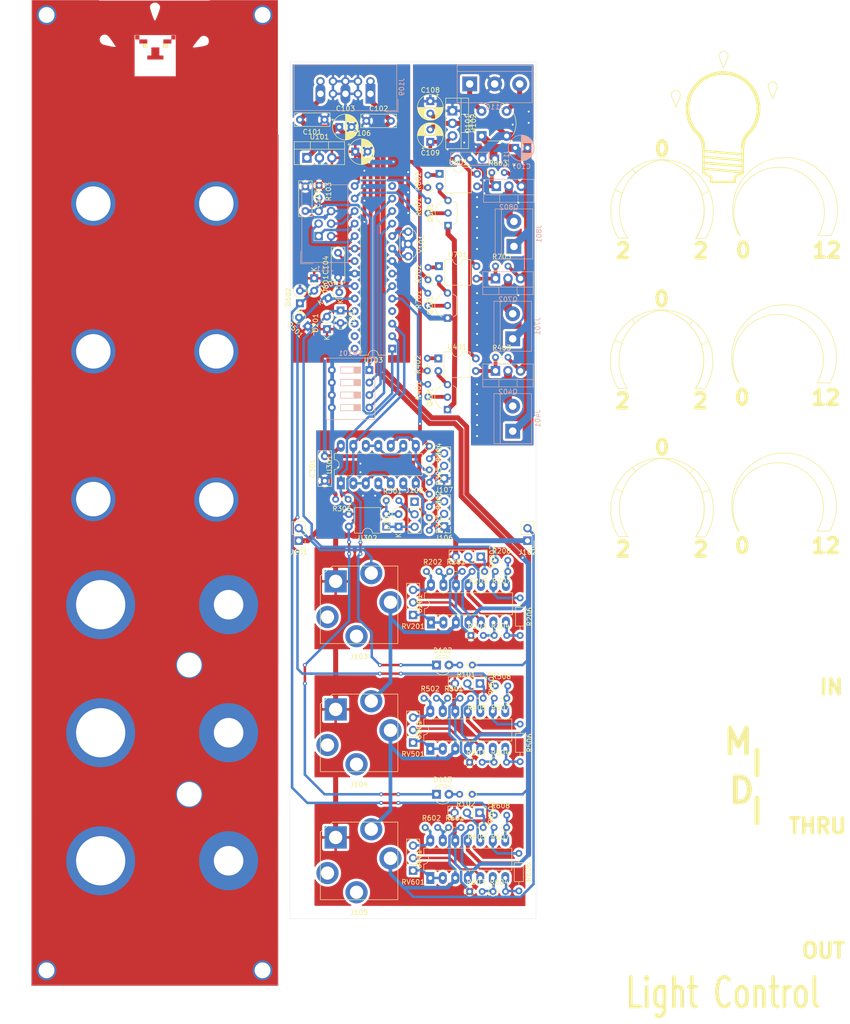
<source format=kicad_pcb>
(kicad_pcb (version 20171130) (host pcbnew "(5.1.5)-3")
  (layers (0 F.Cu signal hide) (31 B.Cu signal) (34 B.Paste user) (35 F.Paste user) (36 B.SilkS user) (37 F.SilkS user) (38 B.Mask user) (39 F.Mask user) (44 Edge.Cuts user))
  (net 0 "")
  (net 1 +12V)
  (net 2 GND)
  (net 3 -12V)
  (net 4 +5V)
  (net 5 "Net-(D301-Pad2)")
  (net 6 /MIDI/MIDI_IN+)
  (net 7 /Normalize/In)
  (net 8 "Net-(J101-Pad2)")
  (net 9 /sheet606D2594/In)
  (net 10 "Net-(J103-PadR)")
  (net 11 "Net-(J103-PadRN)")
  (net 12 /sheet606D67AE/In)
  (net 13 "Net-(J104-PadR)")
  (net 14 "Net-(J104-PadRN)")
  (net 15 "Net-(J401-Pad2)")
  (net 16 +VDC)
  (net 17 "Net-(J701-Pad2)")
  (net 18 "Net-(J801-Pad2)")
  (net 19 "Net-(Q401-Pad3)")
  (net 20 "Net-(Q401-Pad2)")
  (net 21 -VDC)
  (net 22 "Net-(Q701-Pad3)")
  (net 23 "Net-(Q701-Pad2)")
  (net 24 "Net-(Q801-Pad3)")
  (net 25 "Net-(Q801-Pad2)")
  (net 26 "Net-(R201-Pad1)")
  (net 27 "Net-(R202-Pad1)")
  (net 28 "Net-(R203-Pad2)")
  (net 29 "Net-(R204-Pad2)")
  (net 30 "Net-(R205-Pad1)")
  (net 31 "Net-(R206-Pad1)")
  (net 32 "Net-(R207-Pad1)")
  (net 33 /MIDI/MIDI_IN-)
  (net 34 /MIDI/MIDI_THRU+)
  (net 35 /MIDI/MIDI_THRU-)
  (net 36 "Net-(R303-Pad1)")
  (net 37 /MIDI/MIDI_OUT+)
  (net 38 /MIDI/MIDI_OUT-)
  (net 39 "Net-(R305-Pad1)")
  (net 40 /MIDI_IN)
  (net 41 "Net-(R402-Pad2)")
  (net 42 "Net-(R501-Pad1)")
  (net 43 "Net-(R502-Pad1)")
  (net 44 "Net-(R503-Pad2)")
  (net 45 "Net-(R504-Pad2)")
  (net 46 "Net-(R505-Pad1)")
  (net 47 "Net-(R506-Pad1)")
  (net 48 "Net-(R507-Pad1)")
  (net 49 "Net-(R601-Pad1)")
  (net 50 "Net-(R602-Pad1)")
  (net 51 "Net-(R603-Pad2)")
  (net 52 "Net-(R604-Pad2)")
  (net 53 "Net-(R605-Pad1)")
  (net 54 "Net-(R606-Pad1)")
  (net 55 "Net-(R607-Pad1)")
  (net 56 "Net-(R702-Pad2)")
  (net 57 "Net-(R802-Pad2)")
  (net 58 "Net-(RV201-Pad2)")
  (net 59 "Net-(RV201-Pad1)")
  (net 60 "Net-(RV202-Pad2)")
  (net 61 "Net-(RV501-Pad2)")
  (net 62 "Net-(RV501-Pad1)")
  (net 63 "Net-(RV502-Pad2)")
  (net 64 "Net-(RV601-Pad2)")
  (net 65 "Net-(RV601-Pad1)")
  (net 66 "Net-(RV602-Pad2)")
  (net 67 "Net-(D101-Pad3)")
  (net 68 "Net-(D101-Pad4)")
  (net 69 "Net-(J105-PadR)")
  (net 70 "Net-(J105-PadRN)")
  (net 71 GNDPWR)
  (net 72 +5VP)
  (net 73 /MIDI_OUT)
  (net 74 "Net-(U301-Pad11)")
  (net 75 "Net-(U301-Pad2)")
  (net 76 "Net-(J108-PadS)")
  (net 77 "Net-(C104-Pad2)")
  (net 78 /~RESET)
  (net 79 "Net-(D102-Pad2)")
  (net 80 "Net-(D103-Pad2)")
  (net 81 /ADC1)
  (net 82 /ADC2)
  (net 83 /ADC3)
  (net 84 /MOSI)
  (net 85 /SCK)
  (net 86 /MISO)
  (net 87 /PWM1)
  (net 88 /PWM2)
  (net 89 /PWM3)
  (net 90 "Net-(U103-Pad28)")
  (net 91 "Net-(U103-Pad14)")
  (net 92 "Net-(U103-Pad27)")
  (net 93 "Net-(U103-Pad26)")
  (net 94 "Net-(U103-Pad10)")
  (net 95 "Net-(U103-Pad9)")
  (net 96 "Net-(U103-Pad4)")
  (net 97 "Net-(Q402-Pad1)")
  (net 98 "Net-(Q702-Pad1)")
  (net 99 "Net-(Q802-Pad1)")
  (net 100 "Net-(SW101-Pad4)")
  (net 101 "Net-(SW101-Pad3)")
  (net 102 "Net-(SW101-Pad2)")
  (net 103 "Net-(SW101-Pad1)")
  (module logo:dial_0_12 (layer F.Cu) (at 49.2 112.7)
    (fp_text reference G*** hide)
    (fp_text value LOGO hide)
  )
  (module logo:dial_0_12 (layer F.Cu) (at 49.2 53.1)
    (fp_text reference G*** hide)
    (fp_text value LOGO hide)
  )
  (module logo:dial_2_2 (layer F.Cu) (at 24.6 111.7)
    (fp_text reference G*** hide)
    (fp_text value LOGO hide)
  )
  (module logo:dial_2_2 (layer F.Cu) (at 24.6 52.1)
    (fp_text reference G*** hide)
    (fp_text value LOGO hide)
  )
  (module logo:lamp (layer F.Cu) (at 36.7 25.8)
    (fp_text reference G*** hide)
    (fp_text value LOGO hide)
    (fp_poly (pts (xy 11.557 13.843) (xy -11.43 13.843) (xy -11.43 -5.808221) (xy -10.922 -5.808221) (xy -10.811265 -5.343912) (xy -10.520173 -4.967593) (xy -10.124736 -4.763299) (xy -9.849912 -4.698995) (xy -9.43176 -4.600883) (xy -9.0805 -4.518342) (xy -8.604956 -4.418769) (xy -8.174761 -4.349226) (xy -7.954644 -4.328581) (xy -7.590788 -4.318) (xy -7.81368 -4.66725) (xy -8.208417 -5.262552) (xy -8.599032 -5.810842) (xy -8.952026 -6.268432) (xy -9.233899 -6.591634) (xy -9.394874 -6.729327) (xy -9.401198 -6.731) (xy -3.81 -6.731) (xy -3.81 1.651) (xy 4.572 1.651) (xy 4.572 -4.272063) (xy 8.001 -4.272063) (xy 8.077203 -4.211392) (xy 8.321586 -4.200235) (xy 8.757809 -4.240098) (xy 9.40953 -4.332485) (xy 9.7155 -4.381173) (xy 10.39394 -4.51666) (xy 10.855102 -4.681279) (xy 11.135699 -4.901927) (xy 11.272444 -5.205504) (xy 11.303 -5.544343) (xy 11.196585 -6.008237) (xy 10.918235 -6.358975) (xy 10.529295 -6.56274) (xy 10.091107 -6.585712) (xy 9.706339 -6.424567) (xy 9.53683 -6.263169) (xy 9.273278 -5.96619) (xy 8.957407 -5.586295) (xy 8.630942 -5.176149) (xy 8.335606 -4.788417) (xy 8.113125 -4.475765) (xy 8.005223 -4.290857) (xy 8.001 -4.272063) (xy 4.572 -4.272063) (xy 4.572 -6.731) (xy -3.81 -6.731) (xy -9.401198 -6.731) (xy -9.856737 -6.851495) (xy -10.30017 -6.760822) (xy -10.663175 -6.494703) (xy -10.883754 -6.090533) (xy -10.922 -5.808221) (xy -11.43 -5.808221) (xy -11.43 -12.542063) (xy -0.701676 -12.542063) (xy -0.683879 -12.331524) (xy -0.592598 -11.949468) (xy -0.448821 -11.460154) (xy -0.273538 -10.92784) (xy -0.087738 -10.416787) (xy 0.087589 -9.991253) (xy 0.211205 -9.74725) (xy 0.295739 -9.667138) (xy 0.394324 -9.719581) (xy 0.524148 -9.932137) (xy 0.702396 -10.332365) (xy 0.924017 -10.89025) (xy 1.175151 -11.566516) (xy 1.324335 -12.058836) (xy 1.37513 -12.414316) (xy 1.331097 -12.680059) (xy 1.195797 -12.903169) (xy 1.085272 -13.023273) (xy 0.672095 -13.282599) (xy 0.216856 -13.333441) (xy -0.212899 -13.193988) (xy -0.549625 -12.882431) (xy -0.701676 -12.542063) (xy -11.43 -12.542063) (xy -11.43 -13.716) (xy 11.557 -13.716) (xy 11.557 13.843)) (layer F.Cu) (width 0.01))
  )
  (module logo:dial_2_2 (layer F.Cu) (at 24.6 81.9)
    (fp_text reference G*** hide)
    (fp_text value LOGO hide)
  )
  (module logo:light_control_text (layer F.Cu) (at 38.1 173.5)
    (fp_text reference G*** hide)
    (fp_text value LOGO hide)
  )
  (module logo:dial_0_12 (layer F.Cu) (at 49.2 82.9)
    (fp_text reference G*** hide)
    (fp_text value LOGO hide)
  )
  (module Button_Switch_THT:SW_DIP_SPSTx04_Slide_9.78x12.34mm_W7.62mm_P2.54mm (layer B.Cu) (at 80.6 87.1 180)
    (fp_text reference SW101 (at 3.81 3.42) (layer B.SilkS) (effects (justify mirror)))
    (fp_text value MIDI_settings)
    (pad 8 thru_hole oval (at 7.62 0 180) (size 1.6 1.6) (drill 0.8) (layers *.Cu *.Mask) (net 2 GND))
    (pad 4 thru_hole oval (at 0 -7.62 180) (size 1.6 1.6) (drill 0.8) (layers *.Cu *.Mask) (net 100 "Net-(SW101-Pad4)"))
    (pad 7 thru_hole oval (at 7.62 -2.54 180) (size 1.6 1.6) (drill 0.8) (layers *.Cu *.Mask) (net 2 GND))
    (pad 3 thru_hole oval (at 0 -5.08 180) (size 1.6 1.6) (drill 0.8) (layers *.Cu *.Mask) (net 101 "Net-(SW101-Pad3)"))
    (pad 6 thru_hole oval (at 7.62 -5.08 180) (size 1.6 1.6) (drill 0.8) (layers *.Cu *.Mask) (net 2 GND))
    (pad 2 thru_hole oval (at 0 -2.54 180) (size 1.6 1.6) (drill 0.8) (layers *.Cu *.Mask) (net 102 "Net-(SW101-Pad2)"))
    (pad 5 thru_hole oval (at 7.62 -7.62 180) (size 1.6 1.6) (drill 0.8) (layers *.Cu *.Mask) (net 2 GND))
    (pad 1 thru_hole rect (at 0 0 180) (size 1.6 1.6) (drill 0.8) (layers *.Cu *.Mask) (net 103 "Net-(SW101-Pad1)"))
  )
  (module Connector_PinHeader_2.54mm:PinHeader_1x04_P2.54mm_Vertical (layer B.Cu) (at 106.12 44.2 90)
    (fp_text reference J112 (at 0 2.33 -90) (layer B.SilkS) (effects (justify mirror)))
    (fp_text value chain_power)
    (pad 4 thru_hole oval (at 0 -7.62 90) (size 1.7 1.7) (drill 1) (layers *.Cu *.Mask) (net 72 +5VP))
    (pad 3 thru_hole oval (at 0 -5.08 90) (size 1.7 1.7) (drill 1) (layers *.Cu *.Mask) (net 71 GNDPWR))
    (pad 2 thru_hole oval (at 0 -2.54 90) (size 1.7 1.7) (drill 1) (layers *.Cu *.Mask) (net 21 -VDC))
    (pad 1 thru_hole rect (at 0 0 90) (size 1.7 1.7) (drill 1) (layers *.Cu *.Mask) (net 16 +VDC))
  )
  (module Package_DIP:DIP-4_W7.62mm (layer F.Cu) (at 94.88 47.25)
    (fp_text reference U801 (at 3.81 -2.35) (layer F.SilkS))
    (fp_text value 6N138)
    (pad 4 thru_hole oval (at 7.62 0) (size 1.6 1.6) (drill 0.8) (layers *.Cu *.Mask) (net 72 +5VP))
    (pad 2 thru_hole oval (at 0 2.54) (size 1.6 1.6) (drill 0.8) (layers *.Cu *.Mask) (net 24 "Net-(Q801-Pad3)"))
    (pad 3 thru_hole oval (at 7.62 2.54) (size 1.6 1.6) (drill 0.8) (layers *.Cu *.Mask) (net 99 "Net-(Q802-Pad1)"))
    (pad 1 thru_hole rect (at 0 0) (size 1.6 1.6) (drill 0.8) (layers *.Cu *.Mask) (net 57 "Net-(R802-Pad2)"))
  )
  (module Connector_IDC:IDC-Header_2x03_P2.54mm_Vertical (layer B.Cu) (at 70.3 59.9)
    (fp_text reference J111 (at 1.27 6.604) (layer B.SilkS) (effects (justify mirror)))
    (fp_text value Programming)
    (pad 6 thru_hole oval (at 2.54 -5.08) (size 1.7272 1.7272) (drill 1.016) (layers *.Cu *.Mask) (net 2 GND))
    (pad 5 thru_hole oval (at 0 -5.08) (size 1.7272 1.7272) (drill 1.016) (layers *.Cu *.Mask) (net 78 /~RESET))
    (pad 4 thru_hole oval (at 2.54 -2.54) (size 1.7272 1.7272) (drill 1.016) (layers *.Cu *.Mask) (net 84 /MOSI))
    (pad 3 thru_hole oval (at 0 -2.54) (size 1.7272 1.7272) (drill 1.016) (layers *.Cu *.Mask) (net 85 /SCK))
    (pad 2 thru_hole oval (at 2.54 0) (size 1.7272 1.7272) (drill 1.016) (layers *.Cu *.Mask) (net 4 +5V))
    (pad 1 thru_hole rect (at 0 0) (size 1.7272 1.7272) (drill 1.016) (layers *.Cu *.Mask) (net 86 /MISO))
  )
  (module Resistor_THT:R_Axial_DIN0204_L3.6mm_D1.6mm_P7.62mm_Horizontal (layer F.Cu) (at 111 185.25 270)
    (fp_text reference R606 (at 3.81 -1.92 90) (layer F.SilkS))
    (fp_text value 100k)
    (pad 2 thru_hole oval (at 7.62 0 270) (size 1.4 1.4) (drill 0.7) (layers *.Cu *.Mask) (net 52 "Net-(R604-Pad2)"))
    (pad 1 thru_hole circle (at 0 0 270) (size 1.4 1.4) (drill 0.7) (layers *.Cu *.Mask) (net 54 "Net-(R606-Pad1)"))
  )
  (module Resistor_THT:R_Axial_DIN0204_L3.6mm_D1.6mm_P7.62mm_Horizontal (layer F.Cu) (at 111.25 159 270)
    (fp_text reference R506 (at 3.81 -1.92 90) (layer F.SilkS))
    (fp_text value 100k)
    (pad 2 thru_hole oval (at 7.62 0 270) (size 1.4 1.4) (drill 0.7) (layers *.Cu *.Mask) (net 45 "Net-(R504-Pad2)"))
    (pad 1 thru_hole circle (at 0 0 270) (size 1.4 1.4) (drill 0.7) (layers *.Cu *.Mask) (net 47 "Net-(R506-Pad1)"))
  )
  (module Resistor_THT:R_Axial_DIN0204_L3.6mm_D1.6mm_P7.62mm_Horizontal (layer F.Cu) (at 111.25 133.38 270)
    (fp_text reference R206 (at 3.81 -1.92 90) (layer F.SilkS))
    (fp_text value 100k)
    (pad 2 thru_hole oval (at 7.62 0 270) (size 1.4 1.4) (drill 0.7) (layers *.Cu *.Mask) (net 29 "Net-(R204-Pad2)"))
    (pad 1 thru_hole circle (at 0 0 270) (size 1.4 1.4) (drill 0.7) (layers *.Cu *.Mask) (net 31 "Net-(R206-Pad1)"))
  )
  (module Diode_THT:D_DO-35_SOD27_P2.54mm_Vertical_KathodeUp (layer F.Cu) (at 66.5 73.54 90)
    (fp_text reference D602 (at 1.27 -2.326371 90) (layer F.SilkS))
    (fp_text value 1N4148)
    (fp_text user K (at -1.8 0 90) (layer F.SilkS))
    (pad 2 thru_hole oval (at 2.54 0 90) (size 1.6 1.6) (drill 0.8) (layers *.Cu *.Mask) (net 2 GND))
    (pad 1 thru_hole rect (at 0 0 90) (size 1.6 1.6) (drill 0.8) (layers *.Cu *.Mask) (net 83 /ADC3))
  )
  (module Diode_THT:D_DO-35_SOD27_P2.54mm_Vertical_KathodeUp (layer F.Cu) (at 69.4 68.46 270)
    (fp_text reference D601 (at 1.27 -2.326371 90) (layer F.SilkS))
    (fp_text value 1N4148)
    (fp_text user K (at -1.8 0 90) (layer F.SilkS))
    (pad 2 thru_hole oval (at 2.54 0 270) (size 1.6 1.6) (drill 0.8) (layers *.Cu *.Mask) (net 83 /ADC3))
    (pad 1 thru_hole rect (at 0 0 270) (size 1.6 1.6) (drill 0.8) (layers *.Cu *.Mask) (net 4 +5V))
  )
  (module Diode_THT:D_DO-35_SOD27_P2.54mm_Vertical_KathodeUp (layer F.Cu) (at 72.25 72.5 28)
    (fp_text reference D502 (at 1.27 -2.326371 28) (layer F.SilkS))
    (fp_text value 1N4148)
    (fp_text user K (at -1.8 0 28) (layer F.SilkS))
    (pad 1 thru_hole rect (at 0 0 28) (size 1.6 1.6) (drill 0.8) (layers *.Cu *.Mask) (net 82 /ADC2))
    (pad 2 thru_hole oval (at 2.54 0 28) (size 1.6 1.6) (drill 0.8) (layers *.Cu *.Mask) (net 2 GND))
  )
  (module Diode_THT:D_DO-35_SOD27_P2.54mm_Vertical_KathodeUp (layer F.Cu) (at 68.1 78.2 135)
    (fp_text reference D501 (at 1.27 -2.326371 135) (layer F.SilkS))
    (fp_text value 1N4148)
    (fp_text user K (at -1.8 0 135) (layer F.SilkS))
    (pad 2 thru_hole oval (at 2.54 0 135) (size 1.6 1.6) (drill 0.8) (layers *.Cu *.Mask) (net 82 /ADC2))
    (pad 1 thru_hole rect (at 0 0 135) (size 1.6 1.6) (drill 0.8) (layers *.Cu *.Mask) (net 4 +5V))
  )
  (module Diode_THT:D_DO-35_SOD27_P2.54mm_Vertical_KathodeUp (layer F.Cu) (at 74.75 75 270)
    (fp_text reference D202 (at 1.27 -2.326371 90) (layer F.SilkS))
    (fp_text value 1N4148)
    (fp_text user K (at -1.8 0 90) (layer F.SilkS))
    (pad 2 thru_hole oval (at 2.54 0 270) (size 1.6 1.6) (drill 0.8) (layers *.Cu *.Mask) (net 2 GND))
    (pad 1 thru_hole rect (at 0 0 270) (size 1.6 1.6) (drill 0.8) (layers *.Cu *.Mask) (net 81 /ADC1))
  )
  (module Diode_THT:D_DO-35_SOD27_P2.54mm_Vertical_KathodeUp (layer F.Cu) (at 72 78.79 90)
    (fp_text reference D201 (at 1.27 -2.326371 90) (layer F.SilkS))
    (fp_text value 1N4148)
    (fp_text user K (at -1.8 0 90) (layer F.SilkS))
    (pad 2 thru_hole oval (at 2.54 0 90) (size 1.6 1.6) (drill 0.8) (layers *.Cu *.Mask) (net 81 /ADC1))
    (pad 1 thru_hole rect (at 0 0 90) (size 1.6 1.6) (drill 0.8) (layers *.Cu *.Mask) (net 4 +5V))
  )
  (module Package_DIP:DIP-14_W7.62mm_LongPads (layer F.Cu) (at 93 190.25 90)
    (fp_text reference U601 (at 3.81 -2.33 90) (layer F.SilkS))
    (fp_text value TL074)
    (pad 14 thru_hole oval (at 7.62 0 90) (size 2.4 1.6) (drill 0.8) (layers *.Cu *.Mask) (net 50 "Net-(R602-Pad1)"))
    (pad 7 thru_hole oval (at 0 15.24 90) (size 2.4 1.6) (drill 0.8) (layers *.Cu *.Mask) (net 52 "Net-(R604-Pad2)"))
    (pad 13 thru_hole oval (at 7.62 2.54 90) (size 2.4 1.6) (drill 0.8) (layers *.Cu *.Mask) (net 49 "Net-(R601-Pad1)"))
    (pad 6 thru_hole oval (at 0 12.7 90) (size 2.4 1.6) (drill 0.8) (layers *.Cu *.Mask) (net 51 "Net-(R603-Pad2)"))
    (pad 12 thru_hole oval (at 7.62 5.08 90) (size 2.4 1.6) (drill 0.8) (layers *.Cu *.Mask) (net 2 GND))
    (pad 5 thru_hole oval (at 0 10.16 90) (size 2.4 1.6) (drill 0.8) (layers *.Cu *.Mask) (net 64 "Net-(RV601-Pad2)"))
    (pad 11 thru_hole oval (at 7.62 7.62 90) (size 2.4 1.6) (drill 0.8) (layers *.Cu *.Mask) (net 3 -12V))
    (pad 4 thru_hole oval (at 0 7.62 90) (size 2.4 1.6) (drill 0.8) (layers *.Cu *.Mask) (net 1 +12V))
    (pad 10 thru_hole oval (at 7.62 10.16 90) (size 2.4 1.6) (drill 0.8) (layers *.Cu *.Mask) (net 66 "Net-(RV602-Pad2)"))
    (pad 3 thru_hole oval (at 0 5.08 90) (size 2.4 1.6) (drill 0.8) (layers *.Cu *.Mask) (net 12 /sheet606D67AE/In))
    (pad 9 thru_hole oval (at 7.62 12.7 90) (size 2.4 1.6) (drill 0.8) (layers *.Cu *.Mask) (net 54 "Net-(R606-Pad1)"))
    (pad 2 thru_hole oval (at 0 2.54 90) (size 2.4 1.6) (drill 0.8) (layers *.Cu *.Mask) (net 65 "Net-(RV601-Pad1)"))
    (pad 8 thru_hole oval (at 7.62 15.24 90) (size 2.4 1.6) (drill 0.8) (layers *.Cu *.Mask) (net 55 "Net-(R607-Pad1)"))
    (pad 1 thru_hole rect (at 0 0 90) (size 2.4 1.6) (drill 0.8) (layers *.Cu *.Mask) (net 65 "Net-(RV601-Pad1)"))
  )
  (module Package_DIP:DIP-14_W7.62mm_LongPads (layer F.Cu) (at 93 164 90)
    (fp_text reference U501 (at 3.81 -2.33 90) (layer F.SilkS))
    (fp_text value TL074)
    (pad 14 thru_hole oval (at 7.62 0 90) (size 2.4 1.6) (drill 0.8) (layers *.Cu *.Mask) (net 43 "Net-(R502-Pad1)"))
    (pad 7 thru_hole oval (at 0 15.24 90) (size 2.4 1.6) (drill 0.8) (layers *.Cu *.Mask) (net 45 "Net-(R504-Pad2)"))
    (pad 13 thru_hole oval (at 7.62 2.54 90) (size 2.4 1.6) (drill 0.8) (layers *.Cu *.Mask) (net 42 "Net-(R501-Pad1)"))
    (pad 6 thru_hole oval (at 0 12.7 90) (size 2.4 1.6) (drill 0.8) (layers *.Cu *.Mask) (net 44 "Net-(R503-Pad2)"))
    (pad 12 thru_hole oval (at 7.62 5.08 90) (size 2.4 1.6) (drill 0.8) (layers *.Cu *.Mask) (net 2 GND))
    (pad 5 thru_hole oval (at 0 10.16 90) (size 2.4 1.6) (drill 0.8) (layers *.Cu *.Mask) (net 61 "Net-(RV501-Pad2)"))
    (pad 11 thru_hole oval (at 7.62 7.62 90) (size 2.4 1.6) (drill 0.8) (layers *.Cu *.Mask) (net 3 -12V))
    (pad 4 thru_hole oval (at 0 7.62 90) (size 2.4 1.6) (drill 0.8) (layers *.Cu *.Mask) (net 1 +12V))
    (pad 10 thru_hole oval (at 7.62 10.16 90) (size 2.4 1.6) (drill 0.8) (layers *.Cu *.Mask) (net 63 "Net-(RV502-Pad2)"))
    (pad 3 thru_hole oval (at 0 5.08 90) (size 2.4 1.6) (drill 0.8) (layers *.Cu *.Mask) (net 9 /sheet606D2594/In))
    (pad 9 thru_hole oval (at 7.62 12.7 90) (size 2.4 1.6) (drill 0.8) (layers *.Cu *.Mask) (net 47 "Net-(R506-Pad1)"))
    (pad 2 thru_hole oval (at 0 2.54 90) (size 2.4 1.6) (drill 0.8) (layers *.Cu *.Mask) (net 62 "Net-(RV501-Pad1)"))
    (pad 8 thru_hole oval (at 7.62 15.24 90) (size 2.4 1.6) (drill 0.8) (layers *.Cu *.Mask) (net 48 "Net-(R507-Pad1)"))
    (pad 1 thru_hole rect (at 0 0 90) (size 2.4 1.6) (drill 0.8) (layers *.Cu *.Mask) (net 62 "Net-(RV501-Pad1)"))
  )
  (module Package_DIP:DIP-14_W7.62mm_LongPads (layer F.Cu) (at 93.13 138.37 90)
    (fp_text reference U201 (at 3.81 -2.33 90) (layer F.SilkS))
    (fp_text value TL074)
    (pad 14 thru_hole oval (at 7.62 0 90) (size 2.4 1.6) (drill 0.8) (layers *.Cu *.Mask) (net 27 "Net-(R202-Pad1)"))
    (pad 7 thru_hole oval (at 0 15.24 90) (size 2.4 1.6) (drill 0.8) (layers *.Cu *.Mask) (net 29 "Net-(R204-Pad2)"))
    (pad 13 thru_hole oval (at 7.62 2.54 90) (size 2.4 1.6) (drill 0.8) (layers *.Cu *.Mask) (net 26 "Net-(R201-Pad1)"))
    (pad 6 thru_hole oval (at 0 12.7 90) (size 2.4 1.6) (drill 0.8) (layers *.Cu *.Mask) (net 28 "Net-(R203-Pad2)"))
    (pad 12 thru_hole oval (at 7.62 5.08 90) (size 2.4 1.6) (drill 0.8) (layers *.Cu *.Mask) (net 2 GND))
    (pad 5 thru_hole oval (at 0 10.16 90) (size 2.4 1.6) (drill 0.8) (layers *.Cu *.Mask) (net 58 "Net-(RV201-Pad2)"))
    (pad 11 thru_hole oval (at 7.62 7.62 90) (size 2.4 1.6) (drill 0.8) (layers *.Cu *.Mask) (net 3 -12V))
    (pad 4 thru_hole oval (at 0 7.62 90) (size 2.4 1.6) (drill 0.8) (layers *.Cu *.Mask) (net 1 +12V))
    (pad 10 thru_hole oval (at 7.62 10.16 90) (size 2.4 1.6) (drill 0.8) (layers *.Cu *.Mask) (net 60 "Net-(RV202-Pad2)"))
    (pad 3 thru_hole oval (at 0 5.08 90) (size 2.4 1.6) (drill 0.8) (layers *.Cu *.Mask) (net 7 /Normalize/In))
    (pad 9 thru_hole oval (at 7.62 12.7 90) (size 2.4 1.6) (drill 0.8) (layers *.Cu *.Mask) (net 31 "Net-(R206-Pad1)"))
    (pad 2 thru_hole oval (at 0 2.54 90) (size 2.4 1.6) (drill 0.8) (layers *.Cu *.Mask) (net 59 "Net-(RV201-Pad1)"))
    (pad 8 thru_hole oval (at 7.62 15.24 90) (size 2.4 1.6) (drill 0.8) (layers *.Cu *.Mask) (net 32 "Net-(R207-Pad1)"))
    (pad 1 thru_hole rect (at 0 0 90) (size 2.4 1.6) (drill 0.8) (layers *.Cu *.Mask) (net 59 "Net-(RV201-Pad1)"))
  )
  (module Resistor_THT:R_Axial_DIN0204_L3.6mm_D1.6mm_P2.54mm_Vertical (layer F.Cu) (at 76.3 113.35 180)
    (fp_text reference R306 (at 1.27 -1.92) (layer F.SilkS))
    (fp_text value 220)
    (pad 2 thru_hole oval (at 2.54 0 180) (size 1.4 1.4) (drill 0.7) (layers *.Cu *.Mask) (net 4 +5V))
    (pad 1 thru_hole circle (at 0 0 180) (size 1.4 1.4) (drill 0.7) (layers *.Cu *.Mask) (net 40 /MIDI_IN))
  )
  (module Resistor_THT:R_Axial_DIN0204_L3.6mm_D1.6mm_P2.54mm_Vertical (layer F.Cu) (at 92.8 107.35 270)
    (fp_text reference R305 (at 1.27 -1.92 90) (layer F.SilkS))
    (fp_text value 220)
    (pad 2 thru_hole oval (at 2.54 0 270) (size 1.4 1.4) (drill 0.7) (layers *.Cu *.Mask) (net 38 /MIDI/MIDI_OUT-))
    (pad 1 thru_hole circle (at 0 0 270) (size 1.4 1.4) (drill 0.7) (layers *.Cu *.Mask) (net 39 "Net-(R305-Pad1)"))
  )
  (module Resistor_THT:R_Axial_DIN0204_L3.6mm_D1.6mm_P2.54mm_Vertical (layer F.Cu) (at 92.8 102.56 270)
    (fp_text reference R304 (at 1.27 -1.92 90) (layer F.SilkS))
    (fp_text value 220)
    (pad 2 thru_hole oval (at 2.54 0 270) (size 1.4 1.4) (drill 0.7) (layers *.Cu *.Mask) (net 37 /MIDI/MIDI_OUT+))
    (pad 1 thru_hole circle (at 0 0 270) (size 1.4 1.4) (drill 0.7) (layers *.Cu *.Mask) (net 4 +5V))
  )
  (module Resistor_THT:R_Axial_DIN0204_L3.6mm_D1.6mm_P2.54mm_Vertical (layer F.Cu) (at 92.8 117.1 270)
    (fp_text reference R303 (at 1.27 -1.92 90) (layer F.SilkS))
    (fp_text value 220)
    (pad 2 thru_hole oval (at 2.54 0 270) (size 1.4 1.4) (drill 0.7) (layers *.Cu *.Mask) (net 35 /MIDI/MIDI_THRU-))
    (pad 1 thru_hole circle (at 0 0 270) (size 1.4 1.4) (drill 0.7) (layers *.Cu *.Mask) (net 36 "Net-(R303-Pad1)"))
  )
  (module Resistor_THT:R_Axial_DIN0204_L3.6mm_D1.6mm_P2.54mm_Vertical (layer F.Cu) (at 92.8 112.31 270)
    (fp_text reference R302 (at 1.27 -1.92 90) (layer F.SilkS))
    (fp_text value 220)
    (pad 2 thru_hole oval (at 2.54 0 270) (size 1.4 1.4) (drill 0.7) (layers *.Cu *.Mask) (net 34 /MIDI/MIDI_THRU+))
    (pad 1 thru_hole circle (at 0 0 270) (size 1.4 1.4) (drill 0.7) (layers *.Cu *.Mask) (net 4 +5V))
  )
  (module Resistor_THT:R_Axial_DIN0204_L3.6mm_D1.6mm_P2.54mm_Vertical (layer F.Cu) (at 84.05 113.6)
    (fp_text reference R301 (at 1.27 -1.92) (layer F.SilkS))
    (fp_text value 220)
    (pad 2 thru_hole oval (at 2.54 0) (size 1.4 1.4) (drill 0.7) (layers *.Cu *.Mask) (net 33 /MIDI/MIDI_IN-))
    (pad 1 thru_hole circle (at 0 0) (size 1.4 1.4) (drill 0.7) (layers *.Cu *.Mask) (net 5 "Net-(D301-Pad2)"))
  )
  (module Diode_THT:D_DO-35_SOD27_P2.54mm_Vertical_KathodeUp (layer F.Cu) (at 86.55 118.89 90)
    (fp_text reference D301 (at 1.27 -2.326371 90) (layer F.SilkS))
    (fp_text value 1N4148)
    (fp_text user K (at -1.8 0 90) (layer F.SilkS))
    (pad 2 thru_hole oval (at 2.54 0 90) (size 1.6 1.6) (drill 0.8) (layers *.Cu *.Mask) (net 5 "Net-(D301-Pad2)"))
    (pad 1 thru_hole rect (at 0 0 90) (size 1.6 1.6) (drill 0.8) (layers *.Cu *.Mask) (net 6 /MIDI/MIDI_IN+))
  )
  (module Resistor_THT:R_Axial_DIN0204_L3.6mm_D1.6mm_P2.54mm_Vertical (layer F.Cu) (at 106 177.5)
    (fp_text reference R608 (at 1.27 -1.92) (layer F.SilkS))
    (fp_text value 1k)
    (pad 2 thru_hole oval (at 2.54 0) (size 1.4 1.4) (drill 0.7) (layers *.Cu *.Mask) (net 55 "Net-(R607-Pad1)"))
    (pad 1 thru_hole circle (at 0 0) (size 1.4 1.4) (drill 0.7) (layers *.Cu *.Mask) (net 83 /ADC3))
  )
  (module Resistor_THT:R_Axial_DIN0204_L3.6mm_D1.6mm_P2.54mm_Vertical (layer F.Cu) (at 108.5 180 180)
    (fp_text reference R607 (at 1.27 -1.92) (layer F.SilkS))
    (fp_text value 100k)
    (pad 2 thru_hole oval (at 2.54 0 180) (size 1.4 1.4) (drill 0.7) (layers *.Cu *.Mask) (net 54 "Net-(R606-Pad1)"))
    (pad 1 thru_hole circle (at 0 0 180) (size 1.4 1.4) (drill 0.7) (layers *.Cu *.Mask) (net 55 "Net-(R607-Pad1)"))
  )
  (module Resistor_THT:R_Axial_DIN0204_L3.6mm_D1.6mm_P2.54mm_Vertical (layer F.Cu) (at 103.75 180 180)
    (fp_text reference R605 (at 1.27 -1.92) (layer F.SilkS))
    (fp_text value 100k)
    (pad 2 thru_hole oval (at 2.54 0 180) (size 1.4 1.4) (drill 0.7) (layers *.Cu *.Mask) (net 1 +12V))
    (pad 1 thru_hole circle (at 0 0 180) (size 1.4 1.4) (drill 0.7) (layers *.Cu *.Mask) (net 53 "Net-(R605-Pad1)"))
  )
  (module Resistor_THT:R_Axial_DIN0204_L3.6mm_D1.6mm_P2.54mm_Vertical (layer F.Cu) (at 105.75 193)
    (fp_text reference R604 (at 1.27 -1.92) (layer F.SilkS))
    (fp_text value 200k)
    (pad 2 thru_hole oval (at 2.54 0) (size 1.4 1.4) (drill 0.7) (layers *.Cu *.Mask) (net 52 "Net-(R604-Pad2)"))
    (pad 1 thru_hole circle (at 0 0) (size 1.4 1.4) (drill 0.7) (layers *.Cu *.Mask) (net 51 "Net-(R603-Pad2)"))
  )
  (module Resistor_THT:R_Axial_DIN0204_L3.6mm_D1.6mm_P2.54mm_Vertical (layer F.Cu) (at 101 193)
    (fp_text reference R603 (at 1.27 -1.92) (layer F.SilkS))
    (fp_text value 100k)
    (pad 2 thru_hole oval (at 2.54 0) (size 1.4 1.4) (drill 0.7) (layers *.Cu *.Mask) (net 51 "Net-(R603-Pad2)"))
    (pad 1 thru_hole circle (at 0 0) (size 1.4 1.4) (drill 0.7) (layers *.Cu *.Mask) (net 2 GND))
  )
  (module Resistor_THT:R_Axial_DIN0204_L3.6mm_D1.6mm_P2.54mm_Vertical (layer F.Cu) (at 91.96 180)
    (fp_text reference R602 (at 1.27 -1.92) (layer F.SilkS))
    (fp_text value 100k)
    (pad 2 thru_hole oval (at 2.54 0) (size 1.4 1.4) (drill 0.7) (layers *.Cu *.Mask) (net 49 "Net-(R601-Pad1)"))
    (pad 1 thru_hole circle (at 0 0) (size 1.4 1.4) (drill 0.7) (layers *.Cu *.Mask) (net 50 "Net-(R602-Pad1)"))
  )
  (module Resistor_THT:R_Axial_DIN0204_L3.6mm_D1.6mm_P2.54mm_Vertical (layer F.Cu) (at 96.71 180)
    (fp_text reference R601 (at 1.27 -1.92) (layer F.SilkS))
    (fp_text value 100k)
    (pad 2 thru_hole oval (at 2.54 0) (size 1.4 1.4) (drill 0.7) (layers *.Cu *.Mask) (net 12 /sheet606D67AE/In))
    (pad 1 thru_hole circle (at 0 0) (size 1.4 1.4) (drill 0.7) (layers *.Cu *.Mask) (net 49 "Net-(R601-Pad1)"))
  )
  (module Resistor_THT:R_Axial_DIN0204_L3.6mm_D1.6mm_P2.54mm_Vertical (layer F.Cu) (at 106.21 151.25)
    (fp_text reference R508 (at 1.27 -1.92) (layer F.SilkS))
    (fp_text value 1k)
    (pad 2 thru_hole oval (at 2.54 0) (size 1.4 1.4) (drill 0.7) (layers *.Cu *.Mask) (net 48 "Net-(R507-Pad1)"))
    (pad 1 thru_hole circle (at 0 0) (size 1.4 1.4) (drill 0.7) (layers *.Cu *.Mask) (net 82 /ADC2))
  )
  (module Resistor_THT:R_Axial_DIN0204_L3.6mm_D1.6mm_P2.54mm_Vertical (layer F.Cu) (at 108.54 153.75 180)
    (fp_text reference R507 (at 1.27 -1.92) (layer F.SilkS))
    (fp_text value 100k)
    (pad 2 thru_hole oval (at 2.54 0 180) (size 1.4 1.4) (drill 0.7) (layers *.Cu *.Mask) (net 47 "Net-(R506-Pad1)"))
    (pad 1 thru_hole circle (at 0 0 180) (size 1.4 1.4) (drill 0.7) (layers *.Cu *.Mask) (net 48 "Net-(R507-Pad1)"))
  )
  (module Resistor_THT:R_Axial_DIN0204_L3.6mm_D1.6mm_P2.54mm_Vertical (layer F.Cu) (at 103.75 153.75 180)
    (fp_text reference R505 (at 1.27 -1.92) (layer F.SilkS))
    (fp_text value 100k)
    (pad 2 thru_hole oval (at 2.54 0 180) (size 1.4 1.4) (drill 0.7) (layers *.Cu *.Mask) (net 1 +12V))
    (pad 1 thru_hole circle (at 0 0 180) (size 1.4 1.4) (drill 0.7) (layers *.Cu *.Mask) (net 46 "Net-(R505-Pad1)"))
  )
  (module Resistor_THT:R_Axial_DIN0204_L3.6mm_D1.6mm_P2.54mm_Vertical (layer F.Cu) (at 105.96 166.75)
    (fp_text reference R504 (at 1.27 -1.92) (layer F.SilkS))
    (fp_text value 200k)
    (pad 2 thru_hole oval (at 2.54 0) (size 1.4 1.4) (drill 0.7) (layers *.Cu *.Mask) (net 45 "Net-(R504-Pad2)"))
    (pad 1 thru_hole circle (at 0 0) (size 1.4 1.4) (drill 0.7) (layers *.Cu *.Mask) (net 44 "Net-(R503-Pad2)"))
  )
  (module Resistor_THT:R_Axial_DIN0204_L3.6mm_D1.6mm_P2.54mm_Vertical (layer F.Cu) (at 101 166.75)
    (fp_text reference R503 (at 1.27 -1.92) (layer F.SilkS))
    (fp_text value 100k)
    (pad 2 thru_hole oval (at 2.54 0) (size 1.4 1.4) (drill 0.7) (layers *.Cu *.Mask) (net 44 "Net-(R503-Pad2)"))
    (pad 1 thru_hole circle (at 0 0) (size 1.4 1.4) (drill 0.7) (layers *.Cu *.Mask) (net 2 GND))
  )
  (module Resistor_THT:R_Axial_DIN0204_L3.6mm_D1.6mm_P2.54mm_Vertical (layer F.Cu) (at 91.71 153.75)
    (fp_text reference R502 (at 1.27 -1.92) (layer F.SilkS))
    (fp_text value 100k)
    (pad 2 thru_hole oval (at 2.54 0) (size 1.4 1.4) (drill 0.7) (layers *.Cu *.Mask) (net 42 "Net-(R501-Pad1)"))
    (pad 1 thru_hole circle (at 0 0) (size 1.4 1.4) (drill 0.7) (layers *.Cu *.Mask) (net 43 "Net-(R502-Pad1)"))
  )
  (module Resistor_THT:R_Axial_DIN0204_L3.6mm_D1.6mm_P2.54mm_Vertical (layer F.Cu) (at 96.5 153.75)
    (fp_text reference R501 (at 1.27 -1.92) (layer F.SilkS))
    (fp_text value 100k)
    (pad 2 thru_hole oval (at 2.54 0) (size 1.4 1.4) (drill 0.7) (layers *.Cu *.Mask) (net 9 /sheet606D2594/In))
    (pad 1 thru_hole circle (at 0 0) (size 1.4 1.4) (drill 0.7) (layers *.Cu *.Mask) (net 42 "Net-(R501-Pad1)"))
  )
  (module Resistor_THT:R_Axial_DIN0204_L3.6mm_D1.6mm_P2.54mm_Vertical (layer F.Cu) (at 106.21 125.75)
    (fp_text reference R208 (at 1.27 -1.92) (layer F.SilkS))
    (fp_text value 1k)
    (pad 2 thru_hole oval (at 2.54 0) (size 1.4 1.4) (drill 0.7) (layers *.Cu *.Mask) (net 32 "Net-(R207-Pad1)"))
    (pad 1 thru_hole circle (at 0 0) (size 1.4 1.4) (drill 0.7) (layers *.Cu *.Mask) (net 81 /ADC1))
  )
  (module Resistor_THT:R_Axial_DIN0204_L3.6mm_D1.6mm_P2.54mm_Vertical (layer F.Cu) (at 108.75 128 180)
    (fp_text reference R207 (at 1.27 -1.92) (layer F.SilkS))
    (fp_text value 100k)
    (pad 2 thru_hole oval (at 2.54 0 180) (size 1.4 1.4) (drill 0.7) (layers *.Cu *.Mask) (net 31 "Net-(R206-Pad1)"))
    (pad 1 thru_hole circle (at 0 0 180) (size 1.4 1.4) (drill 0.7) (layers *.Cu *.Mask) (net 32 "Net-(R207-Pad1)"))
  )
  (module Resistor_THT:R_Axial_DIN0204_L3.6mm_D1.6mm_P2.54mm_Vertical (layer F.Cu) (at 104.04 128 180)
    (fp_text reference R205 (at 1.27 -1.92) (layer F.SilkS))
    (fp_text value 100k)
    (pad 2 thru_hole oval (at 2.54 0 180) (size 1.4 1.4) (drill 0.7) (layers *.Cu *.Mask) (net 1 +12V))
    (pad 1 thru_hole circle (at 0 0 180) (size 1.4 1.4) (drill 0.7) (layers *.Cu *.Mask) (net 30 "Net-(R205-Pad1)"))
  )
  (module Resistor_THT:R_Axial_DIN0204_L3.6mm_D1.6mm_P2.54mm_Vertical (layer F.Cu) (at 106 141)
    (fp_text reference R204 (at 1.27 -1.92) (layer F.SilkS))
    (fp_text value 200k)
    (pad 2 thru_hole oval (at 2.54 0) (size 1.4 1.4) (drill 0.7) (layers *.Cu *.Mask) (net 29 "Net-(R204-Pad2)"))
    (pad 1 thru_hole circle (at 0 0) (size 1.4 1.4) (drill 0.7) (layers *.Cu *.Mask) (net 28 "Net-(R203-Pad2)"))
  )
  (module Resistor_THT:R_Axial_DIN0204_L3.6mm_D1.6mm_P2.54mm_Vertical (layer F.Cu) (at 101.25 141)
    (fp_text reference R203 (at 1.27 -1.92) (layer F.SilkS))
    (fp_text value 100k)
    (pad 2 thru_hole oval (at 2.54 0) (size 1.4 1.4) (drill 0.7) (layers *.Cu *.Mask) (net 28 "Net-(R203-Pad2)"))
    (pad 1 thru_hole circle (at 0 0) (size 1.4 1.4) (drill 0.7) (layers *.Cu *.Mask) (net 2 GND))
  )
  (module Resistor_THT:R_Axial_DIN0204_L3.6mm_D1.6mm_P2.54mm_Vertical (layer F.Cu) (at 92.21 128)
    (fp_text reference R202 (at 1.27 -1.92) (layer F.SilkS))
    (fp_text value 100k)
    (pad 2 thru_hole oval (at 2.54 0) (size 1.4 1.4) (drill 0.7) (layers *.Cu *.Mask) (net 26 "Net-(R201-Pad1)"))
    (pad 1 thru_hole circle (at 0 0) (size 1.4 1.4) (drill 0.7) (layers *.Cu *.Mask) (net 27 "Net-(R202-Pad1)"))
  )
  (module Resistor_THT:R_Axial_DIN0204_L3.6mm_D1.6mm_P2.54mm_Vertical (layer F.Cu) (at 96.96 128)
    (fp_text reference R201 (at 1.27 -1.92) (layer F.SilkS))
    (fp_text value 100k)
    (pad 2 thru_hole oval (at 2.54 0) (size 1.4 1.4) (drill 0.7) (layers *.Cu *.Mask) (net 7 /Normalize/In))
    (pad 1 thru_hole circle (at 0 0) (size 1.4 1.4) (drill 0.7) (layers *.Cu *.Mask) (net 26 "Net-(R201-Pad1)"))
  )
  (module Resistor_THT:R_Axial_DIN0204_L3.6mm_D1.6mm_P2.54mm_Vertical (layer F.Cu) (at 105.5 47)
    (fp_text reference R803 (at 1.27 -1.92) (layer F.SilkS))
    (fp_text value 1k)
    (pad 2 thru_hole oval (at 2.54 0) (size 1.4 1.4) (drill 0.7) (layers *.Cu *.Mask) (net 21 -VDC))
    (pad 1 thru_hole circle (at 0 0) (size 1.4 1.4) (drill 0.7) (layers *.Cu *.Mask) (net 99 "Net-(Q802-Pad1)"))
  )
  (module Resistor_THT:R_Axial_DIN0204_L3.6mm_D1.6mm_P2.54mm_Vertical (layer F.Cu) (at 92.5 50.04 90)
    (fp_text reference R802 (at 1.27 -1.92 90) (layer F.SilkS))
    (fp_text value 100)
    (pad 2 thru_hole oval (at 2.54 0 90) (size 1.4 1.4) (drill 0.7) (layers *.Cu *.Mask) (net 57 "Net-(R802-Pad2)"))
    (pad 1 thru_hole circle (at 0 0 90) (size 1.4 1.4) (drill 0.7) (layers *.Cu *.Mask) (net 4 +5V))
  )
  (module Resistor_THT:R_Axial_DIN0204_L3.6mm_D1.6mm_P2.54mm_Vertical (layer F.Cu) (at 92.5 55.25 90)
    (fp_text reference R801 (at 1.27 -1.92 90) (layer F.SilkS))
    (fp_text value 1k)
    (pad 2 thru_hole oval (at 2.54 0 90) (size 1.4 1.4) (drill 0.7) (layers *.Cu *.Mask) (net 87 /PWM1))
    (pad 1 thru_hole circle (at 0 0 90) (size 1.4 1.4) (drill 0.7) (layers *.Cu *.Mask) (net 25 "Net-(Q801-Pad2)"))
  )
  (module Resistor_THT:R_Axial_DIN0204_L3.6mm_D1.6mm_P2.54mm_Vertical (layer F.Cu) (at 106.25 66)
    (fp_text reference R703 (at 1.27 -1.92) (layer F.SilkS))
    (fp_text value 1k)
    (pad 2 thru_hole oval (at 2.54 0) (size 1.4 1.4) (drill 0.7) (layers *.Cu *.Mask) (net 21 -VDC))
    (pad 1 thru_hole circle (at 0 0) (size 1.4 1.4) (drill 0.7) (layers *.Cu *.Mask) (net 98 "Net-(Q702-Pad1)"))
  )
  (module Resistor_THT:R_Axial_DIN0204_L3.6mm_D1.6mm_P2.54mm_Vertical (layer F.Cu) (at 92.54 68.79 90)
    (fp_text reference R702 (at 1.27 -1.92 90) (layer F.SilkS))
    (fp_text value 100)
    (pad 2 thru_hole oval (at 2.54 0 90) (size 1.4 1.4) (drill 0.7) (layers *.Cu *.Mask) (net 56 "Net-(R702-Pad2)"))
    (pad 1 thru_hole circle (at 0 0 90) (size 1.4 1.4) (drill 0.7) (layers *.Cu *.Mask) (net 4 +5V))
  )
  (module Resistor_THT:R_Axial_DIN0204_L3.6mm_D1.6mm_P2.54mm_Vertical (layer F.Cu) (at 92.5 74.04 90)
    (fp_text reference R701 (at 1.27 -1.92 90) (layer F.SilkS))
    (fp_text value 1k)
    (pad 2 thru_hole oval (at 2.54 0 90) (size 1.4 1.4) (drill 0.7) (layers *.Cu *.Mask) (net 88 /PWM2))
    (pad 1 thru_hole circle (at 0 0 90) (size 1.4 1.4) (drill 0.7) (layers *.Cu *.Mask) (net 23 "Net-(Q701-Pad2)"))
  )
  (module Resistor_THT:R_Axial_DIN0204_L3.6mm_D1.6mm_P2.54mm_Vertical (layer F.Cu) (at 106.25 84.5)
    (fp_text reference R403 (at 1.27 -1.92) (layer F.SilkS))
    (fp_text value 1k)
    (pad 2 thru_hole oval (at 2.54 0) (size 1.4 1.4) (drill 0.7) (layers *.Cu *.Mask) (net 21 -VDC))
    (pad 1 thru_hole circle (at 0 0) (size 1.4 1.4) (drill 0.7) (layers *.Cu *.Mask) (net 97 "Net-(Q402-Pad1)"))
  )
  (module Resistor_THT:R_Axial_DIN0204_L3.6mm_D1.6mm_P2.54mm_Vertical (layer F.Cu) (at 92.4 87.25 90)
    (fp_text reference R402 (at 1.27 -1.92 90) (layer F.SilkS))
    (fp_text value 100)
    (pad 2 thru_hole oval (at 2.54 0 90) (size 1.4 1.4) (drill 0.7) (layers *.Cu *.Mask) (net 41 "Net-(R402-Pad2)"))
    (pad 1 thru_hole circle (at 0 0 90) (size 1.4 1.4) (drill 0.7) (layers *.Cu *.Mask) (net 4 +5V))
  )
  (module Resistor_THT:R_Axial_DIN0204_L3.6mm_D1.6mm_P2.54mm_Vertical (layer F.Cu) (at 92.5 92.54 90)
    (fp_text reference R401 (at 1.27 -1.92 90) (layer F.SilkS))
    (fp_text value 1k)
    (pad 2 thru_hole oval (at 2.54 0 90) (size 1.4 1.4) (drill 0.7) (layers *.Cu *.Mask) (net 89 /PWM3))
    (pad 1 thru_hole circle (at 0 0 90) (size 1.4 1.4) (drill 0.7) (layers *.Cu *.Mask) (net 20 "Net-(Q401-Pad2)"))
  )
  (module Crystal:Resonator-3Pin_W6.0mm_H3.0mm (layer F.Cu) (at 88.5 59 270)
    (fp_text reference Y101 (at 2.5 -2.7 90) (layer F.SilkS))
    (fp_text value 16MHz)
    (pad 3 thru_hole circle (at 5 0 270) (size 1.7 1.7) (drill 1) (layers *.Cu *.Mask) (net 95 "Net-(U103-Pad9)"))
    (pad 2 thru_hole circle (at 2.5 0 270) (size 1.7 1.7) (drill 1) (layers *.Cu *.Mask) (net 2 GND))
    (pad 1 thru_hole circle (at 0 0 270) (size 1.7 1.7) (drill 1) (layers *.Cu *.Mask) (net 94 "Net-(U103-Pad10)"))
  )
  (module Package_DIP:DIP-28_W7.62mm (layer F.Cu) (at 85.25 82.75 180)
    (fp_text reference U103 (at 3.81 -2.33) (layer F.SilkS))
    (fp_text value ATmega328P-PU)
    (pad 28 thru_hole oval (at 7.62 0 180) (size 1.6 1.6) (drill 0.8) (layers *.Cu *.Mask) (net 90 "Net-(U103-Pad28)"))
    (pad 14 thru_hole oval (at 0 33.02 180) (size 1.6 1.6) (drill 0.8) (layers *.Cu *.Mask) (net 91 "Net-(U103-Pad14)"))
    (pad 27 thru_hole oval (at 7.62 2.54 180) (size 1.6 1.6) (drill 0.8) (layers *.Cu *.Mask) (net 92 "Net-(U103-Pad27)"))
    (pad 13 thru_hole oval (at 0 30.48 180) (size 1.6 1.6) (drill 0.8) (layers *.Cu *.Mask) (net 103 "Net-(SW101-Pad1)"))
    (pad 26 thru_hole oval (at 7.62 5.08 180) (size 1.6 1.6) (drill 0.8) (layers *.Cu *.Mask) (net 93 "Net-(U103-Pad26)"))
    (pad 12 thru_hole oval (at 0 27.94 180) (size 1.6 1.6) (drill 0.8) (layers *.Cu *.Mask) (net 102 "Net-(SW101-Pad2)"))
    (pad 25 thru_hole oval (at 7.62 7.62 180) (size 1.6 1.6) (drill 0.8) (layers *.Cu *.Mask) (net 81 /ADC1))
    (pad 11 thru_hole oval (at 0 25.4 180) (size 1.6 1.6) (drill 0.8) (layers *.Cu *.Mask) (net 101 "Net-(SW101-Pad3)"))
    (pad 24 thru_hole oval (at 7.62 10.16 180) (size 1.6 1.6) (drill 0.8) (layers *.Cu *.Mask) (net 82 /ADC2))
    (pad 10 thru_hole oval (at 0 22.86 180) (size 1.6 1.6) (drill 0.8) (layers *.Cu *.Mask) (net 94 "Net-(U103-Pad10)"))
    (pad 23 thru_hole oval (at 7.62 12.7 180) (size 1.6 1.6) (drill 0.8) (layers *.Cu *.Mask) (net 83 /ADC3))
    (pad 9 thru_hole oval (at 0 20.32 180) (size 1.6 1.6) (drill 0.8) (layers *.Cu *.Mask) (net 95 "Net-(U103-Pad9)"))
    (pad 22 thru_hole oval (at 7.62 15.24 180) (size 1.6 1.6) (drill 0.8) (layers *.Cu *.Mask) (net 2 GND))
    (pad 8 thru_hole oval (at 0 17.78 180) (size 1.6 1.6) (drill 0.8) (layers *.Cu *.Mask) (net 2 GND))
    (pad 21 thru_hole oval (at 7.62 17.78 180) (size 1.6 1.6) (drill 0.8) (layers *.Cu *.Mask) (net 77 "Net-(C104-Pad2)"))
    (pad 7 thru_hole oval (at 0 15.24 180) (size 1.6 1.6) (drill 0.8) (layers *.Cu *.Mask) (net 4 +5V))
    (pad 20 thru_hole oval (at 7.62 20.32 180) (size 1.6 1.6) (drill 0.8) (layers *.Cu *.Mask) (net 4 +5V))
    (pad 6 thru_hole oval (at 0 12.7 180) (size 1.6 1.6) (drill 0.8) (layers *.Cu *.Mask) (net 100 "Net-(SW101-Pad4)"))
    (pad 19 thru_hole oval (at 7.62 22.86 180) (size 1.6 1.6) (drill 0.8) (layers *.Cu *.Mask) (net 85 /SCK))
    (pad 5 thru_hole oval (at 0 10.16 180) (size 1.6 1.6) (drill 0.8) (layers *.Cu *.Mask) (net 89 /PWM3))
    (pad 18 thru_hole oval (at 7.62 25.4 180) (size 1.6 1.6) (drill 0.8) (layers *.Cu *.Mask) (net 86 /MISO))
    (pad 4 thru_hole oval (at 0 7.62 180) (size 1.6 1.6) (drill 0.8) (layers *.Cu *.Mask) (net 96 "Net-(U103-Pad4)"))
    (pad 17 thru_hole oval (at 7.62 27.94 180) (size 1.6 1.6) (drill 0.8) (layers *.Cu *.Mask) (net 84 /MOSI))
    (pad 3 thru_hole oval (at 0 5.08 180) (size 1.6 1.6) (drill 0.8) (layers *.Cu *.Mask) (net 73 /MIDI_OUT))
    (pad 16 thru_hole oval (at 7.62 30.48 180) (size 1.6 1.6) (drill 0.8) (layers *.Cu *.Mask) (net 88 /PWM2))
    (pad 2 thru_hole oval (at 0 2.54 180) (size 1.6 1.6) (drill 0.8) (layers *.Cu *.Mask) (net 40 /MIDI_IN))
    (pad 15 thru_hole oval (at 7.62 33.02 180) (size 1.6 1.6) (drill 0.8) (layers *.Cu *.Mask) (net 87 /PWM1))
    (pad 1 thru_hole rect (at 0 0 180) (size 1.6 1.6) (drill 0.8) (layers *.Cu *.Mask) (net 78 /~RESET))
  )
  (module Resistor_THT:R_Axial_DIN0204_L3.6mm_D1.6mm_P2.54mm_Vertical (layer F.Cu) (at 70.4 49.6 270)
    (fp_text reference R103 (at 1.27 -1.92 90) (layer F.SilkS))
    (fp_text value 22k)
    (pad 2 thru_hole oval (at 2.54 0 270) (size 1.4 1.4) (drill 0.7) (layers *.Cu *.Mask) (net 78 /~RESET))
    (pad 1 thru_hole circle (at 0 0 270) (size 1.4 1.4) (drill 0.7) (layers *.Cu *.Mask) (net 4 +5V))
  )
  (module Resistor_THT:R_Axial_DIN0204_L3.6mm_D1.6mm_P2.54mm_Vertical (layer F.Cu) (at 101.5 173.25 180)
    (fp_text reference R102 (at 1.27 -1.92) (layer F.SilkS))
    (fp_text value 1K)
    (pad 2 thru_hole oval (at 2.54 0 180) (size 1.4 1.4) (drill 0.7) (layers *.Cu *.Mask) (net 80 "Net-(D103-Pad2)"))
    (pad 1 thru_hole circle (at 0 0 180) (size 1.4 1.4) (drill 0.7) (layers *.Cu *.Mask) (net 1 +12V))
  )
  (module Resistor_THT:R_Axial_DIN0204_L3.6mm_D1.6mm_P2.54mm_Vertical (layer F.Cu) (at 101.54 147 180)
    (fp_text reference R101 (at 1.27 -1.92) (layer F.SilkS))
    (fp_text value 1K)
    (pad 2 thru_hole oval (at 2.54 0 180) (size 1.4 1.4) (drill 0.7) (layers *.Cu *.Mask) (net 79 "Net-(D102-Pad2)"))
    (pad 1 thru_hole circle (at 0 0 180) (size 1.4 1.4) (drill 0.7) (layers *.Cu *.Mask) (net 1 +12V))
  )
  (module Kosmo_panel:Kosmo_LED_Hole (layer F.Cu) (at 44 173.25)
    (fp_text reference H116 hide)
    (fp_text value Led_Hole)
    (pad 1 thru_hole circle (at 0 0) (size 5.5 5.5) (drill 5) (layers *.Cu *.Mask))
  )
  (module Kosmo_panel:Kosmo_LED_Hole (layer F.Cu) (at 44 147)
    (fp_text reference H115 hide)
    (fp_text value Led_Hole)
    (pad 1 thru_hole circle (at 0 0) (size 5.5 5.5) (drill 5) (layers *.Cu *.Mask))
  )
  (module MountingHole:MountingHole_6mm_Pad (layer F.Cu) (at 52 186.75)
    (fp_text reference H114 hide)
    (fp_text value OUT)
    (pad 1 thru_hole circle (at 0 0) (size 12 12) (drill 6) (layers *.Cu *.Mask) (net 2 GND))
  )
  (module MountingHole:MountingHole_6mm_Pad (layer F.Cu) (at 52 160.75)
    (fp_text reference H113 hide)
    (fp_text value THRU)
    (pad 1 thru_hole circle (at 0 0) (size 12 12) (drill 6) (layers *.Cu *.Mask) (net 2 GND))
  )
  (module MountingHole:MountingHole_6mm_Pad (layer F.Cu) (at 52 134.75)
    (fp_text reference H112 hide)
    (fp_text value IN)
    (pad 1 thru_hole circle (at 0 0) (size 12 12) (drill 6) (layers *.Cu *.Mask) (net 2 GND))
  )
  (module LED_THT:LED_D3.0mm_FlatTop (layer F.Cu) (at 94.25 173.25)
    (fp_text reference D103 (at 1.27 -2.96) (layer F.SilkS))
    (fp_text value LED)
    (pad 2 thru_hole circle (at 2.54 0) (size 1.8 1.8) (drill 0.9) (layers *.Cu *.Mask) (net 80 "Net-(D103-Pad2)"))
    (pad 1 thru_hole rect (at 0 0) (size 1.8 1.8) (drill 0.9) (layers *.Cu *.Mask) (net 40 /MIDI_IN))
  )
  (module LED_THT:LED_D3.0mm_FlatTop (layer F.Cu) (at 94.25 147)
    (fp_text reference D102 (at 1.27 -2.96) (layer F.SilkS))
    (fp_text value LED)
    (pad 2 thru_hole circle (at 2.54 0) (size 1.8 1.8) (drill 0.9) (layers *.Cu *.Mask) (net 79 "Net-(D102-Pad2)"))
    (pad 1 thru_hole rect (at 0 0) (size 1.8 1.8) (drill 0.9) (layers *.Cu *.Mask) (net 73 /MIDI_OUT))
  )
  (module Capacitor_THT:CP_Radial_D5.0mm_P2.50mm (layer F.Cu) (at 93 40.75 90)
    (fp_text reference C109 (at -2.25 0 180) (layer F.SilkS))
    (fp_text value 1u)
    (pad 2 thru_hole circle (at 2.5 0 90) (size 1.6 1.6) (drill 0.8) (layers *.Cu *.Mask) (net 21 -VDC))
    (pad 1 thru_hole rect (at 0 0 90) (size 1.6 1.6) (drill 0.8) (layers *.Cu *.Mask) (net 72 +5VP))
  )
  (module Capacitor_THT:CP_Radial_D5.0mm_P2.50mm (layer F.Cu) (at 93 32.5 270)
    (fp_text reference C108 (at -2.25 0 180) (layer F.SilkS))
    (fp_text value 1u)
    (pad 2 thru_hole circle (at 2.5 0 270) (size 1.6 1.6) (drill 0.8) (layers *.Cu *.Mask) (net 21 -VDC))
    (pad 1 thru_hole rect (at 0 0 270) (size 1.6 1.6) (drill 0.8) (layers *.Cu *.Mask) (net 71 GNDPWR))
  )
  (module Capacitor_THT:CP_Radial_D5.0mm_P2.50mm (layer B.Cu) (at 110.25 42)
    (fp_text reference C107 (at 1.25 3.75) (layer B.SilkS) (effects (justify mirror)))
    (fp_text value 10u)
    (pad 2 thru_hole circle (at 2.5 0) (size 1.6 1.6) (drill 0.8) (layers *.Cu *.Mask) (net 21 -VDC))
    (pad 1 thru_hole rect (at 0 0) (size 1.6 1.6) (drill 0.8) (layers *.Cu *.Mask) (net 16 +VDC))
  )
  (module Capacitor_THT:CP_Radial_D5.0mm_P2.50mm (layer F.Cu) (at 77.75 42.75)
    (fp_text reference C106 (at 1.25 -3.75) (layer F.SilkS))
    (fp_text value 1u)
    (pad 2 thru_hole circle (at 2.5 0) (size 1.6 1.6) (drill 0.8) (layers *.Cu *.Mask) (net 2 GND))
    (pad 1 thru_hole rect (at 0 0) (size 1.6 1.6) (drill 0.8) (layers *.Cu *.Mask) (net 4 +5V))
  )
  (module Capacitor_THT:C_Disc_D7.0mm_W2.5mm_P5.00mm (layer F.Cu) (at 67.6 49.8 270)
    (fp_text reference C105 (at 2.5 -2.5 90) (layer F.SilkS))
    (fp_text value 100n)
    (pad 2 thru_hole circle (at 5 0 270) (size 1.6 1.6) (drill 0.8) (layers *.Cu *.Mask) (net 78 /~RESET))
    (pad 1 thru_hole circle (at 0 0 270) (size 1.6 1.6) (drill 0.8) (layers *.Cu *.Mask) (net 2 GND))
  )
  (module Capacitor_THT:C_Disc_D7.0mm_W2.5mm_P5.00mm (layer F.Cu) (at 74.25 68.3 90)
    (fp_text reference C104 (at 2.5 -2.5 90) (layer F.SilkS))
    (fp_text value 100n)
    (pad 2 thru_hole circle (at 5 0 90) (size 1.6 1.6) (drill 0.8) (layers *.Cu *.Mask) (net 77 "Net-(C104-Pad2)"))
    (pad 1 thru_hole circle (at 0 0 90) (size 1.6 1.6) (drill 0.8) (layers *.Cu *.Mask) (net 2 GND))
  )
  (module Capacitor_THT:CP_Radial_D5.0mm_P2.50mm (layer F.Cu) (at 74.5 37.75)
    (fp_text reference C103 (at 1.25 -3.75) (layer F.SilkS))
    (fp_text value 1u)
    (pad 2 thru_hole circle (at 2.5 0) (size 1.6 1.6) (drill 0.8) (layers *.Cu *.Mask) (net 2 GND))
    (pad 1 thru_hole rect (at 0 0) (size 1.6 1.6) (drill 0.8) (layers *.Cu *.Mask) (net 1 +12V))
  )
  (module Package_DIP:DIP-4_W7.62mm (layer F.Cu) (at 94.75 66)
    (fp_text reference U701 (at 3.81 -2.33) (layer F.SilkS))
    (fp_text value 6N138)
    (pad 4 thru_hole oval (at 7.62 0) (size 1.6 1.6) (drill 0.8) (layers *.Cu *.Mask) (net 72 +5VP))
    (pad 2 thru_hole oval (at 0 2.54) (size 1.6 1.6) (drill 0.8) (layers *.Cu *.Mask) (net 22 "Net-(Q701-Pad3)"))
    (pad 3 thru_hole oval (at 7.62 2.54) (size 1.6 1.6) (drill 0.8) (layers *.Cu *.Mask) (net 98 "Net-(Q702-Pad1)"))
    (pad 1 thru_hole rect (at 0 0) (size 1.6 1.6) (drill 0.8) (layers *.Cu *.Mask) (net 56 "Net-(R702-Pad2)"))
  )
  (module Package_DIP:DIP-4_W7.62mm (layer F.Cu) (at 94.63 84.75)
    (fp_text reference U401 (at 3.81 -2.33) (layer F.SilkS))
    (fp_text value 6N138)
    (pad 4 thru_hole oval (at 7.62 0) (size 1.6 1.6) (drill 0.8) (layers *.Cu *.Mask) (net 72 +5VP))
    (pad 2 thru_hole oval (at 0 2.54) (size 1.6 1.6) (drill 0.8) (layers *.Cu *.Mask) (net 19 "Net-(Q401-Pad3)"))
    (pad 3 thru_hole oval (at 7.62 2.54) (size 1.6 1.6) (drill 0.8) (layers *.Cu *.Mask) (net 97 "Net-(Q402-Pad1)"))
    (pad 1 thru_hole rect (at 0 0) (size 1.6 1.6) (drill 0.8) (layers *.Cu *.Mask) (net 41 "Net-(R402-Pad2)"))
  )
  (module Package_DIP:DIP-4_W7.62mm (layer F.Cu) (at 84.05 118.89 180)
    (fp_text reference U302 (at 3.81 -2.33) (layer F.SilkS))
    (fp_text value 6N138)
    (pad 4 thru_hole oval (at 7.62 0 180) (size 1.6 1.6) (drill 0.8) (layers *.Cu *.Mask) (net 40 /MIDI_IN))
    (pad 2 thru_hole oval (at 0 2.54 180) (size 1.6 1.6) (drill 0.8) (layers *.Cu *.Mask) (net 5 "Net-(D301-Pad2)"))
    (pad 3 thru_hole oval (at 7.62 2.54 180) (size 1.6 1.6) (drill 0.8) (layers *.Cu *.Mask) (net 2 GND))
    (pad 1 thru_hole rect (at 0 0 180) (size 1.6 1.6) (drill 0.8) (layers *.Cu *.Mask) (net 6 /MIDI/MIDI_IN+))
  )
  (module Package_DIP:DIP-14_W7.62mm_LongPads (layer F.Cu) (at 74.81 110.1 90)
    (fp_text reference U301 (at 3.81 -2.33 90) (layer F.SilkS))
    (fp_text value 74LS04)
    (pad 14 thru_hole oval (at 7.62 0 90) (size 2.4 1.6) (drill 0.8) (layers *.Cu *.Mask) (net 4 +5V))
    (pad 7 thru_hole oval (at 0 15.24 90) (size 2.4 1.6) (drill 0.8) (layers *.Cu *.Mask) (net 2 GND))
    (pad 13 thru_hole oval (at 7.62 2.54 90) (size 2.4 1.6) (drill 0.8) (layers *.Cu *.Mask) (net 73 /MIDI_OUT))
    (pad 6 thru_hole oval (at 0 12.7 90) (size 2.4 1.6) (drill 0.8) (layers *.Cu *.Mask) (net 36 "Net-(R303-Pad1)"))
    (pad 12 thru_hole oval (at 7.62 5.08 90) (size 2.4 1.6) (drill 0.8) (layers *.Cu *.Mask) (net 74 "Net-(U301-Pad11)"))
    (pad 5 thru_hole oval (at 0 10.16 90) (size 2.4 1.6) (drill 0.8) (layers *.Cu *.Mask) (net 75 "Net-(U301-Pad2)"))
    (pad 11 thru_hole oval (at 7.62 7.62 90) (size 2.4 1.6) (drill 0.8) (layers *.Cu *.Mask) (net 74 "Net-(U301-Pad11)"))
    (pad 4 thru_hole oval (at 0 7.62 90) (size 2.4 1.6) (drill 0.8) (layers *.Cu *.Mask) (net 36 "Net-(R303-Pad1)"))
    (pad 10 thru_hole oval (at 7.62 10.16 90) (size 2.4 1.6) (drill 0.8) (layers *.Cu *.Mask) (net 39 "Net-(R305-Pad1)"))
    (pad 3 thru_hole oval (at 0 5.08 90) (size 2.4 1.6) (drill 0.8) (layers *.Cu *.Mask) (net 75 "Net-(U301-Pad2)"))
    (pad 9 thru_hole oval (at 7.62 12.7 90) (size 2.4 1.6) (drill 0.8) (layers *.Cu *.Mask) (net 74 "Net-(U301-Pad11)"))
    (pad 2 thru_hole oval (at 0 2.54 90) (size 2.4 1.6) (drill 0.8) (layers *.Cu *.Mask) (net 75 "Net-(U301-Pad2)"))
    (pad 8 thru_hole oval (at 7.62 15.24 90) (size 2.4 1.6) (drill 0.8) (layers *.Cu *.Mask) (net 39 "Net-(R305-Pad1)"))
    (pad 1 thru_hole rect (at 0 0 90) (size 2.4 1.6) (drill 0.8) (layers *.Cu *.Mask) (net 40 /MIDI_IN))
  )
  (module Package_TO_SOT_THT:TO-220-3_Vertical (layer F.Cu) (at 97.5 34.46 270)
    (fp_text reference U102 (at 2.54 -4.27 90) (layer F.SilkS))
    (fp_text value L7805)
    (pad 3 thru_hole oval (at 5.08 0 270) (size 1.905 2) (drill 1.1) (layers *.Cu *.Mask) (net 72 +5VP))
    (pad 2 thru_hole oval (at 2.54 0 270) (size 1.905 2) (drill 1.1) (layers *.Cu *.Mask) (net 21 -VDC))
    (pad 1 thru_hole rect (at 0 0 270) (size 1.905 2) (drill 1.1) (layers *.Cu *.Mask) (net 71 GNDPWR))
  )
  (module Package_TO_SOT_THT:TO-220-3_Vertical (layer F.Cu) (at 67.92 44)
    (fp_text reference U101 (at 2.54 -4.27) (layer F.SilkS))
    (fp_text value L7805)
    (pad 3 thru_hole oval (at 5.08 0) (size 1.905 2) (drill 1.1) (layers *.Cu *.Mask) (net 4 +5V))
    (pad 2 thru_hole oval (at 2.54 0) (size 1.905 2) (drill 1.1) (layers *.Cu *.Mask) (net 2 GND))
    (pad 1 thru_hole rect (at 0 0) (size 1.905 2) (drill 1.1) (layers *.Cu *.Mask) (net 1 +12V))
  )
  (module Connector_PinHeader_2.54mm:PinHeader_1x03_P2.54mm_Vertical (layer F.Cu) (at 103 177 270)
    (fp_text reference RV602 (at 0 -2.33 90) (layer F.SilkS))
    (fp_text value 100k)
    (pad 3 thru_hole oval (at 0 5.08 270) (size 1.7 1.7) (drill 1) (layers *.Cu *.Mask) (net 2 GND))
    (pad 2 thru_hole oval (at 0 2.54 270) (size 1.7 1.7) (drill 1) (layers *.Cu *.Mask) (net 66 "Net-(RV602-Pad2)"))
    (pad 1 thru_hole rect (at 0 0 270) (size 1.7 1.7) (drill 1) (layers *.Cu *.Mask) (net 53 "Net-(R605-Pad1)"))
  )
  (module Connector_PinHeader_2.54mm:PinHeader_1x03_P2.54mm_Vertical (layer F.Cu) (at 89.5 188.75 180)
    (fp_text reference RV601 (at 0 -2.33) (layer F.SilkS))
    (fp_text value 100k)
    (pad 3 thru_hole oval (at 0 5.08 180) (size 1.7 1.7) (drill 1) (layers *.Cu *.Mask) (net 50 "Net-(R602-Pad1)"))
    (pad 2 thru_hole oval (at 0 2.54 180) (size 1.7 1.7) (drill 1) (layers *.Cu *.Mask) (net 64 "Net-(RV601-Pad2)"))
    (pad 1 thru_hole rect (at 0 0 180) (size 1.7 1.7) (drill 1) (layers *.Cu *.Mask) (net 65 "Net-(RV601-Pad1)"))
  )
  (module Connector_PinHeader_2.54mm:PinHeader_1x03_P2.54mm_Vertical (layer F.Cu) (at 103.08 150.75 270)
    (fp_text reference RV502 (at 0 -2.33 90) (layer F.SilkS))
    (fp_text value 100k)
    (pad 3 thru_hole oval (at 0 5.08 270) (size 1.7 1.7) (drill 1) (layers *.Cu *.Mask) (net 2 GND))
    (pad 2 thru_hole oval (at 0 2.54 270) (size 1.7 1.7) (drill 1) (layers *.Cu *.Mask) (net 63 "Net-(RV502-Pad2)"))
    (pad 1 thru_hole rect (at 0 0 270) (size 1.7 1.7) (drill 1) (layers *.Cu *.Mask) (net 46 "Net-(R505-Pad1)"))
  )
  (module Connector_PinHeader_2.54mm:PinHeader_1x03_P2.54mm_Vertical (layer F.Cu) (at 89.5 162.75 180)
    (fp_text reference RV501 (at 0 -2.33) (layer F.SilkS))
    (fp_text value 100k)
    (pad 3 thru_hole oval (at 0 5.08 180) (size 1.7 1.7) (drill 1) (layers *.Cu *.Mask) (net 43 "Net-(R502-Pad1)"))
    (pad 2 thru_hole oval (at 0 2.54 180) (size 1.7 1.7) (drill 1) (layers *.Cu *.Mask) (net 61 "Net-(RV501-Pad2)"))
    (pad 1 thru_hole rect (at 0 0 180) (size 1.7 1.7) (drill 1) (layers *.Cu *.Mask) (net 62 "Net-(RV501-Pad1)"))
  )
  (module Connector_PinHeader_2.54mm:PinHeader_1x03_P2.54mm_Vertical (layer F.Cu) (at 103.25 125 270)
    (fp_text reference RV202 (at 0 -2.33 90) (layer F.SilkS))
    (fp_text value 100k)
    (pad 3 thru_hole oval (at 0 5.08 270) (size 1.7 1.7) (drill 1) (layers *.Cu *.Mask) (net 2 GND))
    (pad 2 thru_hole oval (at 0 2.54 270) (size 1.7 1.7) (drill 1) (layers *.Cu *.Mask) (net 60 "Net-(RV202-Pad2)"))
    (pad 1 thru_hole rect (at 0 0 270) (size 1.7 1.7) (drill 1) (layers *.Cu *.Mask) (net 30 "Net-(R205-Pad1)"))
  )
  (module Connector_PinHeader_2.54mm:PinHeader_1x03_P2.54mm_Vertical (layer F.Cu) (at 89.5 136.83 180)
    (fp_text reference RV201 (at 0 -2.33) (layer F.SilkS))
    (fp_text value 100k)
    (pad 3 thru_hole oval (at 0 5.08 180) (size 1.7 1.7) (drill 1) (layers *.Cu *.Mask) (net 27 "Net-(R202-Pad1)"))
    (pad 2 thru_hole oval (at 0 2.54 180) (size 1.7 1.7) (drill 1) (layers *.Cu *.Mask) (net 58 "Net-(RV201-Pad2)"))
    (pad 1 thru_hole rect (at 0 0 180) (size 1.7 1.7) (drill 1) (layers *.Cu *.Mask) (net 59 "Net-(RV201-Pad1)"))
  )
  (module Package_TO_SOT_THT:TO-220-3_Vertical (layer B.Cu) (at 106.42 49.75)
    (fp_text reference Q802 (at 2.54 4.27) (layer B.SilkS) (effects (justify mirror)))
    (fp_text value IRF540N)
    (pad 3 thru_hole oval (at 5.08 0) (size 1.905 2) (drill 1.1) (layers *.Cu *.Mask) (net 21 -VDC))
    (pad 2 thru_hole oval (at 2.54 0) (size 1.905 2) (drill 1.1) (layers *.Cu *.Mask) (net 18 "Net-(J801-Pad2)"))
    (pad 1 thru_hole rect (at 0 0) (size 1.905 2) (drill 1.1) (layers *.Cu *.Mask) (net 99 "Net-(Q802-Pad1)"))
  )
  (module Package_TO_SOT_THT:TO-92_Inline_Wide (layer F.Cu) (at 96.6 57.74 90)
    (fp_text reference Q801 (at 2.54 -3.56 90) (layer F.SilkS))
    (fp_text value PN2222A)
    (pad 1 thru_hole rect (at 0 0 180) (size 1.5 1.5) (drill 0.8) (layers *.Cu *.Mask) (net 2 GND))
    (pad 3 thru_hole circle (at 5.08 0 180) (size 1.5 1.5) (drill 0.8) (layers *.Cu *.Mask) (net 24 "Net-(Q801-Pad3)"))
    (pad 2 thru_hole circle (at 2.54 0 180) (size 1.5 1.5) (drill 0.8) (layers *.Cu *.Mask) (net 25 "Net-(Q801-Pad2)"))
  )
  (module Package_TO_SOT_THT:TO-220-3_Vertical (layer B.Cu) (at 106.25 68.5)
    (fp_text reference Q702 (at 2.54 4.27) (layer B.SilkS) (effects (justify mirror)))
    (fp_text value IRF540N)
    (pad 3 thru_hole oval (at 5.08 0) (size 1.905 2) (drill 1.1) (layers *.Cu *.Mask) (net 21 -VDC))
    (pad 2 thru_hole oval (at 2.54 0) (size 1.905 2) (drill 1.1) (layers *.Cu *.Mask) (net 17 "Net-(J701-Pad2)"))
    (pad 1 thru_hole rect (at 0 0) (size 1.905 2) (drill 1.1) (layers *.Cu *.Mask) (net 98 "Net-(Q702-Pad1)"))
  )
  (module Package_TO_SOT_THT:TO-92_Inline_Wide (layer F.Cu) (at 96.5 76.54 90)
    (fp_text reference Q701 (at 2.54 -3.56 90) (layer F.SilkS))
    (fp_text value PN2222A)
    (pad 1 thru_hole rect (at 0 0 180) (size 1.5 1.5) (drill 0.8) (layers *.Cu *.Mask) (net 2 GND))
    (pad 3 thru_hole circle (at 5.08 0 180) (size 1.5 1.5) (drill 0.8) (layers *.Cu *.Mask) (net 22 "Net-(Q701-Pad3)"))
    (pad 2 thru_hole circle (at 2.54 0 180) (size 1.5 1.5) (drill 0.8) (layers *.Cu *.Mask) (net 23 "Net-(Q701-Pad2)"))
  )
  (module Package_TO_SOT_THT:TO-220-3_Vertical (layer B.Cu) (at 106.25 87.25)
    (fp_text reference Q402 (at 2.54 4.27) (layer B.SilkS) (effects (justify mirror)))
    (fp_text value IRF540N)
    (pad 3 thru_hole oval (at 5.08 0) (size 1.905 2) (drill 1.1) (layers *.Cu *.Mask) (net 21 -VDC))
    (pad 2 thru_hole oval (at 2.54 0) (size 1.905 2) (drill 1.1) (layers *.Cu *.Mask) (net 15 "Net-(J401-Pad2)"))
    (pad 1 thru_hole rect (at 0 0) (size 1.905 2) (drill 1.1) (layers *.Cu *.Mask) (net 97 "Net-(Q402-Pad1)"))
  )
  (module Package_TO_SOT_THT:TO-92_Inline_Wide (layer F.Cu) (at 96.5 95.14 90)
    (fp_text reference Q401 (at 2.54 -3.56 90) (layer F.SilkS))
    (fp_text value PN2222A)
    (pad 1 thru_hole rect (at 0 0 180) (size 1.5 1.5) (drill 0.8) (layers *.Cu *.Mask) (net 2 GND))
    (pad 3 thru_hole circle (at 5.08 0 180) (size 1.5 1.5) (drill 0.8) (layers *.Cu *.Mask) (net 19 "Net-(Q401-Pad3)"))
    (pad 2 thru_hole circle (at 2.54 0 180) (size 1.5 1.5) (drill 0.8) (layers *.Cu *.Mask) (net 20 "Net-(Q401-Pad2)"))
  )
  (module logo:telec-8 (layer F.Cu) (at 37.1 23.2)
    (fp_text reference LOGO101 hide)
    (fp_text value telec hide)
    (fp_poly (pts (xy 3.27025 -4.064) (xy 4.064 -4.064) (xy 4.064 -3.2385) (xy 3.27025 -3.2385) (xy 3.27025 -4.064)) (layer F.Cu) (width 0.01))
    (fp_poly (pts (xy 3.27025 -2.413) (xy 2.44475 -2.413) (xy 2.44475 -1.61925) (xy 1.651 -1.61925) (xy 1.651 -3.2385) (xy 3.27025 -3.2385) (xy 3.27025 -2.413)) (layer F.Cu) (width 0.01))
    (fp_poly (pts (xy -4.064 -3.2385) (xy -4.064 -4.064) (xy -3.2385 -4.064) (xy -3.2385 -3.2385) (xy -4.064 -3.2385)) (layer F.Cu) (width 0.01))
    (fp_poly (pts (xy -1.61925 -3.2385) (xy -1.61925 -1.61925) (xy -2.413 -1.61925) (xy -2.413 -2.413) (xy -3.2385 -2.413) (xy -3.2385 -3.2385) (xy -1.61925 -3.2385)) (layer F.Cu) (width 0.01))
    (fp_poly (pts (xy 0.8255 0.03175) (xy 1.651 0.03175) (xy 1.651 0.8255) (xy -1.61925 0.8255) (xy -1.61925 0.03175) (xy -0.79375 0.03175) (xy -0.79375 -1.61925) (xy 0.8255 -1.61925) (xy 0.8255 0.03175)) (layer F.Cu) (width 0.01))
  )
  (module TerminalBlock:TerminalBlock_bornier-2_P5.08mm (layer B.Cu) (at 110 62 90)
    (fp_text reference J801 (at 2.54 5.08 90) (layer B.SilkS) (effects (justify mirror)))
    (fp_text value Light)
    (pad 2 thru_hole circle (at 5.08 0 90) (size 3 3) (drill 1.52) (layers *.Cu *.Mask) (net 18 "Net-(J801-Pad2)"))
    (pad 1 thru_hole rect (at 0 0 90) (size 3 3) (drill 1.52) (layers *.Cu *.Mask) (net 16 +VDC))
  )
  (module TerminalBlock:TerminalBlock_bornier-2_P5.08mm (layer B.Cu) (at 109.75 80.75 90)
    (fp_text reference J701 (at 2.54 5.08 270) (layer B.SilkS) (effects (justify mirror)))
    (fp_text value Light)
    (pad 2 thru_hole circle (at 5.08 0 90) (size 3 3) (drill 1.52) (layers *.Cu *.Mask) (net 17 "Net-(J701-Pad2)"))
    (pad 1 thru_hole rect (at 0 0 90) (size 3 3) (drill 1.52) (layers *.Cu *.Mask) (net 16 +VDC))
  )
  (module TerminalBlock:TerminalBlock_bornier-2_P5.08mm (layer B.Cu) (at 109.75 99.5 90)
    (fp_text reference J401 (at 2.54 5.08 270) (layer B.SilkS) (effects (justify mirror)))
    (fp_text value Light)
    (pad 2 thru_hole circle (at 5.08 0 90) (size 3 3) (drill 1.52) (layers *.Cu *.Mask) (net 15 "Net-(J401-Pad2)"))
    (pad 1 thru_hole rect (at 0 0 90) (size 3 3) (drill 1.52) (layers *.Cu *.Mask) (net 16 +VDC))
  )
  (module TerminalBlock:TerminalBlock_bornier-3_P5.08mm (layer B.Cu) (at 101 29)
    (fp_text reference J110 (at 5.05 4.65) (layer B.SilkS) (effects (justify mirror)))
    (fp_text value ExternalPower)
    (pad 3 thru_hole circle (at 10.16 0) (size 3 3) (drill 1.52) (layers *.Cu *.Mask) (net 67 "Net-(D101-Pad3)"))
    (pad 2 thru_hole circle (at 5.08 0) (size 3 3) (drill 1.52) (layers *.Cu *.Mask) (net 71 GNDPWR))
    (pad 1 thru_hole rect (at 0 0) (size 3 3) (drill 1.52) (layers *.Cu *.Mask) (net 68 "Net-(D101-Pad4)"))
  )
  (module telec:EuroPower (layer B.Cu) (at 80.83 31 90)
    (fp_text reference J109 (at 1.397 6.35 270) (layer B.SilkS) (effects (justify mirror)))
    (fp_text value EuroPower)
    (pad 3 thru_hole oval (at 0 -10.16 180) (size 1.98 3.96) (drill 1.32) (layers *.Cu *.Mask) (net 1 +12V))
    (pad 1 thru_hole rect (at 0 0 180) (size 1.98 3.96) (drill 1.32) (layers *.Cu *.Mask) (net 3 -12V))
    (pad 2 thru_hole oval (at 0 -5.08 180) (size 1.98 3.96) (drill 1.32) (layers *.Cu *.Mask) (net 2 GND))
    (pad 2 thru_hole oval (at 0 -7.62 90) (size 1.7272 1.7272) (drill 1.016) (layers *.Cu *.Mask) (net 2 GND))
    (pad 2 thru_hole oval (at 2.54 -7.62 90) (size 1.7272 1.7272) (drill 1.016) (layers *.Cu *.Mask) (net 2 GND))
    (pad 2 thru_hole oval (at 2.54 -5.08 90) (size 1.7272 1.7272) (drill 1.016) (layers *.Cu *.Mask) (net 2 GND))
    (pad 3 thru_hole oval (at 2.54 -10.16 90) (size 1.7272 1.7272) (drill 1.016) (layers *.Cu *.Mask) (net 1 +12V))
    (pad 2 thru_hole oval (at 0 -2.54 90) (size 1.7272 1.7272) (drill 1.016) (layers *.Cu *.Mask) (net 2 GND))
    (pad 2 thru_hole oval (at 2.54 -2.54 90) (size 1.7272 1.7272) (drill 1.016) (layers *.Cu *.Mask) (net 2 GND))
    (pad 1 thru_hole oval (at 2.54 0 90) (size 1.7272 1.7272) (drill 1.016) (layers *.Cu *.Mask) (net 3 -12V))
  )
  (module telec:PinHeader_TRS_P2.54mm_Vertical (layer F.Cu) (at 89.8 113.85)
    (fp_text reference J108 (at 0 -2.33) (layer F.SilkS))
    (fp_text value IN)
    (pad T thru_hole oval (at 0 5.08) (size 1.7 1.7) (drill 1) (layers *.Cu *.Mask) (net 6 /MIDI/MIDI_IN+))
    (pad R thru_hole oval (at 0 2.54) (size 1.7 1.7) (drill 1) (layers *.Cu *.Mask) (net 33 /MIDI/MIDI_IN-))
    (pad S thru_hole rect (at 0 0) (size 1.7 1.7) (drill 1) (layers *.Cu *.Mask) (net 76 "Net-(J108-PadS)"))
  )
  (module telec:PinHeader_TRS_P2.54mm_Vertical (layer F.Cu) (at 95.8 109.1 180)
    (fp_text reference J107 (at 0 -2.33) (layer F.SilkS))
    (fp_text value OUT)
    (pad T thru_hole oval (at 0 5.08 180) (size 1.7 1.7) (drill 1) (layers *.Cu *.Mask) (net 37 /MIDI/MIDI_OUT+))
    (pad R thru_hole oval (at 0 2.54 180) (size 1.7 1.7) (drill 1) (layers *.Cu *.Mask) (net 38 /MIDI/MIDI_OUT-))
    (pad S thru_hole rect (at 0 0 180) (size 1.7 1.7) (drill 1) (layers *.Cu *.Mask) (net 2 GND))
  )
  (module telec:PinHeader_TRS_P2.54mm_Vertical (layer F.Cu) (at 95.8 118.85 180)
    (fp_text reference J106 (at 0 -2.33) (layer F.SilkS))
    (fp_text value THRU)
    (pad T thru_hole oval (at 0 5.08 180) (size 1.7 1.7) (drill 1) (layers *.Cu *.Mask) (net 34 /MIDI/MIDI_THRU+))
    (pad R thru_hole oval (at 0 2.54 180) (size 1.7 1.7) (drill 1) (layers *.Cu *.Mask) (net 35 /MIDI/MIDI_THRU-))
    (pad S thru_hole rect (at 0 0 180) (size 1.7 1.7) (drill 1) (layers *.Cu *.Mask) (net 2 GND))
  )
  (module analogoutput:Jack_6.35mm_PJ_629HAN (layer F.Cu) (at 78.5 186.75 180)
    (fp_text reference J105 (at 0 -10.5) (layer F.SilkS))
    (fp_text value Input3)
    (pad T thru_hole circle (at -6.4 0.5 180) (size 4.5 4.5) (drill 2.7) (layers *.Cu *.Mask) (net 12 /sheet606D67AE/In))
    (pad S thru_hole rect (at 4.74 4.74 180) (size 4.500001 4.500001) (drill 2.7) (layers *.Cu *.Mask) (net 2 GND))
    (pad R thru_hole circle (at 0.5 -6.4 180) (size 4.500001 4.500001) (drill 2.7) (layers *.Cu *.Mask) (net 69 "Net-(J105-PadR)"))
    (pad TN thru_hole circle (at -2.5 6.4 180) (size 4.5 4.5) (drill 2.7) (layers *.Cu *.Mask) (net 9 /sheet606D2594/In))
    (pad RN thru_hole circle (at 6.4 -2.5 180) (size 4.500001 4.500001) (drill 2.7) (layers *.Cu *.Mask) (net 70 "Net-(J105-PadRN)"))
  )
  (module analogoutput:Jack_6.35mm_PJ_629HAN (layer F.Cu) (at 78.5 160.75 180)
    (fp_text reference J104 (at 0 -10.5) (layer F.SilkS))
    (fp_text value Input2)
    (pad T thru_hole circle (at -6.4 0.5 180) (size 4.5 4.5) (drill 2.7) (layers *.Cu *.Mask) (net 9 /sheet606D2594/In))
    (pad S thru_hole rect (at 4.74 4.74 180) (size 4.500001 4.500001) (drill 2.7) (layers *.Cu *.Mask) (net 2 GND))
    (pad R thru_hole circle (at 0.5 -6.4 180) (size 4.500001 4.500001) (drill 2.7) (layers *.Cu *.Mask) (net 13 "Net-(J104-PadR)"))
    (pad TN thru_hole circle (at -2.5 6.4 180) (size 4.5 4.5) (drill 2.7) (layers *.Cu *.Mask) (net 7 /Normalize/In))
    (pad RN thru_hole circle (at 6.4 -2.5 180) (size 4.500001 4.500001) (drill 2.7) (layers *.Cu *.Mask) (net 14 "Net-(J104-PadRN)"))
  )
  (module analogoutput:Jack_6.35mm_PJ_629HAN (layer F.Cu) (at 78.5 134.75 180)
    (fp_text reference J103 (at 0 -10.5) (layer F.SilkS))
    (fp_text value Input1)
    (pad T thru_hole circle (at -6.4 0.5 180) (size 4.5 4.5) (drill 2.7) (layers *.Cu *.Mask) (net 7 /Normalize/In))
    (pad S thru_hole rect (at 4.74 4.74 180) (size 4.500001 4.500001) (drill 2.7) (layers *.Cu *.Mask) (net 2 GND))
    (pad R thru_hole circle (at 0.5 -6.4 180) (size 4.500001 4.500001) (drill 2.7) (layers *.Cu *.Mask) (net 10 "Net-(J103-PadR)"))
    (pad TN thru_hole circle (at -2.5 6.4 180) (size 4.5 4.5) (drill 2.7) (layers *.Cu *.Mask) (net 8 "Net-(J101-Pad2)"))
    (pad RN thru_hole circle (at 6.4 -2.5 180) (size 4.500001 4.500001) (drill 2.7) (layers *.Cu *.Mask) (net 11 "Net-(J103-PadRN)"))
  )
  (module Connector_PinHeader_2.54mm:PinHeader_1x02_P2.54mm_Vertical (layer F.Cu) (at 112.75 121.75 180)
    (fp_text reference J102 (at 0 -2.33) (layer F.SilkS))
    (fp_text value chain_out)
    (pad 2 thru_hole oval (at 0 2.54 180) (size 1.7 1.7) (drill 1) (layers *.Cu *.Mask) (net 12 /sheet606D67AE/In))
    (pad 1 thru_hole rect (at 0 0 180) (size 1.7 1.7) (drill 1) (layers *.Cu *.Mask) (net 2 GND))
  )
  (module Connector_PinHeader_2.54mm:PinHeader_1x02_P2.54mm_Vertical (layer F.Cu) (at 66.25 121.75 180)
    (fp_text reference J101 (at 0 -2.33) (layer F.SilkS))
    (fp_text value chain_in)
    (pad 2 thru_hole oval (at 0 2.54 180) (size 1.7 1.7) (drill 1) (layers *.Cu *.Mask) (net 8 "Net-(J101-Pad2)"))
    (pad 1 thru_hole rect (at 0 0 180) (size 1.7 1.7) (drill 1) (layers *.Cu *.Mask) (net 2 GND))
  )
  (module Kosmo_panel:Kosmo_Pot_Hole (layer F.Cu) (at 49.5 53.3)
    (fp_text reference H111 hide)
    (fp_text value Offset3)
    (pad 1 thru_hole circle (at 0 0) (size 9 9) (drill 7) (layers *.Cu *.Mask) (net 2 GND))
  )
  (module Kosmo_panel:Kosmo_Pot_Hole (layer F.Cu) (at 24.5 53.3)
    (fp_text reference H110 hide)
    (fp_text value Offset2)
    (pad 1 thru_hole circle (at 0 0) (size 9 9) (drill 7) (layers *.Cu *.Mask) (net 2 GND))
  )
  (module Kosmo_panel:Kosmo_Pot_Hole (layer F.Cu) (at 49.5 113.4)
    (fp_text reference H109 hide)
    (fp_text value Offset1)
    (pad 1 thru_hole circle (at 0 0) (size 9 9) (drill 7) (layers *.Cu *.Mask) (net 2 GND))
  )
  (module Kosmo_panel:Kosmo_Panel_Dual_Mounting_Holes (layer F.Cu) (at 15 209)
    (fp_text reference H108 hide)
    (fp_text value Mounting_Holes)
    (pad 1 thru_hole circle (at 0.0127 -194.0052) (size 4 4) (drill 3.2) (layers *.Cu *.Mask) (net 2 GND))
    (pad 1 thru_hole circle (at 0 0) (size 4 4) (drill 3.2) (layers *.Cu *.Mask) (net 2 GND))
  )
  (module Kosmo_panel:Kosmo_Jack_Hole (layer F.Cu) (at 26 160.75)
    (fp_text reference H107 hide)
    (fp_text value Input3)
    (pad 1 thru_hole circle (at 0 0) (size 14 14) (drill 10) (layers *.Cu *.Mask) (net 2 GND))
  )
  (module Kosmo_panel:Kosmo_Jack_Hole (layer F.Cu) (at 26 134.75)
    (fp_text reference H106 hide)
    (fp_text value Input2)
    (pad 1 thru_hole circle (at 0 0) (size 14 14) (drill 10) (layers *.Cu *.Mask) (net 2 GND))
  )
  (module Kosmo_panel:Kosmo_Jack_Hole (layer F.Cu) (at 26 186.75)
    (fp_text reference H105 hide)
    (fp_text value Input1)
    (pad 1 thru_hole circle (at 0 0) (size 14 14) (drill 10) (layers *.Cu *.Mask) (net 2 GND))
  )
  (module Kosmo_panel:Kosmo_Pot_Hole (layer F.Cu) (at 49.5 83.3)
    (fp_text reference H104 hide)
    (fp_text value Gain3)
    (pad 1 thru_hole circle (at 0 0) (size 9 9) (drill 7) (layers *.Cu *.Mask) (net 2 GND))
  )
  (module Kosmo_panel:Kosmo_Pot_Hole (layer F.Cu) (at 24.5 113.3)
    (fp_text reference H103 hide)
    (fp_text value Gain2)
    (pad 1 thru_hole circle (at 0 0) (size 9 9) (drill 7) (layers *.Cu *.Mask) (net 2 GND))
  )
  (module Kosmo_panel:Kosmo_Pot_Hole (layer F.Cu) (at 24.5 83.3)
    (fp_text reference H102 hide)
    (fp_text value Gain1)
    (pad 1 thru_hole circle (at 0 0) (size 9 9) (drill 7) (layers *.Cu *.Mask) (net 2 GND))
  )
  (module Kosmo_panel:Kosmo_Panel_Dual_Mounting_Holes (layer F.Cu) (at 58.9 209)
    (fp_text reference H101 hide)
    (fp_text value Mounting_Holes)
    (pad 1 thru_hole circle (at 0.0127 -194.0052) (size 4 4) (drill 3.2) (layers *.Cu *.Mask) (net 2 GND))
    (pad 1 thru_hole circle (at 0 0) (size 4 4) (drill 3.2) (layers *.Cu *.Mask) (net 2 GND))
  )
  (module Diode_THT:Diode_Bridge_Round_D8.9mm (layer F.Cu) (at 103.42 39.58 90)
    (fp_text reference D101 (at 2.54 -2.794 90) (layer F.SilkS))
    (fp_text value D_Bridge_+-AA)
    (pad 1 thru_hole rect (at 0 0 90) (size 2 2) (drill 1) (layers *.Cu *.Mask) (net 16 +VDC))
    (pad 3 thru_hole oval (at 5.08 5.08 90) (size 2 2) (drill 1) (layers *.Cu *.Mask) (net 67 "Net-(D101-Pad3)"))
    (pad 2 thru_hole oval (at 0 5.08 90) (size 2 2) (drill 1) (layers *.Cu *.Mask) (net 21 -VDC))
    (pad 4 thru_hole oval (at 5.08 0 90) (size 2 2) (drill 1) (layers *.Cu *.Mask) (net 68 "Net-(D101-Pad4)"))
  )
  (module Capacitor_THT:C_Disc_D7.0mm_W2.5mm_P5.00mm (layer F.Cu) (at 71.55 109.6 90)
    (fp_text reference C301 (at 2.5 -2.5 90) (layer F.SilkS))
    (fp_text value 100n)
    (pad 2 thru_hole circle (at 5 0 90) (size 1.6 1.6) (drill 0.8) (layers *.Cu *.Mask) (net 4 +5V))
    (pad 1 thru_hole circle (at 0 0 90) (size 1.6 1.6) (drill 0.8) (layers *.Cu *.Mask) (net 2 GND))
  )
  (module Capacitor_THT:C_Disc_D7.0mm_W2.5mm_P5.00mm (layer F.Cu) (at 80 36.5)
    (fp_text reference C102 (at 2.5 -2.5) (layer F.SilkS))
    (fp_text value 100n)
    (pad 2 thru_hole circle (at 5 0) (size 1.6 1.6) (drill 0.8) (layers *.Cu *.Mask) (net 3 -12V))
    (pad 1 thru_hole circle (at 0 0) (size 1.6 1.6) (drill 0.8) (layers *.Cu *.Mask) (net 2 GND))
  )
  (module Capacitor_THT:C_Disc_D7.0mm_W2.5mm_P5.00mm (layer F.Cu) (at 71.5 36.25 180)
    (fp_text reference C101 (at 2.5 -2.5) (layer F.SilkS))
    (fp_text value 100n)
    (pad 2 thru_hole circle (at 5 0 180) (size 1.6 1.6) (drill 0.8) (layers *.Cu *.Mask) (net 1 +12V))
    (pad 1 thru_hole circle (at 0 0 180) (size 1.6 1.6) (drill 0.8) (layers *.Cu *.Mask) (net 2 GND))
  )
  (gr_poly (pts (xy 62.05 212.1) (xy 11.95 212.1) (xy 12 39.3) (xy 62.1 39.3)) (layer F.Cu) (width 0.1))
  (gr_poly (pts (xy 62 39.6) (xy 48.2 39.6) (xy 48.2 12) (xy 62 12)) (layer F.Cu) (width 0.1))
  (gr_poly (pts (xy 25.6 39.6) (xy 12 39.6) (xy 12 12) (xy 25.6 12)) (layer F.Cu) (width 0.1))
  (gr_line (start 174.2 119.8) (end 171.6 119.8) (layer F.SilkS) (width 0.15))
  (gr_arc (start 164.9 114.6) (end 174.2 119.8) (angle -238.4225845) (layer F.SilkS) (width 0.15))
  (gr_arc (start 163.7 115.1) (end 171.6 119.8) (angle -241.4999346) (layer F.SilkS) (width 0.15))
  (gr_line (start 155.8 119.8) (end 155.6 119.8) (layer F.SilkS) (width 0.15))
  (gr_text 12 (at 173.4 122.8) (layer F.SilkS) (effects (font (size 3 3) (thickness 0.75))))
  (gr_text 0 (at 156.4 122.8) (layer F.SilkS) (effects (font (size 3 3) (thickness 0.75))))
  (gr_text 0 (at 140.1 102.8) (layer F.SilkS) (effects (font (size 3 3) (thickness 0.75))))
  (gr_text 2 (at 148 123.5) (layer F.SilkS) (effects (font (size 3 3) (thickness 0.75))))
  (gr_text 2 (at 132.2 123.5) (layer F.SilkS) (effects (font (size 3 3) (thickness 0.75))))
  (gr_line (start 148.3 112) (end 149.7 111.4) (layer F.SilkS) (width 0.15))
  (gr_line (start 134.8 107.7) (end 134.1 106.9) (layer F.SilkS) (width 0.15))
  (gr_line (start 132.1 111.8) (end 130.7 111.2) (layer F.SilkS) (width 0.15))
  (gr_arc (start 140.1 115.4) (end 148.9 121) (angle -244.4765755) (layer F.SilkS) (width 0.15))
  (gr_line (start 131.254764 120.928273) (end 133.146147 120.945395) (layer F.SilkS) (width 0.15))
  (gr_arc (start 138.273428 115.305264) (end 147 121) (angle -112.7740977) (layer F.SilkS) (width 0.15))
  (gr_line (start 145.8 108) (end 146.5 107.2) (layer F.SilkS) (width 0.15))
  (gr_arc (start 138.227281 115.250659) (end 146.953853 120.945395) (angle -112.7740977) (layer F.SilkS) (width 0.15))
  (gr_arc (start 141.872719 115.250659) (end 133.146147 120.945395) (angle 112.8) (layer F.SilkS) (width 0.15))
  (gr_line (start 148.9 121) (end 146.9 121) (layer F.SilkS) (width 0.15))
  (gr_text 2 (at 147.9 93.4) (layer F.SilkS) (effects (font (size 3 3) (thickness 0.75))))
  (gr_text 2 (at 132.1 93.4) (layer F.SilkS) (effects (font (size 3 3) (thickness 0.75))))
  (gr_text 0 (at 140 72.7) (layer F.SilkS) (effects (font (size 3 3) (thickness 0.75))))
  (gr_arc (start 138.173428 85.205264) (end 146.9 90.9) (angle -112.7740977) (layer F.SilkS) (width 0.15))
  (gr_arc (start 140 85.3) (end 148.8 90.9) (angle -244.4765755) (layer F.SilkS) (width 0.15))
  (gr_line (start 148.2 81.9) (end 149.6 81.3) (layer F.SilkS) (width 0.15))
  (gr_line (start 145.7 77.9) (end 146.4 77.1) (layer F.SilkS) (width 0.15))
  (gr_line (start 132 81.7) (end 130.6 81.1) (layer F.SilkS) (width 0.15))
  (gr_line (start 134.7 77.6) (end 134 76.8) (layer F.SilkS) (width 0.15))
  (gr_line (start 148.8 90.9) (end 146.8 90.9) (layer F.SilkS) (width 0.15))
  (gr_line (start 131.154764 90.828273) (end 133.046147 90.845395) (layer F.SilkS) (width 0.15))
  (gr_arc (start 141.772719 85.150659) (end 133.046147 90.845395) (angle 112.8) (layer F.SilkS) (width 0.15))
  (gr_arc (start 138.127281 85.150659) (end 146.853853 90.845395) (angle -112.7740977) (layer F.SilkS) (width 0.15))
  (gr_line (start 155.8 89.7) (end 155.6 89.7) (layer F.SilkS) (width 0.15))
  (gr_line (start 174.2 89.7) (end 171.6 89.7) (layer F.SilkS) (width 0.15))
  (gr_text 12 (at 173.4 92.7) (layer F.SilkS) (effects (font (size 3 3) (thickness 0.75))))
  (gr_text 0 (at 156.4 92.7) (layer F.SilkS) (effects (font (size 3 3) (thickness 0.75))))
  (gr_arc (start 163.7 85) (end 171.6 89.7) (angle -241.4999346) (layer F.SilkS) (width 0.15))
  (gr_arc (start 164.9 84.5) (end 174.2 89.7) (angle -238.4225845) (layer F.SilkS) (width 0.15))
  (gr_line (start 156 59.8) (end 155.8 59.8) (layer F.SilkS) (width 0.15))
  (gr_line (start 174.4 59.8) (end 171.8 59.8) (layer F.SilkS) (width 0.15))
  (gr_arc (start 163.9 55.1) (end 171.8 59.8) (angle -241.4999346) (layer F.SilkS) (width 0.15))
  (gr_text 12 (at 173.6 62.8) (layer F.SilkS) (effects (font (size 3 3) (thickness 0.75))))
  (gr_text 0 (at 156.6 62.8) (layer F.SilkS) (effects (font (size 3 3) (thickness 0.75))))
  (gr_arc (start 165.1 54.6) (end 174.4 59.8) (angle -238.4225845) (layer F.SilkS) (width 0.15))
  (gr_line (start 132.1 51.2) (end 130.7 50.6) (layer F.SilkS) (width 0.15))
  (gr_line (start 134.8 47.1) (end 134.1 46.3) (layer F.SilkS) (width 0.15))
  (gr_line (start 145.8 47.4) (end 146.5 46.6) (layer F.SilkS) (width 0.15))
  (gr_line (start 148.3 51.4) (end 149.7 50.8) (layer F.SilkS) (width 0.15))
  (gr_line (start 131.254764 60.328273) (end 133.146147 60.345395) (layer F.SilkS) (width 0.15))
  (gr_line (start 148.9 60.4) (end 146.9 60.4) (layer F.SilkS) (width 0.15))
  (gr_arc (start 141.872719 54.650659) (end 133.146147 60.345395) (angle 112.8) (layer F.SilkS) (width 0.15))
  (gr_arc (start 138.227281 54.650659) (end 146.953853 60.345395) (angle -112.7740977) (layer F.SilkS) (width 0.15))
  (gr_text OUT (at 172.9 205) (layer F.SilkS) (effects (font (size 3 3) (thickness 0.75))))
  (gr_text THRU (at 171.7 179.7) (layer F.SilkS) (effects (font (size 3 3) (thickness 0.75))))
  (gr_text IN (at 174.5 151.5) (layer F.SilkS) (effects (font (size 3 3) (thickness 0.75))))
  (gr_text I (at 159.4 176.8) (layer F.SilkS) (effects (font (size 5 5) (thickness 1))))
  (gr_text D (at 156.3 172.5) (layer F.SilkS) (effects (font (size 5 5) (thickness 1))))
  (gr_text I (at 159.4 167) (layer F.SilkS) (effects (font (size 5 5) (thickness 1))))
  (gr_text M (at 155.6 162.6) (layer F.SilkS) (effects (font (size 5 5) (thickness 1))))
  (gr_text 2 (at 132.2 62.9) (layer F.SilkS) (effects (font (size 3 3) (thickness 0.75))))
  (gr_text 0 (at 140.1 42.2) (layer F.SilkS) (effects (font (size 3 3) (thickness 0.75))))
  (gr_text 2 (at 148 62.9) (layer F.SilkS) (effects (font (size 3 3) (thickness 0.75))))
  (gr_arc (start 140.1 54.8) (end 148.9 60.4) (angle -244.4765755) (layer F.SilkS) (width 0.15))
  (gr_arc (start 138.273428 54.705264) (end 147 60.4) (angle -112.7740977) (layer F.SilkS) (width 0.15))
  (gr_arc (start 142.9 31.2) (end 143.799999 31.399999) (angle -205.0576154) (layer F.SilkS) (width 0.15))
  (gr_line (start 143.8 31.4) (end 142.9 33.7) (layer F.SilkS) (width 0.15))
  (gr_line (start 142.9 33.7) (end 142.000001 31.4) (layer F.SilkS) (width 0.15))
  (gr_line (start 152.6 25.8) (end 151.700001 23.5) (layer F.SilkS) (width 0.15))
  (gr_arc (start 152.6 23.3) (end 153.499999 23.499999) (angle -205.0576154) (layer F.SilkS) (width 0.15))
  (gr_line (start 153.5 23.5) (end 152.6 25.8) (layer F.SilkS) (width 0.15))
  (gr_line (start 162.6 32) (end 161.700001 29.7) (layer F.SilkS) (width 0.15))
  (gr_line (start 163.5 29.7) (end 162.6 32) (layer F.SilkS) (width 0.15))
  (gr_arc (start 162.6 29.5) (end 163.499999 29.699999) (angle -205.0576154) (layer F.SilkS) (width 0.15))
  (gr_line (start 148.5 46.2) (end 156.5 46.9) (layer F.SilkS) (width 0.5))
  (gr_line (start 148.5 45) (end 156.5 45.7) (layer F.SilkS) (width 0.5))
  (gr_line (start 148.5 43.8) (end 156.5 44.5) (layer F.SilkS) (width 0.5))
  (gr_line (start 148.5 42.6) (end 156.5 43.3) (layer F.SilkS) (width 0.5))
  (gr_line (start 154.9 48.9) (end 150.1 48.9) (layer F.SilkS) (width 0.5))
  (gr_line (start 148.5 47) (end 150.1 47.9) (layer F.SilkS) (width 0.5))
  (gr_line (start 150.1 47.9) (end 150.1 48.9) (layer F.SilkS) (width 0.5))
  (gr_line (start 148.5 42) (end 148.5 47) (layer F.SilkS) (width 0.5))
  (gr_arc (start 144.6 41.8) (end 147.1 38.8) (angle 51.7) (layer F.SilkS) (width 0.75))
  (gr_line (start 154.9 47.9) (end 154.9 48.9) (layer F.SilkS) (width 0.5))
  (gr_line (start 156.5 47) (end 154.9 47.9) (layer F.SilkS) (width 0.5))
  (gr_line (start 156.5 42) (end 156.5 47) (layer F.SilkS) (width 0.5))
  (gr_arc (start 160.4 41.8) (end 157.9 38.8) (angle -51.66322962) (layer F.SilkS) (width 0.75))
  (gr_arc (start 152.5 34) (end 157.9 38.8) (angle -263.2670787) (layer F.SilkS) (width 0.75))
  (gr_text "Light Control" (at 152.5 213.6) (layer F.SilkS) (effects (font (size 6 4) (thickness 0.75))))
  (gr_line (start 114.5 24.5) (end 64.5 24.5) (layer Edge.Cuts) (width 0.05))
  (gr_line (start 114.5 198.5) (end 114.5 24.5) (layer Edge.Cuts) (width 0.05))
  (gr_line (start 64.5 198.5) (end 114.5 198.5) (layer Edge.Cuts) (width 0.05))
  (gr_line (start 64.5 24.5) (end 64.5 198.5) (layer Edge.Cuts) (width 0.05))
  (gr_line (start 12 212) (end 12 12) (layer Edge.Cuts) (width 0.05))
  (gr_line (start 62 212) (end 12 212) (layer Edge.Cuts) (width 0.05))
  (gr_line (start 62 12) (end 62 212) (layer Edge.Cuts) (width 0.05))
  (gr_line (start 12 12) (end 62 12) (layer Edge.Cuts) (width 0.05))
  (segment (start 100.62 163.6) (end 103.09 161.13) (width 0.762) (layer B.Cu) (net 1))
  (segment (start 100.62 164) (end 100.62 163.6) (width 0.762) (layer B.Cu) (net 1))
  (segment (start 101.37 153.63) (end 100.20101 154.79899) (width 0.508) (layer B.Cu) (net 1))
  (segment (start 100.13081 154.79899) (end 99.43899 155.49081) (width 0.508) (layer B.Cu) (net 1))
  (segment (start 100.20101 154.79899) (end 100.13081 154.79899) (width 0.508) (layer B.Cu) (net 1))
  (segment (start 100.62 162.292) (end 100.62 164) (width 0.508) (layer B.Cu) (net 1))
  (segment (start 99.43899 155.49081) (end 99.43899 161.11099) (width 0.508) (layer B.Cu) (net 1))
  (segment (start 99.43899 161.11099) (end 100.62 162.292) (width 0.508) (layer B.Cu) (net 1))
  (segment (start 101.12 166.63) (end 99.26101 164.77101) (width 0.508) (layer B.Cu) (net 2))
  (segment (start 99.26101 164.77101) (end 99.26101 162.27101) (width 0.508) (layer B.Cu) (net 2))
  (segment (start 98.08 161.09) (end 98.08 156.38) (width 0.508) (layer B.Cu) (net 2))
  (segment (start 99.26101 162.27101) (end 98.08 161.09) (width 0.508) (layer B.Cu) (net 2))
  (segment (start 98.08 150.67) (end 98.04 150.63) (width 0.762) (layer F.Cu) (net 2))
  (segment (start 100.62 156.38) (end 100.62 156.63) (width 0.762) (layer B.Cu) (net 3))
  (segment (start 98.08 162.292) (end 98.08 164) (width 0.508) (layer B.Cu) (net 9))
  (segment (start 96.89899 161.11099) (end 98.08 162.292) (width 0.508) (layer B.Cu) (net 9))
  (segment (start 98.7598 153.63) (end 96.89899 155.49081) (width 0.508) (layer B.Cu) (net 9))
  (segment (start 99.37 153.63) (end 98.7598 153.63) (width 0.508) (layer B.Cu) (net 9))
  (segment (start 96.89899 155.49081) (end 96.89899 161.11099) (width 0.508) (layer B.Cu) (net 9))
  (segment (start 95.54 154.92) (end 96.83 153.63) (width 0.508) (layer B.Cu) (net 42))
  (segment (start 95.54 156.38) (end 95.54 154.92) (width 0.508) (layer B.Cu) (net 42))
  (segment (start 95.54 156.38) (end 95.54 154.55) (width 0.508) (layer B.Cu) (net 42))
  (segment (start 95.54 154.55) (end 94.62 153.63) (width 0.508) (layer B.Cu) (net 42))
  (segment (start 93 156.38) (end 93 154.55) (width 0.508) (layer B.Cu) (net 43))
  (segment (start 93 154.55) (end 92.08 153.63) (width 0.508) (layer B.Cu) (net 43))
  (segment (start 92 157.38) (end 93 156.38) (width 0.508) (layer B.Cu) (net 43))
  (segment (start 89.37 157.38) (end 92 157.38) (width 0.508) (layer B.Cu) (net 43))
  (segment (start 105.87 166.63) (end 105.87 164.17) (width 0.508) (layer B.Cu) (net 44))
  (segment (start 105.87 164.17) (end 105.7 164) (width 0.508) (layer B.Cu) (net 44))
  (segment (start 103.66 166.63) (end 105.87 166.63) (width 0.508) (layer B.Cu) (net 44))
  (segment (start 111.12 166.63) (end 108.41 166.63) (width 0.508) (layer B.Cu) (net 45))
  (segment (start 108.41 164.17) (end 108.24 164) (width 0.508) (layer B.Cu) (net 45))
  (segment (start 108.41 166.63) (end 108.41 164.17) (width 0.508) (layer B.Cu) (net 45))
  (segment (start 103.91 153.63) (end 103.91 151.42) (width 0.508) (layer B.Cu) (net 46))
  (segment (start 103.91 151.42) (end 103.12 150.63) (width 0.508) (layer B.Cu) (net 46))
  (segment (start 105.7 154.01) (end 106.08 153.63) (width 0.508) (layer B.Cu) (net 47))
  (segment (start 105.7 156.38) (end 105.7 154.01) (width 0.508) (layer B.Cu) (net 47))
  (segment (start 105.7 156.38) (end 105.7 158.088) (width 0.508) (layer B.Cu) (net 47))
  (segment (start 110.130051 159.01) (end 111.12 159.01) (width 0.508) (layer B.Cu) (net 47))
  (segment (start 106.622 159.01) (end 110.130051 159.01) (width 0.508) (layer B.Cu) (net 47))
  (segment (start 105.7 158.088) (end 106.622 159.01) (width 0.508) (layer B.Cu) (net 47))
  (segment (start 108.62 151.38) (end 108.62 153.63) (width 0.508) (layer B.Cu) (net 48))
  (segment (start 108.24 156.38) (end 108.24 154.01) (width 0.508) (layer B.Cu) (net 48))
  (segment (start 108.24 154.01) (end 108.62 153.63) (width 0.508) (layer B.Cu) (net 48))
  (segment (start 89.37 159.92) (end 96.91 159.92) (width 0.508) (layer F.Cu) (net 61))
  (segment (start 103.16 163.6) (end 103.16 164) (width 0.508) (layer F.Cu) (net 61))
  (segment (start 101.852 162.292) (end 103.16 163.6) (width 0.508) (layer F.Cu) (net 61))
  (segment (start 99.282 162.292) (end 101.852 162.292) (width 0.508) (layer F.Cu) (net 61))
  (segment (start 96.91 159.92) (end 99.282 162.292) (width 0.508) (layer F.Cu) (net 61))
  (segment (start 91.46 162.46) (end 93 164) (width 0.508) (layer B.Cu) (net 62))
  (segment (start 89.37 162.46) (end 91.46 162.46) (width 0.508) (layer B.Cu) (net 62))
  (segment (start 93 164) (end 94.5 164) (width 0.508) (layer B.Cu) (net 62))
  (segment (start 94.5 164) (end 95.54 164) (width 0.508) (layer B.Cu) (net 62))
  (segment (start 102.62 153.280118) (end 102.62 155.84) (width 0.508) (layer B.Cu) (net 63))
  (segment (start 100.58 151.240118) (end 102.62 153.280118) (width 0.508) (layer B.Cu) (net 63))
  (segment (start 100.58 150.63) (end 100.58 151.240118) (width 0.508) (layer B.Cu) (net 63))
  (segment (start 102.62 155.84) (end 103.16 156.38) (width 0.508) (layer B.Cu) (net 63))
  (segment (start 101.37 179.88) (end 100.20101 181.04899) (width 0.508) (layer B.Cu) (net 1))
  (segment (start 100.13081 181.04899) (end 99.43899 181.74081) (width 0.508) (layer B.Cu) (net 1))
  (segment (start 100.20101 181.04899) (end 100.13081 181.04899) (width 0.508) (layer B.Cu) (net 1))
  (segment (start 100.62 188.542) (end 100.62 190.25) (width 0.508) (layer B.Cu) (net 1))
  (segment (start 99.43899 181.74081) (end 99.43899 187.36099) (width 0.508) (layer B.Cu) (net 1))
  (segment (start 99.43899 187.36099) (end 100.62 188.542) (width 0.508) (layer B.Cu) (net 1))
  (segment (start 101.12 192.88) (end 99.26101 191.02101) (width 0.508) (layer B.Cu) (net 2))
  (segment (start 99.26101 191.02101) (end 99.26101 188.52101) (width 0.508) (layer B.Cu) (net 2))
  (segment (start 98.08 187.34) (end 98.08 182.63) (width 0.508) (layer B.Cu) (net 2))
  (segment (start 99.26101 188.52101) (end 98.08 187.34) (width 0.508) (layer B.Cu) (net 2))
  (segment (start 98.08 176.92) (end 98.04 176.88) (width 0.762) (layer F.Cu) (net 2))
  (segment (start 98.08 188.542) (end 98.08 190.25) (width 0.508) (layer B.Cu) (net 12))
  (segment (start 96.89899 187.36099) (end 98.08 188.542) (width 0.508) (layer B.Cu) (net 12))
  (segment (start 98.7598 179.88) (end 96.89899 181.74081) (width 0.508) (layer B.Cu) (net 12))
  (segment (start 99.37 179.88) (end 98.7598 179.88) (width 0.508) (layer B.Cu) (net 12))
  (segment (start 96.89899 181.74081) (end 96.89899 187.36099) (width 0.508) (layer B.Cu) (net 12))
  (segment (start 95.54 181.17) (end 96.83 179.88) (width 0.508) (layer B.Cu) (net 49))
  (segment (start 95.54 182.63) (end 95.54 181.17) (width 0.508) (layer B.Cu) (net 49))
  (segment (start 95.54 182.63) (end 95.54 180.8) (width 0.508) (layer B.Cu) (net 49))
  (segment (start 95.54 180.8) (end 94.62 179.88) (width 0.508) (layer B.Cu) (net 49))
  (segment (start 93 182.63) (end 93 180.8) (width 0.508) (layer B.Cu) (net 50))
  (segment (start 93 180.8) (end 92.08 179.88) (width 0.508) (layer B.Cu) (net 50))
  (segment (start 92 183.63) (end 93 182.63) (width 0.508) (layer B.Cu) (net 50))
  (segment (start 89.37 183.63) (end 92 183.63) (width 0.508) (layer B.Cu) (net 50))
  (segment (start 105.87 192.88) (end 105.87 190.42) (width 0.508) (layer B.Cu) (net 51))
  (segment (start 105.87 190.42) (end 105.7 190.25) (width 0.508) (layer B.Cu) (net 51))
  (segment (start 103.66 192.88) (end 105.87 192.88) (width 0.508) (layer B.Cu) (net 51))
  (segment (start 111.12 192.88) (end 108.41 192.88) (width 0.508) (layer B.Cu) (net 52))
  (segment (start 108.41 190.42) (end 108.24 190.25) (width 0.508) (layer B.Cu) (net 52))
  (segment (start 108.41 192.88) (end 108.41 190.42) (width 0.508) (layer B.Cu) (net 52))
  (segment (start 103.91 179.88) (end 103.91 177.67) (width 0.508) (layer B.Cu) (net 53))
  (segment (start 103.91 177.67) (end 103.12 176.88) (width 0.508) (layer B.Cu) (net 53))
  (segment (start 105.7 180.26) (end 106.08 179.88) (width 0.508) (layer B.Cu) (net 54))
  (segment (start 105.7 182.63) (end 105.7 180.26) (width 0.508) (layer B.Cu) (net 54))
  (segment (start 105.7 182.63) (end 105.7 184.338) (width 0.508) (layer B.Cu) (net 54))
  (segment (start 110.130051 185.26) (end 111.12 185.26) (width 0.508) (layer B.Cu) (net 54))
  (segment (start 106.622 185.26) (end 110.130051 185.26) (width 0.508) (layer B.Cu) (net 54))
  (segment (start 105.7 184.338) (end 106.622 185.26) (width 0.508) (layer B.Cu) (net 54))
  (segment (start 108.62 177.63) (end 108.62 179.88) (width 0.508) (layer B.Cu) (net 55))
  (segment (start 108.24 182.63) (end 108.24 180.26) (width 0.508) (layer B.Cu) (net 55))
  (segment (start 108.24 180.26) (end 108.62 179.88) (width 0.508) (layer B.Cu) (net 55))
  (segment (start 89.37 186.17) (end 96.91 186.17) (width 0.508) (layer F.Cu) (net 64))
  (segment (start 103.16 189.85) (end 103.16 190.25) (width 0.508) (layer F.Cu) (net 64))
  (segment (start 101.852 188.542) (end 103.16 189.85) (width 0.508) (layer F.Cu) (net 64))
  (segment (start 99.282 188.542) (end 101.852 188.542) (width 0.508) (layer F.Cu) (net 64))
  (segment (start 96.91 186.17) (end 99.282 188.542) (width 0.508) (layer F.Cu) (net 64))
  (segment (start 91.46 188.71) (end 93 190.25) (width 0.508) (layer B.Cu) (net 65))
  (segment (start 89.37 188.71) (end 91.46 188.71) (width 0.508) (layer B.Cu) (net 65))
  (segment (start 93 190.25) (end 94.5 190.25) (width 0.508) (layer B.Cu) (net 65))
  (segment (start 94.5 190.25) (end 95.54 190.25) (width 0.508) (layer B.Cu) (net 65))
  (segment (start 102.62 179.530118) (end 102.62 182.09) (width 0.508) (layer B.Cu) (net 66))
  (segment (start 100.58 177.490118) (end 102.62 179.530118) (width 0.508) (layer B.Cu) (net 66))
  (segment (start 100.58 176.88) (end 100.58 177.490118) (width 0.508) (layer B.Cu) (net 66))
  (segment (start 102.62 182.09) (end 103.16 182.63) (width 0.508) (layer B.Cu) (net 66))
  (segment (start 100.75 136.662) (end 100.75 138.37) (width 0.508) (layer B.Cu) (net 1))
  (segment (start 100.33101 129.16899) (end 100.26081 129.16899) (width 0.508) (layer B.Cu) (net 1))
  (segment (start 99.56899 129.86081) (end 99.56899 135.48099) (width 0.508) (layer B.Cu) (net 1))
  (segment (start 101.5 128) (end 100.33101 129.16899) (width 0.508) (layer B.Cu) (net 1))
  (segment (start 100.26081 129.16899) (end 99.56899 129.86081) (width 0.508) (layer B.Cu) (net 1))
  (segment (start 99.56899 135.48099) (end 100.75 136.662) (width 0.508) (layer B.Cu) (net 1))
  (segment (start 112.96699 159.53301) (end 112.96699 159.5) (width 0.762) (layer B.Cu) (net 1))
  (segment (start 103.09 161.13) (end 111.37 161.13) (width 0.762) (layer B.Cu) (net 1))
  (segment (start 111.37 161.13) (end 112.96699 159.53301) (width 0.762) (layer B.Cu) (net 1))
  (segment (start 111.25 135.5) (end 103.22 135.5) (width 0.762) (layer B.Cu) (net 1))
  (segment (start 112.96699 133.78301) (end 111.25 135.5) (width 0.762) (layer B.Cu) (net 1))
  (segment (start 100.62 189.85) (end 103.09 187.38) (width 0.762) (layer B.Cu) (net 1))
  (segment (start 103.22 135.5) (end 100.75 137.97) (width 0.762) (layer B.Cu) (net 1))
  (segment (start 100.62 190.25) (end 100.62 189.85) (width 0.762) (layer B.Cu) (net 1))
  (segment (start 103.09 187.38) (end 111.12 187.38) (width 0.762) (layer B.Cu) (net 1))
  (segment (start 100.75 137.97) (end 100.75 138.37) (width 0.762) (layer B.Cu) (net 1))
  (segment (start 111.12 187.38) (end 112.96699 185.53301) (width 0.762) (layer B.Cu) (net 1))
  (segment (start 112.96699 145.46699) (end 112.96699 145.78301) (width 0.508) (layer B.Cu) (net 1))
  (segment (start 111.75 147) (end 101.54 147) (width 0.508) (layer B.Cu) (net 1))
  (segment (start 112.96699 145.78301) (end 111.75 147) (width 0.508) (layer B.Cu) (net 1))
  (segment (start 112.96699 172.03301) (end 111.75 173.25) (width 0.508) (layer B.Cu) (net 1))
  (segment (start 111.75 173.25) (end 101.54 173.25) (width 0.508) (layer B.Cu) (net 1))
  (segment (start 70.67 32.08) (end 66.5 36.25) (width 1.016) (layer F.Cu) (net 1))
  (segment (start 70.67 28.46) (end 70.67 32.08) (width 1.016) (layer F.Cu) (net 1))
  (segment (start 74.17 37.75) (end 67.92 44) (width 1.016) (layer F.Cu) (net 1))
  (segment (start 74.5 37.75) (end 74.17 37.75) (width 1.016) (layer F.Cu) (net 1))
  (segment (start 68 37.75) (end 74.5 37.75) (width 1.016) (layer F.Cu) (net 1))
  (segment (start 66.5 36.25) (end 68 37.75) (width 1.016) (layer F.Cu) (net 1))
  (segment (start 111.770269 125.229731) (end 111.770269 125.229731) (width 1.016) (layer F.Cu) (net 1))
  (via (at 111.770269 125.229731) (size 0.8) (drill 0.4) (layers F.Cu B.Cu) (net 1))
  (segment (start 112.96699 173.96699) (end 112.96699 185.53301) (width 1.016) (layer B.Cu) (net 1))
  (segment (start 112.96699 172.03301) (end 112.96699 173.96699) (width 1.016) (layer B.Cu) (net 1))
  (segment (start 112.96699 126.426452) (end 111.770269 125.229731) (width 1.016) (layer B.Cu) (net 1))
  (segment (start 112.96699 172.03301) (end 112.96699 126.426452) (width 1.016) (layer B.Cu) (net 1))
  (segment (start 76.4 40) (end 80.9 40) (width 1.016) (layer F.Cu) (net 1))
  (segment (start 74.5 37.75) (end 74.5 38.1) (width 1.016) (layer F.Cu) (net 1))
  (segment (start 104.606991 118.066453) (end 111.770269 125.229731) (width 1.016) (layer F.Cu) (net 1))
  (segment (start 82.25699 41.35699) (end 82.256991 87.373451) (width 1.016) (layer F.Cu) (net 1))
  (segment (start 99.256991 103.273451) (end 99.256991 112.716453) (width 1.016) (layer F.Cu) (net 1))
  (segment (start 74.5 38.1) (end 76.4 40) (width 1.016) (layer F.Cu) (net 1))
  (segment (start 92.82655 97.94301) (end 97.94301 97.94301) (width 1.016) (layer F.Cu) (net 1))
  (segment (start 82.256991 87.373451) (end 92.82655 97.94301) (width 1.016) (layer F.Cu) (net 1))
  (segment (start 97.94301 97.94301) (end 99.25699 99.25699) (width 1.016) (layer F.Cu) (net 1))
  (segment (start 80.9 40) (end 82.25699 41.35699) (width 1.016) (layer F.Cu) (net 1))
  (segment (start 99.25699 99.25699) (end 99.256991 103.273451) (width 1.016) (layer F.Cu) (net 1))
  (segment (start 99.256991 112.716453) (end 104.606991 118.066453) (width 1.016) (layer F.Cu) (net 1))
  (via (at 74.3 106.85) (size 0.8) (drill 0.4) (layers F.Cu B.Cu) (net 2))
  (via (at 78.8 106.1) (size 0.8) (drill 0.4) (layers F.Cu B.Cu) (net 2))
  (via (at 78.8 107.85) (size 0.8) (drill 0.4) (layers F.Cu B.Cu) (net 2))
  (via (at 79.3 112.6) (size 0.8) (drill 0.4) (layers F.Cu B.Cu) (net 2))
  (via (at 81.8 112.6) (size 0.8) (drill 0.4) (layers F.Cu B.Cu) (net 2))
  (segment (start 71.55 109.6) (end 73.05 108.1) (width 0.762) (layer B.Cu) (net 2))
  (segment (start 73.05 108.1) (end 73.05 99.85) (width 0.762) (layer B.Cu) (net 2))
  (segment (start 99.39101 139.14101) (end 99.39101 136.64101) (width 0.508) (layer B.Cu) (net 2))
  (segment (start 101.25 141) (end 99.39101 139.14101) (width 0.508) (layer B.Cu) (net 2))
  (segment (start 98.21 135.46) (end 98.21 130.75) (width 0.508) (layer B.Cu) (net 2))
  (segment (start 99.39101 136.64101) (end 98.21 135.46) (width 0.508) (layer B.Cu) (net 2))
  (segment (start 98.21 125.04) (end 98.17 125) (width 0.762) (layer F.Cu) (net 2))
  (segment (start 98.21 130.75) (end 98.21 125.04) (width 0.762) (layer F.Cu) (net 2))
  (segment (start 74.492687 68.742687) (end 74.25 68.5) (width 0.508) (layer F.Cu) (net 2))
  (segment (start 74.492687 71.307542) (end 74.492687 68.742687) (width 0.508) (layer F.Cu) (net 2))
  (segment (start 89.858001 60.141999) (end 89.858001 58.258001) (width 0.762) (layer B.Cu) (net 2))
  (segment (start 88.5 61.5) (end 89.858001 60.141999) (width 0.762) (layer B.Cu) (net 2))
  (segment (start 89.858001 58.258001) (end 88.4 56.8) (width 0.762) (layer B.Cu) (net 2))
  (segment (start 89.858001 62.858001) (end 89.858001 64.841999) (width 0.762) (layer B.Cu) (net 2))
  (segment (start 88.5 61.5) (end 89.858001 62.858001) (width 0.762) (layer B.Cu) (net 2))
  (segment (start 89.858001 64.841999) (end 88.4 66.3) (width 0.762) (layer B.Cu) (net 2))
  (segment (start 97.885001 60.791001) (end 96.6 59.506) (width 1.016) (layer F.Cu) (net 2))
  (segment (start 96.5 95.14) (end 97.885001 93.754999) (width 1.016) (layer F.Cu) (net 2))
  (segment (start 96.6 59.506) (end 96.6 57.74) (width 1.016) (layer F.Cu) (net 2))
  (segment (start 97.96 76.54) (end 98 76.5) (width 1.016) (layer F.Cu) (net 2))
  (segment (start 96.5 76.54) (end 97.96 76.54) (width 1.016) (layer F.Cu) (net 2))
  (segment (start 97.885001 93.754999) (end 98 76.5) (width 1.016) (layer F.Cu) (net 2))
  (segment (start 98 76.5) (end 97.885001 60.791001) (width 1.016) (layer F.Cu) (net 2))
  (segment (start 85.25 64.97) (end 86.68 66.4) (width 1.016) (layer B.Cu) (net 2))
  (segment (start 71.595399 56.064601) (end 69.035399 56.064601) (width 0.508) (layer B.Cu) (net 2))
  (segment (start 72.84 54.82) (end 71.595399 56.064601) (width 0.508) (layer B.Cu) (net 2))
  (segment (start 69.035399 56.064601) (end 68.6 56.5) (width 0.508) (layer B.Cu) (net 2))
  (segment (start 86.685001 70.200803) (end 86.685001 66.405001) (width 1.016) (layer B.Cu) (net 2))
  (segment (start 96.5 76.54) (end 93.024198 76.54) (width 1.016) (layer B.Cu) (net 2))
  (segment (start 86.685001 66.405001) (end 86.68 66.4) (width 1.016) (layer B.Cu) (net 2))
  (segment (start 93.024198 76.54) (end 86.685001 70.200803) (width 1.016) (layer B.Cu) (net 2))
  (segment (start 98.17 121.22) (end 95.8 118.85) (width 1.016) (layer F.Cu) (net 2))
  (segment (start 98.17 125) (end 98.17 121.22) (width 1.016) (layer F.Cu) (net 2))
  (segment (start 95.85 118.85) (end 95.8 118.85) (width 1.016) (layer B.Cu) (net 2))
  (segment (start 112.75 121.75) (end 98.75 121.75) (width 1.016) (layer B.Cu) (net 2))
  (segment (start 98.75 121.75) (end 95.85 118.85) (width 1.016) (layer B.Cu) (net 2))
  (segment (start 73.05 99.85) (end 73.05 84.85) (width 0.762) (layer B.Cu) (net 2))
  (segment (start 68.116 121.75) (end 70.866 119) (width 1.016) (layer F.Cu) (net 2))
  (segment (start 66.25 121.75) (end 68.116 121.75) (width 1.016) (layer F.Cu) (net 2))
  (segment (start 73.76 130.01) (end 73.76 119.8) (width 1.016) (layer F.Cu) (net 2))
  (segment (start 73.76 182.11) (end 73.76 168.6) (width 1.016) (layer F.Cu) (net 2))
  (segment (start 73.76 156.01) (end 73.76 143) (width 1.016) (layer F.Cu) (net 2))
  (segment (start 97.831999 156.131999) (end 98.08 156.38) (width 0.762) (layer F.Cu) (net 2))
  (segment (start 98 150.75) (end 98 153.002158) (width 0.762) (layer F.Cu) (net 2))
  (segment (start 97.831999 153.170159) (end 97.831999 156.131999) (width 0.762) (layer F.Cu) (net 2))
  (segment (start 98 153.002158) (end 97.831999 153.170159) (width 0.762) (layer F.Cu) (net 2))
  (segment (start 97.92 182.47) (end 97.92 177) (width 0.762) (layer F.Cu) (net 2))
  (segment (start 98.08 182.63) (end 97.92 182.47) (width 0.762) (layer F.Cu) (net 2))
  (segment (start 88.5 46.9) (end 88.5 51) (width 0.762) (layer F.Cu) (net 2))
  (via (at 88.5 46.9) (size 0.8) (drill 0.4) (layers F.Cu B.Cu) (net 2))
  (via (at 79.6 46.6) (size 0.8) (drill 0.4) (layers F.Cu B.Cu) (net 2))
  (segment (start 79.6 46.6) (end 79.6 49.7) (width 0.762) (layer F.Cu) (net 2))
  (via (at 79.6 57) (size 0.8) (drill 0.4) (layers F.Cu B.Cu) (net 2))
  (segment (start 79.6 49.7) (end 79.6 52.7) (width 0.762) (layer F.Cu) (net 2))
  (via (at 79.6 49.8) (size 0.8) (drill 0.4) (layers F.Cu B.Cu) (net 2))
  (segment (start 79.6 52.7) (end 79.6 57) (width 0.762) (layer F.Cu) (net 2))
  (via (at 79.6 52.7) (size 0.8) (drill 0.4) (layers F.Cu B.Cu) (net 2))
  (via (at 88.5 51) (size 0.8) (drill 0.4) (layers F.Cu B.Cu) (net 2))
  (segment (start 88.5 51) (end 88.5 55.2) (width 0.762) (layer F.Cu) (net 2))
  (via (at 88.5 55.2) (size 0.8) (drill 0.4) (layers F.Cu B.Cu) (net 2))
  (segment (start 77.63 67.51) (end 74.01 67.51) (width 1.016) (layer B.Cu) (net 2))
  (segment (start 74.01 67.51) (end 72.6 66.1) (width 1.016) (layer B.Cu) (net 2))
  (segment (start 78.76137 67.51) (end 79.6 68.34863) (width 1.016) (layer B.Cu) (net 2))
  (segment (start 77.63 67.51) (end 78.76137 67.51) (width 1.016) (layer B.Cu) (net 2))
  (segment (start 79.6 68.34863) (end 79.6 69.4) (width 1.016) (layer B.Cu) (net 2))
  (segment (start 100.75 132.712) (end 103.538 135.5) (width 0.762) (layer F.Cu) (net 3))
  (segment (start 100.75 130.75) (end 100.75 132.712) (width 0.762) (layer F.Cu) (net 3))
  (segment (start 112.96699 133.78301) (end 112.96699 133.75) (width 0.762) (layer F.Cu) (net 3))
  (segment (start 103.538 135.5) (end 111.25 135.5) (width 0.762) (layer F.Cu) (net 3))
  (segment (start 111.25 135.5) (end 112.96699 133.78301) (width 0.762) (layer F.Cu) (net 3))
  (segment (start 111.5 161) (end 112.96699 159.53301) (width 0.762) (layer F.Cu) (net 3))
  (segment (start 100.62 158.342) (end 103.278 161) (width 0.762) (layer F.Cu) (net 3))
  (segment (start 103.278 161) (end 111.5 161) (width 0.762) (layer F.Cu) (net 3))
  (segment (start 100.62 156.38) (end 100.62 158.342) (width 0.762) (layer F.Cu) (net 3))
  (segment (start 103.278 187.25) (end 111.25 187.25) (width 0.762) (layer F.Cu) (net 3))
  (segment (start 100.62 182.63) (end 100.62 184.592) (width 0.762) (layer F.Cu) (net 3))
  (segment (start 111.25 187.25) (end 112.96699 185.53301) (width 0.762) (layer F.Cu) (net 3))
  (segment (start 100.62 184.592) (end 103.278 187.25) (width 0.762) (layer F.Cu) (net 3))
  (segment (start 80.83 32.33) (end 85 36.5) (width 1.016) (layer F.Cu) (net 3))
  (segment (start 80.83 28.46) (end 80.83 32.33) (width 1.016) (layer F.Cu) (net 3))
  (segment (start 112.96699 124.809992) (end 112.96699 185.53301) (width 1.016) (layer F.Cu) (net 3))
  (segment (start 100.4 112.243002) (end 112.96699 124.809992) (width 1.016) (layer F.Cu) (net 3))
  (segment (start 100.4 98.6) (end 100.4 112.243002) (width 1.016) (layer F.Cu) (net 3))
  (segment (start 83.4 38.1) (end 83.4 86.9) (width 1.016) (layer F.Cu) (net 3))
  (segment (start 85 36.5) (end 83.4 38.1) (width 1.016) (layer F.Cu) (net 3))
  (segment (start 83.4 86.9) (end 93.3 96.8) (width 1.016) (layer F.Cu) (net 3))
  (segment (start 93.3 96.8) (end 98.6 96.8) (width 1.016) (layer F.Cu) (net 3))
  (segment (start 98.6 96.8) (end 100.4 98.6) (width 1.016) (layer F.Cu) (net 3))
  (segment (start 90.76 104.6) (end 92.8 102.56) (width 0.762) (layer F.Cu) (net 4))
  (segment (start 71.55 104.6) (end 90.76 104.6) (width 0.762) (layer F.Cu) (net 4))
  (segment (start 72.69 104.6) (end 74.81 102.48) (width 0.762) (layer F.Cu) (net 4))
  (segment (start 71.55 104.6) (end 72.69 104.6) (width 0.762) (layer F.Cu) (net 4))
  (segment (start 91.591999 111.101999) (end 92.100001 111.610001) (width 0.762) (layer F.Cu) (net 4))
  (segment (start 91.591999 109.392194) (end 91.591999 111.101999) (width 0.762) (layer F.Cu) (net 4))
  (segment (start 90.76 104.6) (end 90.76 108.560195) (width 0.762) (layer F.Cu) (net 4))
  (segment (start 92.100001 111.610001) (end 92.8 112.31) (width 0.762) (layer F.Cu) (net 4))
  (segment (start 90.76 108.560195) (end 91.591999 109.392194) (width 0.762) (layer F.Cu) (net 4))
  (segment (start 72.858001 104.776631) (end 72.68137 104.6) (width 0.762) (layer F.Cu) (net 4))
  (segment (start 72.68137 104.6) (end 71.55 104.6) (width 0.762) (layer F.Cu) (net 4))
  (segment (start 72.858001 111.458052) (end 72.858001 104.776631) (width 0.762) (layer F.Cu) (net 4))
  (segment (start 73.76 112.360051) (end 72.858001 111.458052) (width 0.762) (layer F.Cu) (net 4))
  (segment (start 73.76 113.35) (end 73.76 112.360051) (width 0.762) (layer F.Cu) (net 4))
  (segment (start 71.55 104.6) (end 71.55 99.85) (width 0.762) (layer B.Cu) (net 4))
  (segment (start 91.510051 87.25) (end 90.9 86.639949) (width 0.762) (layer F.Cu) (net 4))
  (segment (start 92.5 87.25) (end 91.510051 87.25) (width 0.762) (layer F.Cu) (net 4))
  (segment (start 90.9 66.9) (end 90.9 67.15) (width 0.762) (layer F.Cu) (net 4))
  (segment (start 90.9 67.15) (end 92.54 68.79) (width 0.762) (layer F.Cu) (net 4))
  (segment (start 90.9 86.639949) (end 90.9 66.9) (width 0.762) (layer F.Cu) (net 4))
  (segment (start 92.5 50.04) (end 91.510051 50.04) (width 0.762) (layer F.Cu) (net 4))
  (segment (start 89.270051 44.8) (end 88.1 44.8) (width 0.762) (layer F.Cu) (net 4))
  (segment (start 90.9 49.6) (end 91 49.5) (width 0.762) (layer F.Cu) (net 4))
  (segment (start 90.9 66.9) (end 90.9 49.6) (width 0.762) (layer F.Cu) (net 4))
  (segment (start 91.510051 50.04) (end 91 49.5) (width 0.762) (layer F.Cu) (net 4))
  (segment (start 91 46.5) (end 89.270051 44.8) (width 0.762) (layer F.Cu) (net 4))
  (segment (start 91 46.5) (end 91 49.5) (width 0.762) (layer F.Cu) (net 4))
  (segment (start 77.75 42.75) (end 79.9 44.9) (width 1.016) (layer F.Cu) (net 4))
  (via (at 80.6 44.9) (size 0.8) (drill 0.4) (layers F.Cu B.Cu) (net 4))
  (segment (start 79.9 44.9) (end 80.6 44.9) (width 1.016) (layer F.Cu) (net 4))
  (via (at 85.5 44.8) (size 0.8) (drill 0.4) (layers F.Cu B.Cu) (net 4))
  (segment (start 80.6 44.9) (end 85.4 44.9) (width 1.016) (layer B.Cu) (net 4))
  (segment (start 85.4 44.9) (end 85.5 44.8) (width 1.016) (layer B.Cu) (net 4))
  (via (at 90.9 92.4) (size 0.8) (drill 0.4) (layers F.Cu B.Cu) (net 4))
  (segment (start 90.9 86.639949) (end 90.9 92.4) (width 0.762) (layer F.Cu) (net 4))
  (via (at 90.9 98) (size 0.8) (drill 0.4) (layers F.Cu B.Cu) (net 4))
  (segment (start 90.9 92.4) (end 90.9 98) (width 0.762) (layer B.Cu) (net 4))
  (segment (start 90.9 100.66) (end 92.8 102.56) (width 0.762) (layer F.Cu) (net 4))
  (segment (start 90.9 98) (end 90.9 100.66) (width 0.762) (layer F.Cu) (net 4))
  (via (at 71.6 84.8) (size 0.8) (drill 0.4) (layers F.Cu B.Cu) (net 4))
  (segment (start 71.55 99.85) (end 71.55 84.85) (width 0.762) (layer B.Cu) (net 4))
  (segment (start 71.55 84.85) (end 71.6 84.8) (width 0.762) (layer B.Cu) (net 4))
  (segment (start 86.55 116.35) (end 84.05 116.35) (width 0.508) (layer B.Cu) (net 5))
  (segment (start 84.05 116.35) (end 84.05 113.6) (width 0.508) (layer B.Cu) (net 5))
  (segment (start 84.09 118.93) (end 84.05 118.89) (width 0.508) (layer B.Cu) (net 6))
  (segment (start 89.8 118.93) (end 84.09 118.93) (width 0.508) (layer B.Cu) (net 6))
  (segment (start 98.21 136.662) (end 98.21 138.37) (width 0.508) (layer B.Cu) (net 7))
  (segment (start 97.02899 135.48099) (end 98.21 136.662) (width 0.508) (layer B.Cu) (net 7))
  (segment (start 97.02899 129.86081) (end 97.02899 135.48099) (width 0.508) (layer B.Cu) (net 7))
  (segment (start 99.5 128) (end 98.8898 128) (width 0.508) (layer B.Cu) (net 7))
  (segment (start 98.8898 128) (end 97.02899 129.86081) (width 0.508) (layer B.Cu) (net 7))
  (segment (start 98.21 138.77) (end 98.21 138.37) (width 0.762) (layer B.Cu) (net 7))
  (segment (start 96.648 140.332) (end 98.21 138.77) (width 0.762) (layer B.Cu) (net 7))
  (segment (start 87.80002 140.332) (end 96.648 140.332) (width 0.762) (layer B.Cu) (net 7))
  (segment (start 84.9 134.25) (end 84.9 137.43198) (width 0.762) (layer B.Cu) (net 7))
  (segment (start 84.9 137.43198) (end 87.80002 140.332) (width 0.762) (layer B.Cu) (net 7))
  (segment (start 84.9 150.45) (end 84.9 134.25) (width 0.762) (layer B.Cu) (net 7))
  (segment (start 81 154.35) (end 84.9 150.45) (width 0.762) (layer B.Cu) (net 7))
  (segment (start 66.25 119.21) (end 67.481001 120.441001) (width 0.508) (layer B.Cu) (net 8))
  (segment (start 67.481001 120.441001) (end 67.481001 120.479039) (width 0.508) (layer B.Cu) (net 8))
  (segment (start 67.481001 120.479039) (end 70.636971 123.63501) (width 0.508) (layer B.Cu) (net 8))
  (segment (start 70.636971 123.63501) (end 79.53501 123.63501) (width 0.508) (layer B.Cu) (net 8))
  (segment (start 81 125.1) (end 81 128.35) (width 0.508) (layer B.Cu) (net 8))
  (segment (start 79.53501 123.63501) (end 81 125.1) (width 0.508) (layer B.Cu) (net 8))
  (segment (start 87.43002 165.962) (end 96.518 165.962) (width 0.762) (layer B.Cu) (net 9))
  (segment (start 84.9 163.43198) (end 87.43002 165.962) (width 0.762) (layer B.Cu) (net 9))
  (segment (start 98.08 164.4) (end 98.08 164) (width 0.762) (layer B.Cu) (net 9))
  (segment (start 96.518 165.962) (end 98.08 164.4) (width 0.762) (layer B.Cu) (net 9))
  (segment (start 84.9 160.25) (end 84.9 163.43198) (width 0.762) (layer B.Cu) (net 9))
  (segment (start 84.9 176.45) (end 84.9 160.25) (width 0.762) (layer B.Cu) (net 9))
  (segment (start 81 180.35) (end 84.9 176.45) (width 0.762) (layer B.Cu) (net 9))
  (segment (start 98.08 190.65) (end 98.08 190.25) (width 0.762) (layer B.Cu) (net 12))
  (segment (start 87.68002 192.212) (end 96.518 192.212) (width 0.762) (layer B.Cu) (net 12))
  (segment (start 84.9 186.25) (end 84.9 189.43198) (width 0.762) (layer B.Cu) (net 12))
  (segment (start 96.518 192.212) (end 98.08 190.65) (width 0.762) (layer B.Cu) (net 12))
  (segment (start 84.9 189.43198) (end 87.68002 192.212) (width 0.762) (layer B.Cu) (net 12))
  (segment (start 113.599999 120.059999) (end 112.75 119.21) (width 0.508) (layer B.Cu) (net 12))
  (segment (start 89.549021 194.081001) (end 111.388881 194.081001) (width 0.508) (layer B.Cu) (net 12))
  (segment (start 111.388881 194.081001) (end 113.981001 191.488881) (width 0.508) (layer B.Cu) (net 12))
  (segment (start 113.981001 191.488881) (end 113.981001 120.441001) (width 0.508) (layer B.Cu) (net 12))
  (segment (start 84.9 189.43198) (end 89.549021 194.081001) (width 0.508) (layer B.Cu) (net 12))
  (segment (start 113.981001 120.441001) (end 113.599999 120.059999) (width 0.508) (layer B.Cu) (net 12))
  (segment (start 108.79 93.46) (end 109.75 94.42) (width 1.6) (layer F.Cu) (net 15))
  (segment (start 108.79 87.25) (end 108.79 93.46) (width 1.6) (layer F.Cu) (net 15))
  (segment (start 105.84 42) (end 110.25 42) (width 1.6) (layer F.Cu) (net 16))
  (segment (start 103.42 39.58) (end 105.84 42) (width 1.6) (layer F.Cu) (net 16))
  (segment (start 113.37951 77.25) (end 110 80.62951) (width 1.6) (layer B.Cu) (net 16))
  (segment (start 113.37951 58.5) (end 110 61.87951) (width 1.6) (layer B.Cu) (net 16))
  (segment (start 108.79 74.71) (end 109.75 75.67) (width 1.6) (layer F.Cu) (net 17))
  (segment (start 108.79 68.5) (end 108.79 74.71) (width 1.6) (layer F.Cu) (net 17))
  (segment (start 108.96 55.88) (end 110 56.92) (width 1.6) (layer F.Cu) (net 18))
  (segment (start 108.96 49.75) (end 108.96 55.88) (width 1.6) (layer F.Cu) (net 18))
  (segment (start 94.63 88.19) (end 96.5 90.06) (width 0.762) (layer F.Cu) (net 19))
  (segment (start 94.63 87.29) (end 94.63 88.19) (width 0.762) (layer F.Cu) (net 19))
  (segment (start 96.44 92.54) (end 96.5 92.6) (width 0.762) (layer F.Cu) (net 20))
  (segment (start 92.5 92.54) (end 96.44 92.54) (width 0.762) (layer F.Cu) (net 20))
  (segment (start 112.75 40.86863) (end 112.75 42) (width 1.6) (layer F.Cu) (net 21))
  (segment (start 108.5 39.58) (end 111.46137 39.58) (width 1.6) (layer F.Cu) (net 21))
  (segment (start 111.46137 39.58) (end 112.75 40.86863) (width 1.6) (layer F.Cu) (net 21))
  (segment (start 112.75 85.83) (end 111.33 87.25) (width 1.6) (layer F.Cu) (net 21))
  (segment (start 111.5 68.5) (end 113 67) (width 1.6) (layer F.Cu) (net 21))
  (segment (start 111.33 68.5) (end 111.5 68.5) (width 1.6) (layer F.Cu) (net 21))
  (segment (start 113 67) (end 112.75 85.83) (width 1.6) (layer F.Cu) (net 21))
  (segment (start 111.5 49.75) (end 112.75 48.5) (width 1.6) (layer F.Cu) (net 21))
  (segment (start 112.75 42) (end 112.75 45.5) (width 1.6) (layer F.Cu) (net 21))
  (segment (start 112.75 48.5) (end 113 67) (width 1.6) (layer F.Cu) (net 21))
  (segment (start 108.79 84.71) (end 111.33 87.25) (width 0.762) (layer F.Cu) (net 21))
  (segment (start 108.79 84.5) (end 108.79 84.71) (width 0.762) (layer F.Cu) (net 21))
  (segment (start 108.75 47) (end 111.5 49.75) (width 0.762) (layer F.Cu) (net 21))
  (segment (start 108.04 47) (end 108.75 47) (width 0.762) (layer F.Cu) (net 21))
  (segment (start 108.83 66) (end 111.33 68.5) (width 0.762) (layer F.Cu) (net 21))
  (segment (start 108.79 66) (end 108.83 66) (width 0.762) (layer F.Cu) (net 21))
  (segment (start 105.92 37) (end 97.5 37) (width 1.016) (layer F.Cu) (net 21))
  (segment (start 108.5 39.58) (end 105.92 37) (width 1.016) (layer F.Cu) (net 21))
  (segment (start 94.25 37) (end 93 38.25) (width 1.016) (layer F.Cu) (net 21))
  (segment (start 97.5 37) (end 94.25 37) (width 1.016) (layer F.Cu) (net 21))
  (segment (start 95 37) (end 93 35) (width 1.016) (layer F.Cu) (net 21))
  (segment (start 97.5 37) (end 95 37) (width 1.016) (layer F.Cu) (net 21))
  (segment (start 94.75 69.71) (end 96.5 71.46) (width 0.762) (layer F.Cu) (net 22))
  (segment (start 94.75 68.54) (end 94.75 69.71) (width 0.762) (layer F.Cu) (net 22))
  (segment (start 96.46 74.04) (end 96.5 74) (width 0.762) (layer F.Cu) (net 23))
  (segment (start 92.5 74.04) (end 96.46 74.04) (width 0.762) (layer F.Cu) (net 23))
  (segment (start 94.88 50.94) (end 96.6 52.66) (width 0.762) (layer F.Cu) (net 24))
  (segment (start 94.88 49.79) (end 94.88 50.94) (width 0.762) (layer F.Cu) (net 24))
  (segment (start 96.55 55.25) (end 96.6 55.2) (width 0.762) (layer F.Cu) (net 25))
  (segment (start 92.5 55.25) (end 96.55 55.25) (width 0.762) (layer F.Cu) (net 25))
  (segment (start 95.67 128.92) (end 94.75 128) (width 0.508) (layer B.Cu) (net 26))
  (segment (start 95.67 130.75) (end 95.67 128.92) (width 0.508) (layer B.Cu) (net 26))
  (segment (start 95.67 129.29) (end 96.96 128) (width 0.508) (layer B.Cu) (net 26))
  (segment (start 95.67 130.75) (end 95.67 129.29) (width 0.508) (layer B.Cu) (net 26))
  (segment (start 92.13 131.75) (end 93.13 130.75) (width 0.508) (layer B.Cu) (net 27))
  (segment (start 89.5 131.75) (end 92.13 131.75) (width 0.508) (layer B.Cu) (net 27))
  (segment (start 93.13 128.92) (end 92.21 128) (width 0.508) (layer B.Cu) (net 27))
  (segment (start 93.13 130.75) (end 93.13 128.92) (width 0.508) (layer B.Cu) (net 27))
  (segment (start 106 138.54) (end 105.83 138.37) (width 0.508) (layer B.Cu) (net 28))
  (segment (start 106 141) (end 106 138.54) (width 0.508) (layer B.Cu) (net 28))
  (segment (start 103.79 141) (end 106 141) (width 0.508) (layer B.Cu) (net 28))
  (segment (start 111.25 141) (end 108.54 141) (width 0.508) (layer B.Cu) (net 29))
  (segment (start 108.54 138.54) (end 108.37 138.37) (width 0.508) (layer B.Cu) (net 29))
  (segment (start 108.54 141) (end 108.54 138.54) (width 0.508) (layer B.Cu) (net 29))
  (segment (start 104.04 125.79) (end 103.25 125) (width 0.508) (layer B.Cu) (net 30))
  (segment (start 104.04 128) (end 104.04 125.79) (width 0.508) (layer B.Cu) (net 30))
  (segment (start 105.83 128.38) (end 106.21 128) (width 0.508) (layer B.Cu) (net 31))
  (segment (start 105.83 130.75) (end 105.83 128.38) (width 0.508) (layer B.Cu) (net 31))
  (segment (start 110.260051 133.38) (end 111.25 133.38) (width 0.508) (layer B.Cu) (net 31))
  (segment (start 106.752 133.38) (end 110.260051 133.38) (width 0.508) (layer B.Cu) (net 31))
  (segment (start 105.83 130.75) (end 105.83 132.458) (width 0.508) (layer B.Cu) (net 31))
  (segment (start 105.83 132.458) (end 106.752 133.38) (width 0.508) (layer B.Cu) (net 31))
  (segment (start 108.37 128.38) (end 108.75 128) (width 0.508) (layer B.Cu) (net 32))
  (segment (start 108.37 130.75) (end 108.37 128.38) (width 0.508) (layer B.Cu) (net 32))
  (segment (start 108.75 125.75) (end 108.75 128) (width 0.508) (layer B.Cu) (net 32))
  (segment (start 89.38 116.39) (end 86.59 113.6) (width 0.508) (layer B.Cu) (net 33))
  (segment (start 89.8 116.39) (end 89.38 116.39) (width 0.508) (layer B.Cu) (net 33))
  (segment (start 93.88 113.77) (end 92.8 114.85) (width 0.508) (layer B.Cu) (net 34))
  (segment (start 95.8 113.77) (end 93.88 113.77) (width 0.508) (layer B.Cu) (net 34))
  (segment (start 92.8 119.31) (end 92.8 119.64) (width 0.508) (layer B.Cu) (net 35))
  (segment (start 95.8 116.31) (end 92.8 119.31) (width 0.508) (layer B.Cu) (net 35))
  (segment (start 92.8 117.1) (end 91.55 115.85) (width 0.508) (layer B.Cu) (net 36))
  (segment (start 87.51 110.5) (end 87.51 110.1) (width 0.508) (layer B.Cu) (net 36))
  (segment (start 88.818 111.808) (end 87.51 110.5) (width 0.508) (layer B.Cu) (net 36))
  (segment (start 90.143802 111.808) (end 88.818 111.808) (width 0.508) (layer B.Cu) (net 36))
  (segment (start 91.55 115.85) (end 91.55 113.214198) (width 0.508) (layer B.Cu) (net 36))
  (segment (start 91.55 113.214198) (end 90.143802 111.808) (width 0.508) (layer B.Cu) (net 36))
  (segment (start 82.43 110.5) (end 82.43 110.1) (width 0.508) (layer B.Cu) (net 36))
  (segment (start 88.818 111.808) (end 83.738 111.808) (width 0.508) (layer B.Cu) (net 36))
  (segment (start 83.738 111.808) (end 82.43 110.5) (width 0.508) (layer B.Cu) (net 36))
  (segment (start 93.88 104.02) (end 92.8 105.1) (width 0.508) (layer B.Cu) (net 37))
  (segment (start 95.8 104.02) (end 93.88 104.02) (width 0.508) (layer B.Cu) (net 37))
  (segment (start 92.8 109.56) (end 92.8 109.89) (width 0.508) (layer B.Cu) (net 38))
  (segment (start 95.8 106.56) (end 92.8 109.56) (width 0.508) (layer B.Cu) (net 38))
  (segment (start 90.05 104.188) (end 90.05 102.48) (width 0.508) (layer B.Cu) (net 39))
  (segment (start 90.05 105.589949) (end 90.05 104.188) (width 0.508) (layer B.Cu) (net 39))
  (segment (start 92.8 107.35) (end 91.810051 107.35) (width 0.508) (layer B.Cu) (net 39))
  (segment (start 91.810051 107.35) (end 90.05 105.589949) (width 0.508) (layer B.Cu) (net 39))
  (segment (start 90.05 102.08) (end 90.05 102.48) (width 0.508) (layer B.Cu) (net 39))
  (segment (start 88.742 100.772) (end 90.05 102.08) (width 0.508) (layer B.Cu) (net 39))
  (segment (start 86.278 100.772) (end 88.742 100.772) (width 0.508) (layer B.Cu) (net 39))
  (segment (start 84.97 102.48) (end 84.97 102.08) (width 0.508) (layer B.Cu) (net 39))
  (segment (start 84.97 102.08) (end 86.278 100.772) (width 0.508) (layer B.Cu) (net 39))
  (segment (start 74.81 111.808) (end 74.81 110.1) (width 0.508) (layer B.Cu) (net 40))
  (segment (start 77.611001 114.609001) (end 74.81 111.808) (width 0.508) (layer B.Cu) (net 40))
  (segment (start 76.43 118.89) (end 77.611001 117.708999) (width 0.508) (layer B.Cu) (net 40))
  (segment (start 77.611001 117.708999) (end 77.611001 114.609001) (width 0.508) (layer B.Cu) (net 40))
  (via (at 86.5 173.25) (size 0.8) (drill 0.4) (layers F.Cu B.Cu) (net 40))
  (segment (start 94.25 173.25) (end 86.5 173.25) (width 0.508) (layer B.Cu) (net 40))
  (via (at 83 173.25) (size 0.8) (drill 0.4) (layers F.Cu B.Cu) (net 40))
  (segment (start 86.5 173.25) (end 83 173.25) (width 0.508) (layer F.Cu) (net 40))
  (segment (start 83 173.25) (end 71.5 173.25) (width 0.508) (layer B.Cu) (net 40))
  (via (at 67.5 150.75) (size 0.8) (drill 0.4) (layers F.Cu B.Cu) (net 40))
  (segment (start 71.5 173.25) (end 67.5 169.25) (width 0.508) (layer B.Cu) (net 40))
  (segment (start 67.5 169.25) (end 67.5 150.75) (width 0.508) (layer B.Cu) (net 40))
  (via (at 67.5 147) (size 0.8) (drill 0.4) (layers F.Cu B.Cu) (net 40))
  (segment (start 67.5 150.75) (end 67.5 147) (width 0.508) (layer F.Cu) (net 40))
  (segment (start 94.59 84.71) (end 94.63 84.75) (width 0.762) (layer F.Cu) (net 41))
  (segment (start 92.5 84.71) (end 94.59 84.71) (width 0.762) (layer F.Cu) (net 41))
  (segment (start 94.5 66.25) (end 94.75 66) (width 0.762) (layer F.Cu) (net 56))
  (segment (start 92.54 66.25) (end 94.5 66.25) (width 0.762) (layer F.Cu) (net 56))
  (segment (start 94.63 47.5) (end 94.88 47.25) (width 0.762) (layer F.Cu) (net 57))
  (segment (start 92.5 47.5) (end 94.63 47.5) (width 0.762) (layer F.Cu) (net 57))
  (segment (start 89.5 134.29) (end 97.04 134.29) (width 0.508) (layer F.Cu) (net 58))
  (segment (start 103.29 137.97) (end 103.29 138.37) (width 0.508) (layer F.Cu) (net 58))
  (segment (start 101.982 136.662) (end 103.29 137.97) (width 0.508) (layer F.Cu) (net 58))
  (segment (start 97.04 134.29) (end 99.412 136.662) (width 0.508) (layer F.Cu) (net 58))
  (segment (start 99.412 136.662) (end 101.982 136.662) (width 0.508) (layer F.Cu) (net 58))
  (segment (start 91.59 136.83) (end 93.13 138.37) (width 0.508) (layer B.Cu) (net 59))
  (segment (start 89.5 136.83) (end 91.59 136.83) (width 0.508) (layer B.Cu) (net 59))
  (segment (start 93.13 138.37) (end 94.63 138.37) (width 0.508) (layer B.Cu) (net 59))
  (segment (start 94.63 138.37) (end 95.67 138.37) (width 0.508) (layer B.Cu) (net 59))
  (segment (start 102.75 130.21) (end 103.29 130.75) (width 0.508) (layer B.Cu) (net 60))
  (segment (start 102.75 127.650118) (end 102.75 130.21) (width 0.508) (layer B.Cu) (net 60))
  (segment (start 100.71 125) (end 100.71 125.610118) (width 0.508) (layer B.Cu) (net 60))
  (segment (start 100.71 125.610118) (end 102.75 127.650118) (width 0.508) (layer B.Cu) (net 60))
  (segment (start 111.16 31.84) (end 108.5 34.5) (width 1.016) (layer F.Cu) (net 67))
  (segment (start 111.16 29) (end 111.16 31.84) (width 1.016) (layer F.Cu) (net 67))
  (segment (start 101 32.08) (end 103.42 34.5) (width 1.016) (layer F.Cu) (net 68))
  (segment (start 101 29) (end 101 32.08) (width 1.016) (layer F.Cu) (net 68))
  (via (at 100 35.25) (size 0.8) (drill 0.4) (layers F.Cu B.Cu) (net 71))
  (via (at 100.5 38.8) (size 0.8) (drill 0.4) (layers F.Cu B.Cu) (net 71))
  (via (at 99.9 40.9) (size 0.8) (drill 0.4) (layers F.Cu B.Cu) (net 71))
  (via (at 102.25 41.75) (size 0.8) (drill 0.4) (layers F.Cu B.Cu) (net 71))
  (segment (start 105.84 43.92) (end 106.12 44.2) (width 1.6) (layer F.Cu) (net 16))
  (segment (start 105.84 42) (end 105.84 43.92) (width 1.6) (layer F.Cu) (net 16))
  (segment (start 113.37951 96.12049) (end 110 99.5) (width 1.6) (layer B.Cu) (net 16))
  (segment (start 110 99.5) (end 109.75 99.5) (width 1.6) (layer B.Cu) (net 16))
  (segment (start 110.25 42) (end 113.37951 45.12951) (width 1.6) (layer B.Cu) (net 16))
  (segment (start 113.37951 45.12951) (end 113.37951 96.12049) (width 1.6) (layer B.Cu) (net 16))
  (segment (start 106.997919 39.58) (end 107.085787 39.58) (width 1.6) (layer B.Cu) (net 21))
  (segment (start 107.085787 39.58) (end 108.5 39.58) (width 1.6) (layer B.Cu) (net 21))
  (segment (start 103.58 44.2) (end 103.58 42.997919) (width 1.6) (layer B.Cu) (net 21))
  (segment (start 103.58 42.997919) (end 106.997919 39.58) (width 1.6) (layer B.Cu) (net 21))
  (segment (start 112.75 45.5) (end 112.75 48.5) (width 1.6) (layer F.Cu) (net 21))
  (via (at 76.5 122) (size 0.8) (drill 0.4) (layers F.Cu B.Cu) (net 40))
  (segment (start 76.43 118.89) (end 76.43 121.93) (width 0.508) (layer B.Cu) (net 40))
  (segment (start 76.43 121.93) (end 76.5 122) (width 0.508) (layer B.Cu) (net 40))
  (via (at 76.5 124.41601) (size 0.8) (drill 0.4) (layers F.Cu B.Cu) (net 40))
  (segment (start 76.5 122) (end 76.5 124.41601) (width 0.508) (layer F.Cu) (net 40))
  (segment (start 76.5 138) (end 67.5 147) (width 0.508) (layer B.Cu) (net 40))
  (segment (start 76.5 124.41601) (end 76.5 138) (width 0.508) (layer B.Cu) (net 40))
  (segment (start 76.05 107.152) (end 74.81 108.392) (width 0.508) (layer B.Cu) (net 40))
  (segment (start 74.81 108.392) (end 74.81 110.1) (width 0.508) (layer B.Cu) (net 40))
  (segment (start 76.05 101.017882) (end 76.05 107.152) (width 0.508) (layer B.Cu) (net 40))
  (segment (start 85.25 80.21) (end 86.431001 81.391001) (width 0.508) (layer B.Cu) (net 40))
  (segment (start 81.42991 96.536011) (end 80.531871 96.536011) (width 0.508) (layer B.Cu) (net 40))
  (segment (start 86.431001 81.391001) (end 86.431001 91.53492) (width 0.508) (layer B.Cu) (net 40))
  (segment (start 86.431001 91.53492) (end 81.42991 96.536011) (width 0.508) (layer B.Cu) (net 40))
  (segment (start 80.531871 96.536011) (end 76.05 101.017882) (width 0.508) (layer B.Cu) (net 40))
  (via (at 109.75 37.25) (size 0.8) (drill 0.4) (layers F.Cu B.Cu) (net 71))
  (via (at 102.5 52) (size 0.8) (drill 0.4) (layers F.Cu B.Cu) (net 71))
  (via (at 102.5 54) (size 0.8) (drill 0.4) (layers F.Cu B.Cu) (net 71))
  (via (at 102.5 56) (size 0.8) (drill 0.4) (layers F.Cu B.Cu) (net 71))
  (via (at 102.5 58.25) (size 0.8) (drill 0.4) (layers F.Cu B.Cu) (net 71))
  (via (at 102.5 60.25) (size 0.8) (drill 0.4) (layers F.Cu B.Cu) (net 71))
  (via (at 102.5 62.5) (size 0.8) (drill 0.4) (layers F.Cu B.Cu) (net 71))
  (via (at 102.5 82) (size 0.8) (drill 0.4) (layers F.Cu B.Cu) (net 71))
  (via (at 102.5 79.75) (size 0.8) (drill 0.4) (layers F.Cu B.Cu) (net 71))
  (via (at 102.5 75.5) (size 0.8) (drill 0.4) (layers F.Cu B.Cu) (net 71))
  (via (at 102.5 73.5) (size 0.8) (drill 0.4) (layers F.Cu B.Cu) (net 71))
  (via (at 102.5 71.5) (size 0.8) (drill 0.4) (layers F.Cu B.Cu) (net 71))
  (via (at 102.5 77.75) (size 0.8) (drill 0.4) (layers F.Cu B.Cu) (net 71))
  (via (at 102.5 98.25) (size 0.8) (drill 0.4) (layers F.Cu B.Cu) (net 71))
  (via (at 102.5 100.5) (size 0.8) (drill 0.4) (layers F.Cu B.Cu) (net 71))
  (via (at 102.5 96.25) (size 0.8) (drill 0.4) (layers F.Cu B.Cu) (net 71))
  (via (at 102.5 92) (size 0.8) (drill 0.4) (layers F.Cu B.Cu) (net 71))
  (via (at 102.5 90) (size 0.8) (drill 0.4) (layers F.Cu B.Cu) (net 71))
  (via (at 102.5 94) (size 0.8) (drill 0.4) (layers F.Cu B.Cu) (net 71))
  (via (at 113 34.6) (size 0.8) (drill 0.4) (layers F.Cu B.Cu) (net 71))
  (segment (start 100.25 40.25) (end 100.25 43.499962) (width 1.6) (layer F.Cu) (net 71))
  (segment (start 100.25 43.499962) (end 101.802999 45.052961) (width 1.6) (layer F.Cu) (net 71))
  (via (at 96.5 42.3) (size 0.8) (drill 0.4) (layers F.Cu B.Cu) (net 71))
  (segment (start 104 46.626198) (end 104 48.6) (width 1.016) (layer F.Cu) (net 71))
  (segment (start 103.188801 45.814999) (end 104 46.626198) (width 1.016) (layer F.Cu) (net 71))
  (via (at 104 48.6) (size 0.8) (drill 0.4) (layers F.Cu B.Cu) (net 71))
  (segment (start 101.802999 45.052961) (end 102.565037 45.814999) (width 1.016) (layer F.Cu) (net 71))
  (segment (start 102.565037 45.814999) (end 103.188801 45.814999) (width 1.016) (layer F.Cu) (net 71))
  (via (at 104 51.2) (size 0.8) (drill 0.4) (layers F.Cu B.Cu) (net 71))
  (segment (start 104 48.6) (end 104 51.2) (width 1.016) (layer B.Cu) (net 71))
  (via (at 110.9 53.1) (size 0.8) (drill 0.4) (layers F.Cu B.Cu) (net 71))
  (via (at 110.9 71.9) (size 0.8) (drill 0.4) (layers F.Cu B.Cu) (net 71))
  (segment (start 110.041999 45.558001) (end 110.1 45.5) (width 0.762) (layer F.Cu) (net 71))
  (via (at 110.1 45.5) (size 0.8) (drill 0.4) (layers F.Cu B.Cu) (net 71))
  (segment (start 101.04 44.2) (end 102.398001 45.558001) (width 0.762) (layer F.Cu) (net 71))
  (segment (start 102.398001 45.558001) (end 110.041999 45.558001) (width 0.762) (layer F.Cu) (net 71))
  (segment (start 101.889999 45.049999) (end 101.04 44.2) (width 0.762) (layer B.Cu) (net 71))
  (segment (start 102.398001 45.558001) (end 101.889999 45.049999) (width 0.762) (layer B.Cu) (net 71))
  (segment (start 107.376401 45.558001) (end 102.398001 45.558001) (width 0.762) (layer B.Cu) (net 71))
  (segment (start 110.1 45.5) (end 107.434402 45.5) (width 0.762) (layer B.Cu) (net 71))
  (segment (start 107.434402 45.5) (end 107.376401 45.558001) (width 0.762) (layer B.Cu) (net 71))
  (segment (start 99.9 43.06) (end 101.802999 44.962999) (width 1.6) (layer B.Cu) (net 71))
  (segment (start 99.9 40.9) (end 99.9 43.06) (width 1.6) (layer B.Cu) (net 71))
  (via (at 113 36.9) (size 0.8) (drill 0.4) (layers F.Cu B.Cu) (net 71))
  (segment (start 102.25 84.75) (end 101.061999 83.561999) (width 0.762) (layer F.Cu) (net 72))
  (segment (start 96.29 40.75) (end 97.5 39.54) (width 0.762) (layer F.Cu) (net 72))
  (segment (start 93 40.75) (end 96.29 40.75) (width 0.762) (layer F.Cu) (net 72))
  (segment (start 101.181999 64.811999) (end 102.37 66) (width 0.762) (layer F.Cu) (net 72))
  (segment (start 101.061999 64.811999) (end 101.181999 64.811999) (width 0.762) (layer F.Cu) (net 72))
  (segment (start 101.061999 83.561999) (end 101.061999 64.811999) (width 0.762) (layer F.Cu) (net 72))
  (segment (start 97.297919 44.2) (end 98.5 44.2) (width 0.762) (layer F.Cu) (net 72))
  (segment (start 94.888 44.2) (end 97.297919 44.2) (width 0.762) (layer F.Cu) (net 72))
  (segment (start 93 40.75) (end 93 42.312) (width 0.762) (layer F.Cu) (net 72))
  (segment (start 93 42.312) (end 94.888 44.2) (width 0.762) (layer F.Cu) (net 72))
  (segment (start 99.349999 45.049999) (end 101 46.7) (width 0.762) (layer F.Cu) (net 72))
  (segment (start 98.5 44.2) (end 99.349999 45.049999) (width 0.762) (layer F.Cu) (net 72))
  (segment (start 101.061999 64.811999) (end 101 46.7) (width 0.762) (layer F.Cu) (net 72))
  (segment (start 101.55 47.25) (end 102.5 47.25) (width 0.762) (layer F.Cu) (net 72))
  (segment (start 98.5 44.2) (end 101.55 47.25) (width 0.762) (layer F.Cu) (net 72))
  (via (at 87 147) (size 0.8) (drill 0.4) (layers F.Cu B.Cu) (net 73))
  (segment (start 94.25 147) (end 87 147) (width 0.508) (layer B.Cu) (net 73))
  (via (at 82.75 147) (size 0.8) (drill 0.4) (layers F.Cu B.Cu) (net 73))
  (segment (start 87 147) (end 82.75 147) (width 0.508) (layer F.Cu) (net 73))
  (segment (start 76.16899 109.21081) (end 77.35 108.0298) (width 0.508) (layer B.Cu) (net 73))
  (segment (start 77.35 108.0298) (end 77.35 102.48) (width 0.508) (layer B.Cu) (net 73))
  (segment (start 76.16899 111.21899) (end 76.16899 109.21081) (width 0.508) (layer B.Cu) (net 73))
  (segment (start 78.8 113.85) (end 76.16899 111.21899) (width 0.508) (layer B.Cu) (net 73))
  (segment (start 78.8 119.35) (end 78.8 113.85) (width 0.508) (layer B.Cu) (net 73))
  (via (at 78.8 122.1) (size 0.8) (drill 0.4) (layers F.Cu B.Cu) (net 73))
  (segment (start 78.8 119.35) (end 78.8 122.1) (width 0.508) (layer B.Cu) (net 73))
  (via (at 78.8 124.41601) (size 0.8) (drill 0.4) (layers F.Cu B.Cu) (net 73))
  (segment (start 78.8 122.1) (end 78.8 124.41601) (width 0.508) (layer F.Cu) (net 73))
  (segment (start 78.368999 137.625117) (end 81.1 140.356118) (width 0.508) (layer B.Cu) (net 73))
  (segment (start 78.8 124.41601) (end 78.368999 124.847011) (width 0.508) (layer B.Cu) (net 73))
  (segment (start 78.368999 124.847011) (end 78.368999 137.625117) (width 0.508) (layer B.Cu) (net 73))
  (segment (start 81.1 145.35) (end 82.75 147) (width 0.508) (layer B.Cu) (net 73))
  (segment (start 81.1 140.356118) (end 81.1 145.35) (width 0.508) (layer B.Cu) (net 73))
  (segment (start 77.35 102.48) (end 77.35 101.85) (width 0.508) (layer B.Cu) (net 73))
  (segment (start 77.35 102.08) (end 77.35 102.48) (width 0.508) (layer B.Cu) (net 73))
  (segment (start 87.7 91.73) (end 77.35 102.08) (width 0.508) (layer B.Cu) (net 73))
  (segment (start 87.7 80.12) (end 87.7 91.73) (width 0.508) (layer B.Cu) (net 73))
  (segment (start 85.25 77.67) (end 87.7 80.12) (width 0.508) (layer B.Cu) (net 73))
  (segment (start 79.89 102.48) (end 82.43 102.48) (width 0.508) (layer B.Cu) (net 74))
  (segment (start 86.202 104.188) (end 87.51 102.88) (width 0.508) (layer B.Cu) (net 74))
  (segment (start 87.51 102.88) (end 87.51 102.48) (width 0.508) (layer B.Cu) (net 74))
  (segment (start 83.738 104.188) (end 86.202 104.188) (width 0.508) (layer B.Cu) (net 74))
  (segment (start 82.43 102.48) (end 82.43 102.88) (width 0.508) (layer B.Cu) (net 74))
  (segment (start 82.43 102.88) (end 83.738 104.188) (width 0.508) (layer B.Cu) (net 74))
  (segment (start 79.89 109.7) (end 79.89 110.1) (width 0.508) (layer B.Cu) (net 75))
  (segment (start 81.198 108.392) (end 79.89 109.7) (width 0.508) (layer B.Cu) (net 75))
  (segment (start 84.97 110.1) (end 84.97 109.7) (width 0.508) (layer B.Cu) (net 75))
  (segment (start 83.662 108.392) (end 81.198 108.392) (width 0.508) (layer B.Cu) (net 75))
  (segment (start 84.97 109.7) (end 83.662 108.392) (width 0.508) (layer B.Cu) (net 75))
  (segment (start 77.35 110.1) (end 79.89 110.1) (width 0.508) (layer B.Cu) (net 75))
  (segment (start 75.72 64.97) (end 74.25 63.5) (width 0.508) (layer F.Cu) (net 77))
  (segment (start 77.63 64.97) (end 75.72 64.97) (width 0.508) (layer F.Cu) (net 77))
  (segment (start 70.28 54.8) (end 70.3 54.82) (width 0.762) (layer B.Cu) (net 78))
  (segment (start 67.6 54.8) (end 70.28 54.8) (width 0.762) (layer B.Cu) (net 78))
  (segment (start 70.4 54.72) (end 70.3 54.82) (width 0.762) (layer B.Cu) (net 78))
  (segment (start 70.4 52.14) (end 70.4 54.72) (width 0.762) (layer B.Cu) (net 78))
  (segment (start 85.25 91.817882) (end 85.25 82.75) (width 0.508) (layer B.Cu) (net 78))
  (segment (start 81.166881 95.901001) (end 85.25 91.817882) (width 0.508) (layer B.Cu) (net 78))
  (segment (start 79.418999 95.286881) (end 80.033119 95.901001) (width 0.508) (layer B.Cu) (net 78))
  (segment (start 80.033119 95.901001) (end 81.166881 95.901001) (width 0.508) (layer B.Cu) (net 78))
  (segment (start 79.418999 85.681001) (end 79.418999 95.286881) (width 0.508) (layer B.Cu) (net 78))
  (segment (start 71.544601 53.575399) (end 78.231281 53.575399) (width 0.508) (layer B.Cu) (net 78))
  (segment (start 70.3 54.82) (end 71.544601 53.575399) (width 0.508) (layer B.Cu) (net 78))
  (segment (start 78.231281 53.575399) (end 80.99497 56.339088) (width 0.508) (layer B.Cu) (net 78))
  (segment (start 80.99497 56.339088) (end 80.99497 84.10503) (width 0.508) (layer B.Cu) (net 78))
  (segment (start 80.99497 84.10503) (end 79.418999 85.681001) (width 0.508) (layer B.Cu) (net 78))
  (segment (start 96.79 147) (end 99 147) (width 0.508) (layer B.Cu) (net 79))
  (segment (start 98.96 173.25) (end 96.79 173.25) (width 0.508) (layer B.Cu) (net 80))
  (segment (start 72.87 75.13) (end 77.63 75.13) (width 0.508) (layer B.Cu) (net 81))
  (segment (start 67.25 80.75) (end 72.87 75.13) (width 0.508) (layer B.Cu) (net 81))
  (segment (start 67.25 116.75) (end 67.25 80.75) (width 0.508) (layer B.Cu) (net 81))
  (segment (start 68.9 118.4) (end 67.25 116.75) (width 0.508) (layer B.Cu) (net 81))
  (segment (start 106.21 125.75) (end 106.21 124.01) (width 0.508) (layer B.Cu) (net 81))
  (segment (start 105.2 123) (end 70.9 123) (width 0.508) (layer B.Cu) (net 81))
  (segment (start 70.9 123) (end 68.9 121) (width 0.508) (layer B.Cu) (net 81))
  (segment (start 106.21 124.01) (end 105.2 123) (width 0.508) (layer B.Cu) (net 81))
  (segment (start 68.9 121) (end 68.9 118.4) (width 0.508) (layer B.Cu) (net 81))
  (segment (start 106.21 151.25) (end 103.71 148.75) (width 0.508) (layer B.Cu) (net 82))
  (via (at 87 148.75) (size 0.8) (drill 0.4) (layers F.Cu B.Cu) (net 82))
  (segment (start 103.71 148.75) (end 87 148.75) (width 0.508) (layer B.Cu) (net 82))
  (via (at 82.75 148.75) (size 0.8) (drill 0.4) (layers F.Cu B.Cu) (net 82))
  (segment (start 87 148.75) (end 82.75 148.75) (width 0.508) (layer F.Cu) (net 82))
  (segment (start 82.75 148.75) (end 68.75 148.75) (width 0.508) (layer B.Cu) (net 82))
  (segment (start 68.75 148.75) (end 67 148.75) (width 0.508) (layer B.Cu) (net 82))
  (segment (start 67 148.75) (end 66 147.75) (width 0.508) (layer B.Cu) (net 82))
  (via (at 66 124) (size 0.8) (drill 0.4) (layers F.Cu B.Cu) (net 82))
  (segment (start 66 147.75) (end 66 124) (width 0.508) (layer B.Cu) (net 82))
  (via (at 66 117) (size 0.8) (drill 0.4) (layers F.Cu B.Cu) (net 82))
  (segment (start 65.018999 117.981001) (end 66 117) (width 0.508) (layer F.Cu) (net 82))
  (segment (start 66 124) (end 65.018999 123.018999) (width 0.508) (layer F.Cu) (net 82))
  (segment (start 65.018999 123.018999) (end 65.018999 117.981001) (width 0.508) (layer F.Cu) (net 82))
  (segment (start 71.16 72.59) (end 77.63 72.59) (width 0.508) (layer B.Cu) (net 82))
  (segment (start 66 117) (end 66 77.75) (width 0.508) (layer B.Cu) (net 82))
  (segment (start 66.403949 76.403949) (end 66.9 76.9) (width 0.508) (layer B.Cu) (net 82))
  (segment (start 66.303949 76.403949) (end 66.403949 76.403949) (width 0.508) (layer B.Cu) (net 82))
  (segment (start 66 77.75) (end 66.9 76.9) (width 0.508) (layer B.Cu) (net 82))
  (segment (start 66.9 76.9) (end 71.16 72.59) (width 0.508) (layer B.Cu) (net 82))
  (via (at 86.5 175) (size 0.8) (drill 0.4) (layers F.Cu B.Cu) (net 83))
  (segment (start 106 177.5) (end 103.5 175) (width 0.508) (layer B.Cu) (net 83))
  (segment (start 103.5 175) (end 86.5 175) (width 0.508) (layer B.Cu) (net 83))
  (via (at 83 175) (size 0.8) (drill 0.4) (layers F.Cu B.Cu) (net 83))
  (segment (start 86.5 175) (end 83 175) (width 0.508) (layer F.Cu) (net 83))
  (segment (start 70.2 70.05) (end 77.63 70.05) (width 0.508) (layer B.Cu) (net 83))
  (segment (start 64.90601 75.34399) (end 70.2 70.05) (width 0.508) (layer B.Cu) (net 83))
  (segment (start 64.90601 171.90601) (end 64.90601 75.34399) (width 0.508) (layer B.Cu) (net 83))
  (segment (start 83 175) (end 68 175) (width 0.508) (layer B.Cu) (net 83))
  (segment (start 68 175) (end 64.90601 171.90601) (width 0.508) (layer B.Cu) (net 83))
  (segment (start 75.08 57.36) (end 77.63 54.81) (width 0.508) (layer B.Cu) (net 84))
  (segment (start 72.84 57.36) (end 75.08 57.36) (width 0.508) (layer B.Cu) (net 84))
  (segment (start 76.830001 60.689999) (end 77.63 59.89) (width 0.508) (layer B.Cu) (net 85))
  (segment (start 69.055399 61.068401) (end 69.131599 61.144601) (width 0.508) (layer B.Cu) (net 85))
  (segment (start 76.375399 61.144601) (end 76.830001 60.689999) (width 0.508) (layer B.Cu) (net 85))
  (segment (start 69.055399 58.604601) (end 69.055399 61.068401) (width 0.508) (layer B.Cu) (net 85))
  (segment (start 70.3 57.36) (end 69.055399 58.604601) (width 0.508) (layer B.Cu) (net 85))
  (segment (start 69.131599 61.144601) (end 76.375399 61.144601) (width 0.508) (layer B.Cu) (net 85))
  (segment (start 76.830001 58.149999) (end 77.63 57.35) (width 0.508) (layer B.Cu) (net 86))
  (segment (start 76.324601 58.655399) (end 76.830001 58.149999) (width 0.508) (layer B.Cu) (net 86))
  (segment (start 70.3 59.9) (end 71.544601 58.655399) (width 0.508) (layer B.Cu) (net 86))
  (segment (start 71.544601 58.655399) (end 76.324601 58.655399) (width 0.508) (layer B.Cu) (net 86))
  (segment (start 78.429999 48.930001) (end 77.63 49.73) (width 0.508) (layer B.Cu) (net 87))
  (segment (start 78.811001 48.548999) (end 78.429999 48.930001) (width 0.508) (layer B.Cu) (net 87))
  (segment (start 92.5 52.71) (end 88.338999 48.548999) (width 0.508) (layer B.Cu) (net 87))
  (segment (start 88.338999 48.548999) (end 78.811001 48.548999) (width 0.508) (layer B.Cu) (net 87))
  (segment (start 92.5 71.5) (end 91 70) (width 0.508) (layer B.Cu) (net 88))
  (segment (start 91 70) (end 91 55.9) (width 0.508) (layer B.Cu) (net 88))
  (segment (start 78.429999 51.470001) (end 77.63 52.27) (width 0.508) (layer B.Cu) (net 88))
  (segment (start 91 55.9) (end 86.188999 51.088999) (width 0.508) (layer B.Cu) (net 88))
  (segment (start 78.811001 51.088999) (end 78.429999 51.470001) (width 0.508) (layer B.Cu) (net 88))
  (segment (start 86.188999 51.088999) (end 78.811001 51.088999) (width 0.508) (layer B.Cu) (net 88))
  (segment (start 92.5 90) (end 91.510051 90) (width 0.508) (layer B.Cu) (net 89))
  (segment (start 91.510051 90) (end 90.5 88.989949) (width 0.508) (layer B.Cu) (net 89))
  (segment (start 90.5 88.989949) (end 90.5 76) (width 0.508) (layer B.Cu) (net 89))
  (segment (start 87.09 72.59) (end 85.25 72.59) (width 0.508) (layer B.Cu) (net 89))
  (segment (start 90.5 76) (end 87.09 72.59) (width 0.508) (layer B.Cu) (net 89))
  (segment (start 85.25 59.89) (end 85.39 59.89) (width 0.762) (layer B.Cu) (net 94))
  (segment (start 86.28 59) (end 88.5 59) (width 0.762) (layer B.Cu) (net 94))
  (segment (start 85.39 59.89) (end 86.28 59) (width 0.762) (layer B.Cu) (net 94))
  (segment (start 86.82 64) (end 85.25 62.43) (width 0.762) (layer B.Cu) (net 95))
  (segment (start 88.5 64) (end 86.82 64) (width 0.762) (layer B.Cu) (net 95))
  (segment (start 106.25 84.5) (end 106.25 87.25) (width 0.762) (layer F.Cu) (net 97))
  (segment (start 106.21 87.29) (end 106.25 87.25) (width 0.762) (layer F.Cu) (net 97))
  (segment (start 102.25 87.29) (end 106.21 87.29) (width 0.762) (layer F.Cu) (net 97))
  (segment (start 106.21 68.54) (end 106.25 68.5) (width 0.762) (layer F.Cu) (net 98))
  (segment (start 102.37 68.54) (end 106.21 68.54) (width 0.762) (layer F.Cu) (net 98))
  (segment (start 106.25 66) (end 106.25 68.5) (width 0.762) (layer F.Cu) (net 98))
  (segment (start 106.38 49.79) (end 106.42 49.75) (width 0.762) (layer F.Cu) (net 99))
  (segment (start 102.5 49.79) (end 106.38 49.79) (width 0.762) (layer F.Cu) (net 99))
  (segment (start 105.5 48.83) (end 106.42 49.75) (width 0.762) (layer F.Cu) (net 99))
  (segment (start 105.5 47) (end 105.5 48.83) (width 0.762) (layer F.Cu) (net 99))
  (segment (start 80.6 94.72) (end 83.6 91.72) (width 0.508) (layer B.Cu) (net 100))
  (segment (start 83.6 71.7) (end 85.25 70.05) (width 0.508) (layer B.Cu) (net 100))
  (segment (start 83.6 91.72) (end 83.6 71.7) (width 0.508) (layer B.Cu) (net 100))
  (segment (start 80.6 92.18) (end 82.9 89.88) (width 0.508) (layer B.Cu) (net 101))
  (segment (start 82.9 59.7) (end 85.25 57.35) (width 0.508) (layer B.Cu) (net 101))
  (segment (start 82.9 89.88) (end 82.9 59.7) (width 0.508) (layer B.Cu) (net 101))
  (segment (start 81.399999 88.800001) (end 82.26499 87.93501) (width 0.508) (layer B.Cu) (net 102))
  (segment (start 80.6 89.64) (end 81.399999 88.840001) (width 0.508) (layer B.Cu) (net 102))
  (segment (start 81.399999 88.840001) (end 81.399999 88.800001) (width 0.508) (layer B.Cu) (net 102))
  (segment (start 82.26499 57.79501) (end 85.25 54.81) (width 0.508) (layer B.Cu) (net 102))
  (segment (start 82.26499 87.93501) (end 82.26499 57.79501) (width 0.508) (layer B.Cu) (net 102))
  (segment (start 81.62998 55.89002) (end 85.25 52.27) (width 0.508) (layer B.Cu) (net 103))
  (segment (start 81.62998 84.76202) (end 81.62998 55.89002) (width 0.508) (layer B.Cu) (net 103))
  (segment (start 80.6 87.1) (end 80.6 85.792) (width 0.508) (layer B.Cu) (net 103))
  (segment (start 80.6 85.792) (end 81.62998 84.76202) (width 0.508) (layer B.Cu) (net 103))
  (zone (net 71) (net_name GNDPWR) (layer F.Cu) (connect_pads (clearance 0.508)) (min_thickness 0.254) (fill yes (arc_segments 32) (thermal_gap 0.508) (thermal_bridge_width 0.508))
    (polygon (pts (xy 114.5 102.4) (xy 101.25 102.4) (xy 101.275 45.8) (xy 89.525 45.8) (xy 89.5 24.5) (xy 114.5 24.5)))
  )
  (zone (net 71) (net_name GNDPWR) (layer B.Cu) (connect_pads (clearance 0.508)) (min_thickness 0.254) (fill yes (arc_segments 32) (thermal_gap 0.508) (thermal_bridge_width 0.508))
    (polygon (pts (xy 114.5 102.4) (xy 101.25 102.4) (xy 101.275 45.8) (xy 89.525 45.8) (xy 89.5 24.5) (xy 114.5 24.5)))
  )
  (zone (net 2) (net_name GND) (layer F.Cu) (connect_pads (clearance 0.508)) (min_thickness 0.254) (fill yes (arc_segments 32) (thermal_gap 0.508) (thermal_bridge_width 0.508))
    (polygon (pts (xy 97.8 121.35) (xy 69.8 121.35) (xy 69.8 99.35) (xy 97.8 99.35)))
  )
  (zone (net 2) (net_name GND) (layer B.Cu) (connect_pads (clearance 0.508)) (min_thickness 0.254) (fill yes (arc_segments 32) (thermal_gap 0.508) (thermal_bridge_width 0.508))
    (polygon (pts (xy 97.8 121.35) (xy 69.8 121.35) (xy 69.8 99.35) (xy 97.8 99.35)))
  )
  (zone (net 2) (net_name GND) (layer B.Cu) (connect_pads (clearance 0.508)) (min_thickness 0.254) (fill yes (arc_segments 32) (thermal_gap 0.508) (thermal_bridge_width 0.508))
    (polygon (pts (xy 88.9 85.6) (xy 64.5 85.6) (xy 64.5 24.5) (xy 88.9 24.5)))
  )
  (zone (net 4) (net_name +5V) (layer F.Cu) (connect_pads (clearance 0.508)) (min_thickness 0.254) (fill yes (arc_segments 32) (thermal_gap 0.508) (thermal_bridge_width 0.508))
    (polygon (pts (xy 88.9 85.6) (xy 64.5 85.6) (xy 64.5 24.5) (xy 88.9 24.5)))
  )
  (zone (net 2) (net_name GND) (layer F.Cu) (connect_pads (clearance 0.508)) (min_thickness 0.254) (fill yes (arc_segments 32) (thermal_gap 0.508) (thermal_bridge_width 0.508))
    (polygon (pts (xy 112.325 143.85) (xy 69.45 143.8) (xy 69.4625 123.075) (xy 112.3375 123.125)))
  )
  (zone (net 2) (net_name GND) (layer F.Cu) (connect_pads (clearance 0.508)) (min_thickness 0.254) (fill yes (arc_segments 32) (thermal_gap 0.508) (thermal_bridge_width 0.508))
    (polygon (pts (xy 112.325 169.85) (xy 69.45 169.8) (xy 69.4625 149.075) (xy 112.3375 149.125)))
  )
  (zone (net 2) (net_name GND) (layer F.Cu) (connect_pads (clearance 0.508)) (min_thickness 0.254) (fill yes (arc_segments 32) (thermal_gap 0.508) (thermal_bridge_width 0.508))
    (polygon (pts (xy 112.325 195.95) (xy 69.45 195.9) (xy 69.4625 175.175) (xy 112.3375 175.225)))
  )
  (zone (net 0) (net_name "") (layers F&B.Cu) (connect_pads (clearance 0.508)) (min_thickness 0.254)
    (keepout (tracks not_allowed) (vias not_allowed) (copperpour not_allowed))
    (fill (arc_segments 32) (thermal_gap 0.508) (thermal_bridge_width 0.508))
    (polygon (pts (xy 41.2 27.3) (xy 33 27.3) (xy 33 19.1) (xy 41.2 19.1)))
  )
)
</source>
